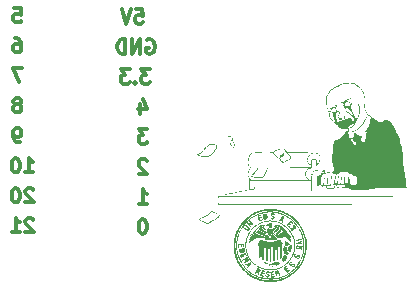
<source format=gbr>
%TF.GenerationSoftware,KiCad,Pcbnew,7.0.6-0*%
%TF.CreationDate,2023-11-24T14:46:05+00:00*%
%TF.ProjectId,TPoS Printer,54506f53-2050-4726-996e-7465722e6b69,rev?*%
%TF.SameCoordinates,Original*%
%TF.FileFunction,Legend,Bot*%
%TF.FilePolarity,Positive*%
%FSLAX46Y46*%
G04 Gerber Fmt 4.6, Leading zero omitted, Abs format (unit mm)*
G04 Created by KiCad (PCBNEW 7.0.6-0) date 2023-11-24 14:46:05*
%MOMM*%
%LPD*%
G01*
G04 APERTURE LIST*
%ADD10C,0.000000*%
%ADD11C,0.300000*%
G04 APERTURE END LIST*
D10*
G36*
X86360000Y-66040000D02*
G01*
X86386535Y-66049960D01*
X86468239Y-66085882D01*
X86577029Y-66137548D01*
X86699595Y-66198242D01*
X86822623Y-66261251D01*
X86932803Y-66319862D01*
X87016822Y-66367360D01*
X87044861Y-66384843D01*
X87061369Y-66397031D01*
X87066481Y-66402464D01*
X87070668Y-66407729D01*
X87072395Y-66410338D01*
X87073870Y-66412952D01*
X87075084Y-66415585D01*
X87076031Y-66418254D01*
X87076703Y-66420973D01*
X87077092Y-66423758D01*
X87077192Y-66426625D01*
X87076996Y-66429588D01*
X87076495Y-66432663D01*
X87075684Y-66435867D01*
X87074554Y-66439212D01*
X87073098Y-66442717D01*
X87071310Y-66446394D01*
X87069182Y-66450261D01*
X87063877Y-66458623D01*
X87057124Y-66467926D01*
X87048867Y-66478292D01*
X87039047Y-66489844D01*
X87027607Y-66502706D01*
X87014488Y-66517001D01*
X86999632Y-66532851D01*
X86969689Y-66562985D01*
X86938466Y-66592995D01*
X86906359Y-66622587D01*
X86873768Y-66651462D01*
X86841090Y-66679324D01*
X86808723Y-66705876D01*
X86777065Y-66730823D01*
X86746514Y-66753867D01*
X86717468Y-66774711D01*
X86690325Y-66793059D01*
X86665482Y-66808615D01*
X86643338Y-66821082D01*
X86624290Y-66830163D01*
X86616052Y-66833341D01*
X86608737Y-66835561D01*
X86602395Y-66836786D01*
X86597076Y-66836980D01*
X86592829Y-66836105D01*
X86589705Y-66834123D01*
X86588431Y-66832684D01*
X86587388Y-66831145D01*
X86586575Y-66829509D01*
X86585991Y-66827776D01*
X86585634Y-66825950D01*
X86585505Y-66824031D01*
X86585602Y-66822022D01*
X86585923Y-66819925D01*
X86586469Y-66817740D01*
X86587239Y-66815470D01*
X86589444Y-66810683D01*
X86592532Y-66805578D01*
X86596496Y-66800169D01*
X86601327Y-66794470D01*
X86607020Y-66788497D01*
X86613566Y-66782263D01*
X86620959Y-66775783D01*
X86629191Y-66769071D01*
X86638254Y-66762143D01*
X86648143Y-66755012D01*
X86658849Y-66747693D01*
X86680462Y-66731728D01*
X86705807Y-66712117D01*
X86733989Y-66689613D01*
X86764109Y-66664967D01*
X86795272Y-66638932D01*
X86826578Y-66612260D01*
X86857133Y-66585704D01*
X86886038Y-66560016D01*
X87019388Y-66436543D01*
X86886038Y-66369868D01*
X86858252Y-66355587D01*
X86830900Y-66340814D01*
X86804648Y-66325983D01*
X86780161Y-66311528D01*
X86758104Y-66297883D01*
X86739145Y-66285482D01*
X86731034Y-66279884D01*
X86723947Y-66274760D01*
X86717967Y-66270165D01*
X86713177Y-66266151D01*
X86702884Y-66259006D01*
X86686510Y-66249854D01*
X86664978Y-66239059D01*
X86639209Y-66226987D01*
X86578655Y-66200475D01*
X86512226Y-66173239D01*
X86447302Y-66148202D01*
X86391262Y-66128287D01*
X86368879Y-66121164D01*
X86351485Y-66116417D01*
X86340002Y-66114412D01*
X86336765Y-66114552D01*
X86335352Y-66115515D01*
X86319674Y-66143500D01*
X86299873Y-66173402D01*
X86276512Y-66204708D01*
X86250156Y-66236904D01*
X86221369Y-66269476D01*
X86190716Y-66301910D01*
X86158760Y-66333694D01*
X86126066Y-66364312D01*
X86093199Y-66393252D01*
X86060723Y-66420000D01*
X86029201Y-66444042D01*
X85999199Y-66464865D01*
X85971280Y-66481954D01*
X85946009Y-66494797D01*
X85934543Y-66499465D01*
X85923951Y-66502879D01*
X85914302Y-66504975D01*
X85905669Y-66505688D01*
X85903042Y-66505944D01*
X85899823Y-66506700D01*
X85896054Y-66507934D01*
X85891778Y-66509623D01*
X85887039Y-66511747D01*
X85881881Y-66514282D01*
X85876346Y-66517209D01*
X85870479Y-66520504D01*
X85857920Y-66528115D01*
X85844550Y-66536942D01*
X85830717Y-66546810D01*
X85823736Y-66552080D01*
X85816769Y-66557546D01*
X85810350Y-66562520D01*
X85804084Y-66567240D01*
X85798005Y-66571686D01*
X85792151Y-66575835D01*
X85786558Y-66579666D01*
X85781261Y-66583157D01*
X85776296Y-66586286D01*
X85771701Y-66589031D01*
X85767511Y-66591372D01*
X85763762Y-66593285D01*
X85760491Y-66594750D01*
X85759046Y-66595308D01*
X85757733Y-66595745D01*
X85756559Y-66596059D01*
X85755526Y-66596248D01*
X85754639Y-66596308D01*
X85753904Y-66596237D01*
X85753324Y-66596032D01*
X85752904Y-66595690D01*
X85752649Y-66595210D01*
X85752563Y-66594587D01*
X85752448Y-66593957D01*
X85752108Y-66593456D01*
X85751548Y-66593081D01*
X85750774Y-66592832D01*
X85748607Y-66592699D01*
X85745656Y-66593044D01*
X85741967Y-66593852D01*
X85737587Y-66595108D01*
X85732563Y-66596799D01*
X85726943Y-66598909D01*
X85714099Y-66604330D01*
X85699431Y-66611256D01*
X85683317Y-66619571D01*
X85666132Y-66629160D01*
X85656767Y-66634191D01*
X85647231Y-66639081D01*
X85637586Y-66643804D01*
X85627895Y-66648336D01*
X85618218Y-66652651D01*
X85608617Y-66656724D01*
X85599153Y-66660529D01*
X85589888Y-66664041D01*
X85580884Y-66667234D01*
X85572202Y-66670084D01*
X85563903Y-66672565D01*
X85556049Y-66674652D01*
X85548702Y-66676319D01*
X85541922Y-66677541D01*
X85535772Y-66678293D01*
X85530313Y-66678549D01*
X85527781Y-66678578D01*
X85525282Y-66678663D01*
X85522818Y-66678804D01*
X85520392Y-66678998D01*
X85518008Y-66679244D01*
X85515668Y-66679542D01*
X85513377Y-66679890D01*
X85511136Y-66680285D01*
X85508950Y-66680728D01*
X85506821Y-66681217D01*
X85504753Y-66681750D01*
X85502749Y-66682325D01*
X85500811Y-66682943D01*
X85498944Y-66683601D01*
X85497150Y-66684297D01*
X85495432Y-66685031D01*
X85493794Y-66685801D01*
X85492239Y-66686606D01*
X85490769Y-66687445D01*
X85489389Y-66688315D01*
X85488101Y-66689217D01*
X85486908Y-66690148D01*
X85485814Y-66691106D01*
X85484821Y-66692092D01*
X85483934Y-66693103D01*
X85483154Y-66694137D01*
X85482486Y-66695195D01*
X85481932Y-66696273D01*
X85481496Y-66697372D01*
X85481180Y-66698489D01*
X85480989Y-66699623D01*
X85480924Y-66700774D01*
X85480838Y-66701945D01*
X85480583Y-66703143D01*
X85480163Y-66704364D01*
X85479583Y-66705606D01*
X85477962Y-66708142D01*
X85475754Y-66710728D01*
X85472996Y-66713344D01*
X85469725Y-66715966D01*
X85465976Y-66718574D01*
X85461786Y-66721146D01*
X85457191Y-66723660D01*
X85452226Y-66726095D01*
X85446929Y-66728428D01*
X85441336Y-66730638D01*
X85435482Y-66732704D01*
X85429403Y-66734603D01*
X85423137Y-66736314D01*
X85416719Y-66737816D01*
X85400443Y-66742722D01*
X85387804Y-66748243D01*
X85382880Y-66751264D01*
X85378905Y-66754473D01*
X85375890Y-66757884D01*
X85373851Y-66761507D01*
X85372798Y-66765354D01*
X85372747Y-66769437D01*
X85373709Y-66773768D01*
X85375698Y-66778358D01*
X85378727Y-66783220D01*
X85382809Y-66788365D01*
X85394185Y-66799551D01*
X85409931Y-66812011D01*
X85430151Y-66825837D01*
X85454951Y-66841125D01*
X85484435Y-66857969D01*
X85518709Y-66876462D01*
X85557877Y-66896699D01*
X85651316Y-66942780D01*
X85789103Y-67008292D01*
X85843918Y-67034181D01*
X85890543Y-67055718D01*
X85911065Y-67064908D01*
X85929876Y-67073073D01*
X85947088Y-67080236D01*
X85962813Y-67086417D01*
X85977164Y-67091638D01*
X85990252Y-67095919D01*
X86002190Y-67099283D01*
X86013089Y-67101750D01*
X86023063Y-67103341D01*
X86032223Y-67104079D01*
X86040681Y-67103983D01*
X86044682Y-67103630D01*
X86048549Y-67103076D01*
X86052297Y-67102325D01*
X86055940Y-67101379D01*
X86062965Y-67098912D01*
X86069738Y-67095697D01*
X86076369Y-67091756D01*
X86082971Y-67087110D01*
X86089657Y-67081779D01*
X86096537Y-67075785D01*
X86103726Y-67069150D01*
X86137796Y-67036618D01*
X86147104Y-67027915D01*
X86156462Y-67019433D01*
X86165806Y-67011219D01*
X86175070Y-67003319D01*
X86184189Y-66995781D01*
X86193098Y-66988652D01*
X86201733Y-66981979D01*
X86210028Y-66975808D01*
X86217917Y-66970188D01*
X86225336Y-66965164D01*
X86232220Y-66960784D01*
X86238503Y-66957095D01*
X86244121Y-66954144D01*
X86249008Y-66951977D01*
X86251157Y-66951203D01*
X86253099Y-66950643D01*
X86254826Y-66950303D01*
X86256330Y-66950188D01*
X86259560Y-66949875D01*
X86263651Y-66948953D01*
X86268538Y-66947453D01*
X86274156Y-66945403D01*
X86280439Y-66942833D01*
X86287323Y-66939770D01*
X86302632Y-66932284D01*
X86319561Y-66923178D01*
X86337590Y-66912683D01*
X86356197Y-66901031D01*
X86374863Y-66888452D01*
X86384399Y-66881933D01*
X86393564Y-66875803D01*
X86402361Y-66870060D01*
X86410795Y-66864703D01*
X86418872Y-66859728D01*
X86426595Y-66855136D01*
X86433969Y-66850923D01*
X86440998Y-66847088D01*
X86447687Y-66843630D01*
X86454041Y-66840546D01*
X86460063Y-66837834D01*
X86465760Y-66835493D01*
X86471134Y-66833522D01*
X86476191Y-66831917D01*
X86480935Y-66830678D01*
X86485371Y-66829802D01*
X86489502Y-66829288D01*
X86493335Y-66829134D01*
X86496872Y-66829338D01*
X86500120Y-66829899D01*
X86501636Y-66830312D01*
X86503081Y-66830814D01*
X86504456Y-66831403D01*
X86505762Y-66832081D01*
X86506998Y-66832847D01*
X86508165Y-66833700D01*
X86509265Y-66834640D01*
X86510297Y-66835667D01*
X86511262Y-66836781D01*
X86512160Y-66837982D01*
X86513761Y-66840642D01*
X86515103Y-66843646D01*
X86516190Y-66846992D01*
X86517029Y-66850678D01*
X86517622Y-66854702D01*
X86517974Y-66859062D01*
X86518091Y-66863757D01*
X86518062Y-66865602D01*
X86517977Y-66867429D01*
X86517836Y-66869236D01*
X86517642Y-66871021D01*
X86517396Y-66872780D01*
X86517098Y-66874511D01*
X86516750Y-66876212D01*
X86516354Y-66877879D01*
X86515911Y-66879510D01*
X86515423Y-66881102D01*
X86514890Y-66882652D01*
X86514314Y-66884159D01*
X86513697Y-66885618D01*
X86513039Y-66887027D01*
X86512343Y-66888384D01*
X86511608Y-66889686D01*
X86510838Y-66890930D01*
X86510033Y-66892113D01*
X86509195Y-66893233D01*
X86508324Y-66894287D01*
X86507422Y-66895272D01*
X86506492Y-66896186D01*
X86505533Y-66897026D01*
X86504547Y-66897789D01*
X86503537Y-66898472D01*
X86502502Y-66899073D01*
X86501444Y-66899589D01*
X86500366Y-66900017D01*
X86499267Y-66900355D01*
X86498150Y-66900599D01*
X86497016Y-66900748D01*
X86495866Y-66900798D01*
X86492906Y-66901510D01*
X86487816Y-66903601D01*
X86471750Y-66911641D01*
X86448681Y-66924369D01*
X86419622Y-66941236D01*
X86385585Y-66961691D01*
X86347583Y-66985184D01*
X86306630Y-67011166D01*
X86263738Y-67039087D01*
X86183688Y-67090150D01*
X86150448Y-67110239D01*
X86120626Y-67126715D01*
X86093394Y-67139587D01*
X86080490Y-67144676D01*
X86067924Y-67148868D01*
X86055590Y-67152164D01*
X86043387Y-67154567D01*
X86031209Y-67156077D01*
X86018954Y-67156696D01*
X86006519Y-67156425D01*
X85993799Y-67155265D01*
X85980691Y-67153218D01*
X85967091Y-67150286D01*
X85952897Y-67146469D01*
X85938003Y-67141769D01*
X85905707Y-67129725D01*
X85869374Y-67114165D01*
X85828175Y-67095100D01*
X85727869Y-67046497D01*
X85697767Y-67032075D01*
X85669026Y-67018638D01*
X85642311Y-67006474D01*
X85618287Y-66995872D01*
X85597620Y-66987123D01*
X85580975Y-66980515D01*
X85574369Y-66978105D01*
X85569019Y-66976338D01*
X85565006Y-66975252D01*
X85562416Y-66974882D01*
X85560402Y-66974483D01*
X85557188Y-66973314D01*
X85547445Y-66968824D01*
X85533766Y-66961729D01*
X85516731Y-66952348D01*
X85496918Y-66940999D01*
X85474905Y-66928001D01*
X85451272Y-66913671D01*
X85426596Y-66898329D01*
X85411801Y-66888356D01*
X85397975Y-66878362D01*
X85385116Y-66868368D01*
X85373224Y-66858398D01*
X85362297Y-66848473D01*
X85352336Y-66838615D01*
X85343338Y-66828847D01*
X85335304Y-66819191D01*
X85328232Y-66809668D01*
X85322121Y-66800302D01*
X85316971Y-66791113D01*
X85312780Y-66782125D01*
X85309548Y-66773360D01*
X85307273Y-66764839D01*
X85305955Y-66756584D01*
X85305594Y-66748619D01*
X85306187Y-66740965D01*
X85307734Y-66733644D01*
X85310234Y-66726678D01*
X85313687Y-66720090D01*
X85318091Y-66713902D01*
X85323445Y-66708136D01*
X85329749Y-66702813D01*
X85337002Y-66697957D01*
X85345202Y-66693589D01*
X85354349Y-66689732D01*
X85364443Y-66686407D01*
X85375481Y-66683638D01*
X85387463Y-66681445D01*
X85400389Y-66679851D01*
X85414257Y-66678878D01*
X85429066Y-66678549D01*
X85433862Y-66678293D01*
X85438963Y-66677541D01*
X85444324Y-66676319D01*
X85449902Y-66674652D01*
X85455653Y-66672565D01*
X85461535Y-66670084D01*
X85467504Y-66667234D01*
X85473516Y-66664041D01*
X85479528Y-66660529D01*
X85485496Y-66656724D01*
X85491378Y-66652651D01*
X85497130Y-66648336D01*
X85502708Y-66643804D01*
X85508069Y-66639081D01*
X85513169Y-66634191D01*
X85517966Y-66629160D01*
X85522733Y-66624129D01*
X85527742Y-66619239D01*
X85532947Y-66614515D01*
X85538300Y-66609983D01*
X85543754Y-66605668D01*
X85549263Y-66601596D01*
X85554779Y-66597791D01*
X85560255Y-66594279D01*
X85565644Y-66591086D01*
X85570900Y-66588236D01*
X85575974Y-66585755D01*
X85580821Y-66583668D01*
X85585393Y-66582001D01*
X85589642Y-66580779D01*
X85593523Y-66580027D01*
X85595311Y-66579836D01*
X85596988Y-66579771D01*
X85601742Y-66579172D01*
X85608515Y-66577412D01*
X85627625Y-66570626D01*
X85653332Y-66559847D01*
X85684653Y-66545508D01*
X85720605Y-66528043D01*
X85760203Y-66507887D01*
X85802463Y-66485474D01*
X85846402Y-66461238D01*
X85884462Y-66439935D01*
X85920881Y-66418606D01*
X85955693Y-66397227D01*
X85988935Y-66375772D01*
X86020644Y-66354215D01*
X86050855Y-66332532D01*
X86079604Y-66310697D01*
X86106928Y-66288685D01*
X86132863Y-66266470D01*
X86157446Y-66244028D01*
X86180711Y-66221332D01*
X86202696Y-66198357D01*
X86223437Y-66175079D01*
X86242970Y-66151471D01*
X86261330Y-66127509D01*
X86278555Y-66103167D01*
X86283237Y-66096314D01*
X86288003Y-66089668D01*
X86292820Y-66083260D01*
X86297654Y-66077123D01*
X86302474Y-66071290D01*
X86307247Y-66065793D01*
X86311941Y-66060666D01*
X86316522Y-66055940D01*
X86320959Y-66051648D01*
X86325218Y-66047823D01*
X86329268Y-66044497D01*
X86333075Y-66041702D01*
X86336608Y-66039472D01*
X86338261Y-66038579D01*
X86339833Y-66037839D01*
X86341320Y-66037256D01*
X86342717Y-66036835D01*
X86344022Y-66036580D01*
X86345230Y-66036493D01*
X86360000Y-66040000D01*
G37*
G36*
X91595651Y-71175656D02*
G01*
X91603181Y-71176049D01*
X91610086Y-71176642D01*
X91616383Y-71177439D01*
X91622089Y-71178439D01*
X91627222Y-71179646D01*
X91631799Y-71181061D01*
X91635837Y-71182685D01*
X91637660Y-71183577D01*
X91639354Y-71184521D01*
X91640921Y-71185519D01*
X91642365Y-71186571D01*
X91643687Y-71187676D01*
X91644889Y-71188836D01*
X91645974Y-71190049D01*
X91646943Y-71191317D01*
X91647799Y-71192640D01*
X91648544Y-71194018D01*
X91649180Y-71195451D01*
X91649709Y-71196939D01*
X91650133Y-71198483D01*
X91650455Y-71200083D01*
X91650677Y-71201739D01*
X91650800Y-71203451D01*
X91650760Y-71207045D01*
X91650353Y-71210867D01*
X91649597Y-71214919D01*
X91648323Y-71220766D01*
X91646351Y-71226272D01*
X91643677Y-71231446D01*
X91640298Y-71236295D01*
X91636209Y-71240825D01*
X91631408Y-71245044D01*
X91625891Y-71248959D01*
X91619654Y-71252578D01*
X91612694Y-71255907D01*
X91605007Y-71258954D01*
X91596588Y-71261726D01*
X91587436Y-71264230D01*
X91577546Y-71266474D01*
X91566914Y-71268465D01*
X91555536Y-71270210D01*
X91543410Y-71271716D01*
X91527219Y-71274019D01*
X91512851Y-71276365D01*
X91500219Y-71278856D01*
X91489237Y-71281593D01*
X91484337Y-71283086D01*
X91479817Y-71284678D01*
X91475666Y-71286382D01*
X91471874Y-71288211D01*
X91468428Y-71290177D01*
X91465319Y-71292294D01*
X91462535Y-71294573D01*
X91460067Y-71297028D01*
X91457902Y-71299670D01*
X91456030Y-71302514D01*
X91454440Y-71305571D01*
X91453121Y-71308854D01*
X91452063Y-71312376D01*
X91451255Y-71316149D01*
X91450685Y-71320186D01*
X91450343Y-71324500D01*
X91450218Y-71329104D01*
X91450299Y-71334009D01*
X91451037Y-71344777D01*
X91452470Y-71356904D01*
X91454510Y-71370493D01*
X91454632Y-71371853D01*
X91454996Y-71373154D01*
X91455597Y-71374396D01*
X91456430Y-71375577D01*
X91458775Y-71377753D01*
X91461996Y-71379676D01*
X91466056Y-71381339D01*
X91470918Y-71382734D01*
X91476548Y-71383854D01*
X91482909Y-71384692D01*
X91489964Y-71385241D01*
X91497677Y-71385493D01*
X91506013Y-71385442D01*
X91514934Y-71385079D01*
X91524406Y-71384398D01*
X91534391Y-71383391D01*
X91544853Y-71382052D01*
X91555757Y-71380372D01*
X91571110Y-71377830D01*
X91584817Y-71375775D01*
X91596968Y-71374235D01*
X91602489Y-71373665D01*
X91607654Y-71373233D01*
X91612476Y-71372943D01*
X91616966Y-71372796D01*
X91621135Y-71372797D01*
X91624993Y-71372948D01*
X91628554Y-71373254D01*
X91631827Y-71373716D01*
X91634825Y-71374338D01*
X91637558Y-71375124D01*
X91640037Y-71376075D01*
X91642275Y-71377197D01*
X91644283Y-71378491D01*
X91646070Y-71379961D01*
X91647650Y-71381610D01*
X91649034Y-71383442D01*
X91650232Y-71385459D01*
X91651255Y-71387664D01*
X91652116Y-71390061D01*
X91652826Y-71392653D01*
X91653395Y-71395443D01*
X91653836Y-71398434D01*
X91654159Y-71401630D01*
X91654375Y-71405033D01*
X91654535Y-71412474D01*
X91654266Y-71419599D01*
X91653426Y-71426177D01*
X91651963Y-71432241D01*
X91650983Y-71435091D01*
X91649828Y-71437825D01*
X91648492Y-71440446D01*
X91646969Y-71442959D01*
X91645252Y-71445369D01*
X91643336Y-71447678D01*
X91641213Y-71449892D01*
X91638878Y-71452014D01*
X91633545Y-71455998D01*
X91627286Y-71459664D01*
X91620050Y-71463045D01*
X91611786Y-71466172D01*
X91602445Y-71469079D01*
X91591975Y-71471797D01*
X91580326Y-71474360D01*
X91567447Y-71476800D01*
X91553288Y-71479149D01*
X91539159Y-71481469D01*
X91526380Y-71483813D01*
X91514910Y-71486209D01*
X91509653Y-71487433D01*
X91504709Y-71488680D01*
X91500073Y-71489952D01*
X91495739Y-71491253D01*
X91491703Y-71492585D01*
X91487959Y-71493952D01*
X91484502Y-71495357D01*
X91481329Y-71496803D01*
X91478433Y-71498293D01*
X91475809Y-71499831D01*
X91473453Y-71501420D01*
X91471360Y-71503062D01*
X91469525Y-71504761D01*
X91467943Y-71506521D01*
X91466608Y-71508343D01*
X91465516Y-71510232D01*
X91464662Y-71512191D01*
X91464041Y-71514223D01*
X91463647Y-71516330D01*
X91463477Y-71518517D01*
X91463525Y-71520786D01*
X91463785Y-71523140D01*
X91464254Y-71525583D01*
X91464925Y-71528118D01*
X91465795Y-71530748D01*
X91466858Y-71533476D01*
X91469621Y-71542008D01*
X91472298Y-71550801D01*
X91474801Y-71559651D01*
X91477044Y-71568357D01*
X91478939Y-71576715D01*
X91479730Y-71580701D01*
X91480401Y-71584524D01*
X91480941Y-71588159D01*
X91481341Y-71591581D01*
X91481589Y-71594764D01*
X91481674Y-71597682D01*
X91481804Y-71599035D01*
X91482192Y-71600316D01*
X91482838Y-71601524D01*
X91483738Y-71602660D01*
X91486297Y-71604714D01*
X91489854Y-71606479D01*
X91494395Y-71607955D01*
X91499906Y-71609142D01*
X91506371Y-71610039D01*
X91513777Y-71610647D01*
X91522109Y-71610965D01*
X91531353Y-71610994D01*
X91541493Y-71610734D01*
X91552516Y-71610184D01*
X91577153Y-71608216D01*
X91605146Y-71605091D01*
X91625253Y-71602522D01*
X91643066Y-71600398D01*
X91658723Y-71598759D01*
X91672362Y-71597644D01*
X91678467Y-71597296D01*
X91684119Y-71597093D01*
X91689336Y-71597042D01*
X91694133Y-71597147D01*
X91698529Y-71597413D01*
X91702541Y-71597845D01*
X91706186Y-71598447D01*
X91709480Y-71599226D01*
X91712442Y-71600185D01*
X91715088Y-71601331D01*
X91717436Y-71602667D01*
X91719503Y-71604199D01*
X91721305Y-71605931D01*
X91722861Y-71607870D01*
X91724187Y-71610019D01*
X91725300Y-71612384D01*
X91726218Y-71614969D01*
X91726958Y-71617780D01*
X91727537Y-71620822D01*
X91727972Y-71624099D01*
X91728281Y-71627617D01*
X91728480Y-71631380D01*
X91728618Y-71639664D01*
X91728365Y-71647168D01*
X91727519Y-71653973D01*
X91725949Y-71660135D01*
X91723525Y-71665708D01*
X91720118Y-71670745D01*
X91715596Y-71675301D01*
X91709830Y-71679430D01*
X91702689Y-71683186D01*
X91694044Y-71686625D01*
X91683763Y-71689799D01*
X91671718Y-71692763D01*
X91657776Y-71695572D01*
X91641810Y-71698280D01*
X91623687Y-71700940D01*
X91580452Y-71706337D01*
X91550351Y-71709810D01*
X91521610Y-71712820D01*
X91494895Y-71715367D01*
X91470871Y-71717450D01*
X91433559Y-71720228D01*
X91421602Y-71720923D01*
X91414999Y-71721154D01*
X91413273Y-71719955D01*
X91411345Y-71716886D01*
X91406945Y-71705532D01*
X91396401Y-71664705D01*
X91384353Y-71604951D01*
X91371784Y-71532551D01*
X91359678Y-71453784D01*
X91349019Y-71374931D01*
X91340790Y-71302270D01*
X91335977Y-71242082D01*
X91335834Y-71236698D01*
X91336003Y-71234132D01*
X91336334Y-71231650D01*
X91336828Y-71229248D01*
X91337485Y-71226927D01*
X91338308Y-71224685D01*
X91339295Y-71222519D01*
X91340449Y-71220430D01*
X91341771Y-71218416D01*
X91343260Y-71216474D01*
X91344919Y-71214605D01*
X91346748Y-71212806D01*
X91348747Y-71211076D01*
X91353263Y-71207819D01*
X91358473Y-71204822D01*
X91364385Y-71202074D01*
X91371006Y-71199566D01*
X91378343Y-71197285D01*
X91386404Y-71195222D01*
X91395196Y-71193364D01*
X91404725Y-71191702D01*
X91414999Y-71190224D01*
X91450299Y-71185944D01*
X91482205Y-71182372D01*
X91496929Y-71180857D01*
X91510856Y-71179524D01*
X91524003Y-71178376D01*
X91536388Y-71177414D01*
X91548028Y-71176640D01*
X91558940Y-71176056D01*
X91569141Y-71175664D01*
X91578649Y-71175465D01*
X91587480Y-71175462D01*
X91595651Y-71175656D01*
G37*
G36*
X91105742Y-71148528D02*
G01*
X91112792Y-71149367D01*
X91120030Y-71150736D01*
X91127429Y-71152608D01*
X91134960Y-71154960D01*
X91142595Y-71157766D01*
X91150305Y-71161001D01*
X91158061Y-71164642D01*
X91173600Y-71173037D01*
X91188982Y-71182753D01*
X91203982Y-71193590D01*
X91218370Y-71205349D01*
X91231918Y-71217832D01*
X91244400Y-71230839D01*
X91255587Y-71244172D01*
X91260623Y-71250899D01*
X91265250Y-71257632D01*
X91269440Y-71264347D01*
X91273163Y-71271019D01*
X91276392Y-71277624D01*
X91279098Y-71284135D01*
X91281252Y-71290529D01*
X91282825Y-71296781D01*
X91283790Y-71302865D01*
X91284118Y-71308757D01*
X91283856Y-71313880D01*
X91283089Y-71318602D01*
X91281848Y-71322927D01*
X91280164Y-71326858D01*
X91278067Y-71330401D01*
X91275589Y-71333559D01*
X91272760Y-71336337D01*
X91269611Y-71338738D01*
X91266172Y-71340766D01*
X91262475Y-71342426D01*
X91258550Y-71343721D01*
X91254427Y-71344656D01*
X91250139Y-71345234D01*
X91245715Y-71345461D01*
X91241185Y-71345339D01*
X91236582Y-71344873D01*
X91231935Y-71344067D01*
X91227276Y-71342925D01*
X91222634Y-71341451D01*
X91218042Y-71339649D01*
X91213529Y-71337524D01*
X91209126Y-71335079D01*
X91204865Y-71332318D01*
X91200775Y-71329246D01*
X91196888Y-71325866D01*
X91193234Y-71322183D01*
X91189844Y-71318201D01*
X91186749Y-71313923D01*
X91183980Y-71309354D01*
X91181567Y-71304498D01*
X91179541Y-71299359D01*
X91177932Y-71293941D01*
X91175962Y-71287284D01*
X91173741Y-71281198D01*
X91171253Y-71275677D01*
X91169903Y-71273126D01*
X91168479Y-71270713D01*
X91166979Y-71268437D01*
X91165401Y-71266298D01*
X91163743Y-71264295D01*
X91162002Y-71262427D01*
X91160175Y-71260692D01*
X91158262Y-71259090D01*
X91156259Y-71257620D01*
X91154164Y-71256282D01*
X91151975Y-71255073D01*
X91149690Y-71253994D01*
X91147306Y-71253044D01*
X91144822Y-71252221D01*
X91142234Y-71251524D01*
X91139541Y-71250953D01*
X91136740Y-71250507D01*
X91133830Y-71250185D01*
X91130807Y-71249986D01*
X91127670Y-71249909D01*
X91121044Y-71250118D01*
X91113932Y-71250804D01*
X91106318Y-71251960D01*
X91098512Y-71253296D01*
X91091295Y-71254978D01*
X91084665Y-71256992D01*
X91078619Y-71259320D01*
X91073154Y-71261949D01*
X91068266Y-71264863D01*
X91063952Y-71268047D01*
X91060209Y-71271484D01*
X91057035Y-71275161D01*
X91054425Y-71279060D01*
X91052376Y-71283168D01*
X91050886Y-71287468D01*
X91049952Y-71291946D01*
X91049569Y-71296585D01*
X91049735Y-71301371D01*
X91050448Y-71306288D01*
X91051702Y-71311321D01*
X91053496Y-71316454D01*
X91055827Y-71321672D01*
X91058690Y-71326960D01*
X91062084Y-71332302D01*
X91066004Y-71337683D01*
X91070448Y-71343088D01*
X91075412Y-71348500D01*
X91080894Y-71353906D01*
X91086889Y-71359288D01*
X91093396Y-71364633D01*
X91100411Y-71369924D01*
X91107930Y-71375147D01*
X91115950Y-71380286D01*
X91124469Y-71385325D01*
X91133483Y-71390249D01*
X91152529Y-71399980D01*
X91169868Y-71409754D01*
X91185529Y-71419615D01*
X91192739Y-71424592D01*
X91199540Y-71429606D01*
X91205936Y-71434664D01*
X91211931Y-71439771D01*
X91217528Y-71444932D01*
X91222730Y-71450153D01*
X91227542Y-71455438D01*
X91231966Y-71460795D01*
X91236007Y-71466227D01*
X91239669Y-71471741D01*
X91242954Y-71477341D01*
X91245867Y-71483034D01*
X91248410Y-71488824D01*
X91250588Y-71494718D01*
X91252405Y-71500720D01*
X91253863Y-71506836D01*
X91254967Y-71513071D01*
X91255720Y-71519432D01*
X91256126Y-71525922D01*
X91256188Y-71532548D01*
X91255910Y-71539315D01*
X91255296Y-71546229D01*
X91254348Y-71553294D01*
X91253072Y-71560517D01*
X91251470Y-71567903D01*
X91249546Y-71575457D01*
X91245317Y-71589875D01*
X91240078Y-71603490D01*
X91233890Y-71616297D01*
X91226815Y-71628290D01*
X91218913Y-71639461D01*
X91210246Y-71649805D01*
X91200874Y-71659314D01*
X91190858Y-71667984D01*
X91180261Y-71675807D01*
X91169142Y-71682778D01*
X91157562Y-71688889D01*
X91145584Y-71694135D01*
X91133267Y-71698509D01*
X91120673Y-71702005D01*
X91107863Y-71704617D01*
X91094897Y-71706337D01*
X91081838Y-71707161D01*
X91068746Y-71707081D01*
X91055682Y-71706092D01*
X91042706Y-71704186D01*
X91029881Y-71701358D01*
X91017267Y-71697601D01*
X91004926Y-71692909D01*
X90992917Y-71687276D01*
X90981303Y-71680695D01*
X90970144Y-71673160D01*
X90959502Y-71664664D01*
X90949437Y-71655202D01*
X90940010Y-71644767D01*
X90931283Y-71633352D01*
X90923316Y-71620952D01*
X90916171Y-71607559D01*
X90912046Y-71598264D01*
X90908459Y-71589369D01*
X90905399Y-71580884D01*
X90902855Y-71572818D01*
X90900815Y-71565181D01*
X90899269Y-71557982D01*
X90898205Y-71551230D01*
X90897612Y-71544936D01*
X90897478Y-71539108D01*
X90897792Y-71533757D01*
X90898543Y-71528891D01*
X90899720Y-71524520D01*
X90901310Y-71520653D01*
X90903304Y-71517301D01*
X90905689Y-71514473D01*
X90908454Y-71512177D01*
X90911589Y-71510424D01*
X90915081Y-71509224D01*
X90918919Y-71508584D01*
X90923093Y-71508516D01*
X90927590Y-71509029D01*
X90932400Y-71510132D01*
X90937510Y-71511834D01*
X90942911Y-71514145D01*
X90948590Y-71517075D01*
X90954537Y-71520633D01*
X90960739Y-71524828D01*
X90967186Y-71529671D01*
X90973866Y-71535170D01*
X90980768Y-71541335D01*
X90987881Y-71548175D01*
X90995194Y-71555701D01*
X91001785Y-71562904D01*
X91008568Y-71569688D01*
X91015503Y-71576038D01*
X91022550Y-71581939D01*
X91029670Y-71587377D01*
X91036822Y-71592338D01*
X91043967Y-71596806D01*
X91051065Y-71600769D01*
X91058076Y-71604210D01*
X91064960Y-71607116D01*
X91071678Y-71609472D01*
X91078190Y-71611264D01*
X91084456Y-71612477D01*
X91090436Y-71613097D01*
X91093307Y-71613179D01*
X91096091Y-71613109D01*
X91098784Y-71612882D01*
X91101380Y-71612498D01*
X91108478Y-71610931D01*
X91114959Y-71609016D01*
X91120829Y-71606769D01*
X91126094Y-71604203D01*
X91130757Y-71601333D01*
X91134826Y-71598174D01*
X91138305Y-71594740D01*
X91141200Y-71591045D01*
X91143516Y-71587105D01*
X91145258Y-71582933D01*
X91146433Y-71578544D01*
X91147045Y-71573952D01*
X91147100Y-71569172D01*
X91146604Y-71564219D01*
X91145561Y-71559106D01*
X91143978Y-71553849D01*
X91141859Y-71548462D01*
X91139210Y-71542959D01*
X91136037Y-71537354D01*
X91132344Y-71531663D01*
X91128138Y-71525899D01*
X91123424Y-71520078D01*
X91118207Y-71514213D01*
X91112492Y-71508319D01*
X91106286Y-71502411D01*
X91099593Y-71496502D01*
X91092419Y-71490608D01*
X91084769Y-71484744D01*
X91076649Y-71478922D01*
X91068064Y-71473159D01*
X91059020Y-71467467D01*
X91049521Y-71461863D01*
X91038453Y-71455484D01*
X91027937Y-71448858D01*
X91017978Y-71441998D01*
X91008578Y-71434916D01*
X90999740Y-71427627D01*
X90991468Y-71420142D01*
X90983765Y-71412476D01*
X90976634Y-71404641D01*
X90970078Y-71396651D01*
X90964101Y-71388518D01*
X90958705Y-71380256D01*
X90953893Y-71371878D01*
X90949670Y-71363396D01*
X90946037Y-71354825D01*
X90942998Y-71346176D01*
X90940557Y-71337464D01*
X90938717Y-71328702D01*
X90937479Y-71319901D01*
X90936849Y-71311077D01*
X90936829Y-71302241D01*
X90937422Y-71293407D01*
X90938631Y-71284588D01*
X90940460Y-71275796D01*
X90942911Y-71267046D01*
X90945988Y-71258351D01*
X90949694Y-71249722D01*
X90954032Y-71241174D01*
X90959006Y-71232720D01*
X90964618Y-71224372D01*
X90970871Y-71216145D01*
X90977770Y-71208050D01*
X90985316Y-71200101D01*
X90991095Y-71194636D01*
X90997287Y-71189365D01*
X91003840Y-71184312D01*
X91010705Y-71179497D01*
X91017830Y-71174943D01*
X91025165Y-71170671D01*
X91032659Y-71166703D01*
X91040261Y-71163060D01*
X91047921Y-71159765D01*
X91055589Y-71156838D01*
X91063213Y-71154302D01*
X91070743Y-71152179D01*
X91078129Y-71150489D01*
X91085319Y-71149256D01*
X91092263Y-71148500D01*
X91098910Y-71148243D01*
X91105742Y-71148528D01*
G37*
G36*
X91963833Y-71081877D02*
G01*
X91968695Y-71082576D01*
X91973355Y-71083634D01*
X91977858Y-71085054D01*
X91982248Y-71086840D01*
X91986569Y-71088998D01*
X91990866Y-71091530D01*
X91995182Y-71094441D01*
X91999563Y-71097736D01*
X92004053Y-71101417D01*
X92008695Y-71105489D01*
X92018615Y-71114824D01*
X92042238Y-71138365D01*
X92050227Y-71146589D01*
X92057528Y-71154610D01*
X92064149Y-71162457D01*
X92070097Y-71170159D01*
X92075379Y-71177746D01*
X92080003Y-71185246D01*
X92083976Y-71192688D01*
X92087306Y-71200101D01*
X92089998Y-71207515D01*
X92092061Y-71214957D01*
X92093502Y-71222457D01*
X92094328Y-71230043D01*
X92094546Y-71237746D01*
X92094164Y-71245593D01*
X92093188Y-71253614D01*
X92091627Y-71261837D01*
X92090553Y-71269557D01*
X92090098Y-71277874D01*
X92090243Y-71286748D01*
X92090971Y-71296140D01*
X92092263Y-71306009D01*
X92094101Y-71316315D01*
X92096468Y-71327020D01*
X92099344Y-71338082D01*
X92102712Y-71349463D01*
X92106555Y-71361122D01*
X92110853Y-71373020D01*
X92115588Y-71385117D01*
X92120744Y-71397373D01*
X92126301Y-71409749D01*
X92132241Y-71422204D01*
X92138547Y-71434699D01*
X92162045Y-71479424D01*
X92171276Y-71497440D01*
X92178829Y-71512833D01*
X92181976Y-71519611D01*
X92184704Y-71525811D01*
X92187012Y-71531458D01*
X92188900Y-71536578D01*
X92190368Y-71541197D01*
X92191417Y-71545341D01*
X92192047Y-71549035D01*
X92192257Y-71552306D01*
X92192047Y-71555179D01*
X92191417Y-71557679D01*
X92190368Y-71559834D01*
X92188900Y-71561668D01*
X92187012Y-71563207D01*
X92184704Y-71564476D01*
X92181976Y-71565503D01*
X92178829Y-71566312D01*
X92175262Y-71566930D01*
X92171276Y-71567381D01*
X92162045Y-71567889D01*
X92151135Y-71568043D01*
X92138547Y-71568049D01*
X92130090Y-71567841D01*
X92122293Y-71567195D01*
X92115117Y-71566079D01*
X92111751Y-71565334D01*
X92108527Y-71564460D01*
X92105441Y-71563452D01*
X92102487Y-71562306D01*
X92099662Y-71561018D01*
X92096961Y-71559584D01*
X92094380Y-71558000D01*
X92091913Y-71556261D01*
X92089556Y-71554365D01*
X92087305Y-71552306D01*
X92085156Y-71550080D01*
X92083103Y-71547685D01*
X92081143Y-71545114D01*
X92079270Y-71542365D01*
X92077480Y-71539434D01*
X92075770Y-71536315D01*
X92072566Y-71529502D01*
X92069623Y-71521893D01*
X92066904Y-71513455D01*
X92064373Y-71504157D01*
X92061994Y-71493965D01*
X92058247Y-71477723D01*
X92054364Y-71463232D01*
X92050263Y-71450448D01*
X92048106Y-71444683D01*
X92045865Y-71439329D01*
X92043530Y-71434379D01*
X92041092Y-71429830D01*
X92038539Y-71425674D01*
X92035862Y-71421908D01*
X92033052Y-71418524D01*
X92030097Y-71415519D01*
X92026989Y-71412887D01*
X92023718Y-71410621D01*
X92020272Y-71408718D01*
X92016643Y-71407171D01*
X92012821Y-71405974D01*
X92008795Y-71405123D01*
X92004555Y-71404612D01*
X92000093Y-71404436D01*
X91995397Y-71404589D01*
X91990457Y-71405065D01*
X91985265Y-71405860D01*
X91979809Y-71406968D01*
X91974080Y-71408383D01*
X91968068Y-71410101D01*
X91955156Y-71414420D01*
X91940991Y-71419882D01*
X91930943Y-71423484D01*
X91922075Y-71426938D01*
X91914349Y-71430327D01*
X91910904Y-71432023D01*
X91907731Y-71433734D01*
X91904825Y-71435470D01*
X91902183Y-71437242D01*
X91899799Y-71439060D01*
X91897670Y-71440935D01*
X91895790Y-71442877D01*
X91894155Y-71444895D01*
X91892760Y-71447002D01*
X91891602Y-71449207D01*
X91890675Y-71451520D01*
X91889975Y-71453952D01*
X91889498Y-71456514D01*
X91889239Y-71459215D01*
X91889193Y-71462066D01*
X91889356Y-71465078D01*
X91889723Y-71468261D01*
X91890290Y-71471625D01*
X91891052Y-71475180D01*
X91892006Y-71478938D01*
X91894467Y-71487102D01*
X91897637Y-71496199D01*
X91901479Y-71506313D01*
X91904822Y-71515190D01*
X91907905Y-71523762D01*
X91910730Y-71532030D01*
X91913296Y-71539993D01*
X91915606Y-71547650D01*
X91917660Y-71555000D01*
X91919459Y-71562045D01*
X91921004Y-71568782D01*
X91922295Y-71575212D01*
X91923334Y-71581334D01*
X91924122Y-71587147D01*
X91924660Y-71592652D01*
X91924947Y-71597847D01*
X91924986Y-71602733D01*
X91924778Y-71607308D01*
X91924322Y-71611573D01*
X91923621Y-71615526D01*
X91922674Y-71619169D01*
X91921483Y-71622499D01*
X91920049Y-71625516D01*
X91918372Y-71628221D01*
X91916455Y-71630613D01*
X91914296Y-71632690D01*
X91911898Y-71634454D01*
X91909261Y-71635902D01*
X91906386Y-71637036D01*
X91903275Y-71637854D01*
X91899927Y-71638355D01*
X91896344Y-71638541D01*
X91892527Y-71638409D01*
X91888477Y-71637960D01*
X91884194Y-71637193D01*
X91879013Y-71635455D01*
X91873651Y-71632085D01*
X91868100Y-71627073D01*
X91862355Y-71620408D01*
X91856407Y-71612080D01*
X91850249Y-71602076D01*
X91843874Y-71590386D01*
X91837275Y-71577000D01*
X91830444Y-71561907D01*
X91823374Y-71545095D01*
X91808490Y-71506274D01*
X91792564Y-71460450D01*
X91775538Y-71407535D01*
X91747680Y-71319407D01*
X91724915Y-71245169D01*
X91716165Y-71215574D01*
X91709558Y-71192230D01*
X91705381Y-71176063D01*
X91704294Y-71170960D01*
X91703924Y-71167999D01*
X91704075Y-71167037D01*
X91704523Y-71166006D01*
X91706283Y-71163745D01*
X91709149Y-71161238D01*
X91713069Y-71158507D01*
X91717987Y-71155574D01*
X91723849Y-71152459D01*
X91738188Y-71145774D01*
X91755653Y-71138626D01*
X91775809Y-71131189D01*
X91798222Y-71123636D01*
X91822458Y-71116141D01*
X91873631Y-71099979D01*
X91894374Y-71093715D01*
X91912361Y-71088707D01*
X91920431Y-71086684D01*
X91927946Y-71084987D01*
X91934948Y-71083619D01*
X91941483Y-71082586D01*
X91947595Y-71081892D01*
X91953327Y-71081539D01*
X91958726Y-71081533D01*
X91963833Y-71081877D01*
G37*
G36*
X90645381Y-71055986D02*
G01*
X90649415Y-71056429D01*
X90653513Y-71057130D01*
X90657655Y-71058097D01*
X90661819Y-71059344D01*
X90809985Y-71101323D01*
X90823357Y-71105464D01*
X90835702Y-71109561D01*
X90847034Y-71113630D01*
X90857368Y-71117684D01*
X90862165Y-71119710D01*
X90866717Y-71121738D01*
X90871028Y-71123769D01*
X90875098Y-71125806D01*
X90878929Y-71127850D01*
X90882523Y-71129903D01*
X90885882Y-71131967D01*
X90889008Y-71134044D01*
X90891902Y-71136135D01*
X90894566Y-71138243D01*
X90897003Y-71140368D01*
X90899213Y-71142514D01*
X90901200Y-71144681D01*
X90902963Y-71146871D01*
X90904506Y-71149087D01*
X90905831Y-71151330D01*
X90906938Y-71153602D01*
X90907830Y-71155905D01*
X90908508Y-71158241D01*
X90908975Y-71160610D01*
X90909232Y-71163016D01*
X90909282Y-71165460D01*
X90909124Y-71167944D01*
X90908763Y-71170469D01*
X90906717Y-71177880D01*
X90904200Y-71184379D01*
X90901091Y-71189981D01*
X90897265Y-71194700D01*
X90895045Y-71196733D01*
X90892600Y-71198551D01*
X90889914Y-71200156D01*
X90886972Y-71201549D01*
X90880260Y-71203707D01*
X90872339Y-71205041D01*
X90863087Y-71205564D01*
X90852381Y-71205291D01*
X90840097Y-71204237D01*
X90826114Y-71202417D01*
X90810307Y-71199843D01*
X90792555Y-71196532D01*
X90750719Y-71187754D01*
X90739248Y-71185211D01*
X90728870Y-71183153D01*
X90719519Y-71181601D01*
X90715209Y-71181022D01*
X90711131Y-71180577D01*
X90707277Y-71180270D01*
X90703639Y-71180104D01*
X90700209Y-71180080D01*
X90696979Y-71180201D01*
X90693941Y-71180471D01*
X90691087Y-71180892D01*
X90688408Y-71181467D01*
X90685896Y-71182198D01*
X90683543Y-71183088D01*
X90681342Y-71184141D01*
X90679283Y-71185357D01*
X90677359Y-71186742D01*
X90675561Y-71188296D01*
X90673883Y-71190022D01*
X90672314Y-71191925D01*
X90670848Y-71194005D01*
X90669475Y-71196266D01*
X90668189Y-71198711D01*
X90666980Y-71201342D01*
X90665841Y-71204163D01*
X90664764Y-71207174D01*
X90663739Y-71210381D01*
X90661819Y-71217387D01*
X90660265Y-71224514D01*
X90659344Y-71231109D01*
X90659111Y-71237220D01*
X90659269Y-71240108D01*
X90659619Y-71242893D01*
X90660169Y-71245579D01*
X90660923Y-71248175D01*
X90661891Y-71250684D01*
X90663078Y-71253113D01*
X90664490Y-71255468D01*
X90666136Y-71257755D01*
X90668021Y-71259979D01*
X90670153Y-71262147D01*
X90672538Y-71264264D01*
X90675183Y-71266336D01*
X90681280Y-71270370D01*
X90688498Y-71274296D01*
X90696893Y-71278160D01*
X90706516Y-71282009D01*
X90717425Y-71285891D01*
X90729671Y-71289853D01*
X90743310Y-71293941D01*
X90751261Y-71296531D01*
X90758903Y-71299203D01*
X90766233Y-71301955D01*
X90773248Y-71304784D01*
X90779942Y-71307684D01*
X90786312Y-71310653D01*
X90792353Y-71313688D01*
X90798063Y-71316783D01*
X90803436Y-71319937D01*
X90808468Y-71323145D01*
X90813156Y-71326404D01*
X90817495Y-71329709D01*
X90821482Y-71333058D01*
X90825111Y-71336447D01*
X90828380Y-71339872D01*
X90831284Y-71343330D01*
X90833819Y-71346816D01*
X90835981Y-71350328D01*
X90837766Y-71353861D01*
X90839170Y-71357413D01*
X90840189Y-71360979D01*
X90840818Y-71364556D01*
X90841054Y-71368140D01*
X90840892Y-71371728D01*
X90840329Y-71375316D01*
X90839360Y-71378900D01*
X90837982Y-71382477D01*
X90836190Y-71386043D01*
X90833980Y-71389595D01*
X90831348Y-71393129D01*
X90828290Y-71396640D01*
X90824802Y-71400127D01*
X90822988Y-71401372D01*
X90820355Y-71402331D01*
X90816956Y-71403008D01*
X90812841Y-71403407D01*
X90808060Y-71403530D01*
X90802664Y-71403382D01*
X90796704Y-71402967D01*
X90790230Y-71402287D01*
X90783293Y-71401347D01*
X90775944Y-71400151D01*
X90768233Y-71398701D01*
X90760211Y-71397001D01*
X90751928Y-71395056D01*
X90743436Y-71392868D01*
X90734785Y-71390441D01*
X90726025Y-71387780D01*
X90713192Y-71383902D01*
X90701499Y-71380608D01*
X90696056Y-71379180D01*
X90690869Y-71377899D01*
X90685929Y-71376765D01*
X90681227Y-71375780D01*
X90676753Y-71374942D01*
X90672496Y-71374254D01*
X90668449Y-71373714D01*
X90664602Y-71373325D01*
X90660944Y-71373085D01*
X90657466Y-71372996D01*
X90654160Y-71373058D01*
X90651015Y-71373272D01*
X90648022Y-71373637D01*
X90645171Y-71374155D01*
X90642453Y-71374826D01*
X90639859Y-71375649D01*
X90637379Y-71376627D01*
X90635003Y-71377759D01*
X90632722Y-71379045D01*
X90630526Y-71380487D01*
X90628407Y-71382084D01*
X90626354Y-71383837D01*
X90624358Y-71385747D01*
X90622409Y-71387813D01*
X90620498Y-71390037D01*
X90618616Y-71392418D01*
X90616753Y-71394958D01*
X90614899Y-71397656D01*
X90608166Y-71409244D01*
X90602817Y-71419973D01*
X90600680Y-71425038D01*
X90598909Y-71429915D01*
X90597511Y-71434611D01*
X90596494Y-71439136D01*
X90595864Y-71443498D01*
X90595628Y-71447706D01*
X90595792Y-71451769D01*
X90596364Y-71455694D01*
X90597350Y-71459491D01*
X90598757Y-71463168D01*
X90600592Y-71466734D01*
X90602861Y-71470197D01*
X90605571Y-71473567D01*
X90608730Y-71476850D01*
X90612343Y-71480057D01*
X90616419Y-71483196D01*
X90620962Y-71486275D01*
X90625981Y-71489302D01*
X90637471Y-71495239D01*
X90650944Y-71501074D01*
X90666454Y-71506877D01*
X90684054Y-71512716D01*
X90703799Y-71518660D01*
X90724304Y-71524407D01*
X90742360Y-71529681D01*
X90758065Y-71534585D01*
X90765066Y-71536932D01*
X90771516Y-71539226D01*
X90777427Y-71541479D01*
X90782811Y-71543707D01*
X90787681Y-71545920D01*
X90792048Y-71548134D01*
X90795925Y-71550360D01*
X90799324Y-71552611D01*
X90802258Y-71554902D01*
X90804738Y-71557245D01*
X90806776Y-71559652D01*
X90808386Y-71562138D01*
X90809578Y-71564716D01*
X90810366Y-71567397D01*
X90810762Y-71570197D01*
X90810777Y-71573127D01*
X90810424Y-71576200D01*
X90809715Y-71579431D01*
X90808663Y-71582832D01*
X90807279Y-71586415D01*
X90805576Y-71590195D01*
X90803566Y-71594185D01*
X90801261Y-71598397D01*
X90798673Y-71602844D01*
X90792700Y-71612498D01*
X90789295Y-71617678D01*
X90785489Y-71622101D01*
X90781169Y-71625765D01*
X90776224Y-71628666D01*
X90770540Y-71630800D01*
X90764006Y-71632163D01*
X90756511Y-71632752D01*
X90747941Y-71632563D01*
X90738184Y-71631593D01*
X90727129Y-71629838D01*
X90714663Y-71627295D01*
X90700674Y-71623959D01*
X90685050Y-71619827D01*
X90667679Y-71614896D01*
X90627246Y-71602621D01*
X90597473Y-71593511D01*
X90569639Y-71584834D01*
X90521987Y-71569593D01*
X90488687Y-71558519D01*
X90478795Y-71555051D01*
X90474141Y-71553233D01*
X90474255Y-71547308D01*
X90477141Y-71532228D01*
X90489806Y-71479651D01*
X90532790Y-71320179D01*
X90580404Y-71155613D01*
X90598857Y-71096670D01*
X90609960Y-71066752D01*
X90611519Y-71064960D01*
X90613404Y-71063294D01*
X90615592Y-71061765D01*
X90618063Y-71060385D01*
X90620794Y-71059164D01*
X90623764Y-71058113D01*
X90626951Y-71057243D01*
X90630333Y-71056565D01*
X90633889Y-71056089D01*
X90637597Y-71055827D01*
X90641435Y-71055789D01*
X90645381Y-71055986D01*
G37*
G36*
X90260117Y-70901555D02*
G01*
X90264378Y-70902307D01*
X90275543Y-70905196D01*
X90289777Y-70909764D01*
X90306527Y-70915807D01*
X90325246Y-70923124D01*
X90345382Y-70931511D01*
X90366387Y-70940767D01*
X90387710Y-70950688D01*
X90399025Y-70955874D01*
X90409818Y-70961244D01*
X90420087Y-70966794D01*
X90429831Y-70972517D01*
X90439048Y-70978411D01*
X90447738Y-70984470D01*
X90455899Y-70990691D01*
X90463530Y-70997067D01*
X90470629Y-71003596D01*
X90477194Y-71010272D01*
X90483226Y-71017091D01*
X90488721Y-71024048D01*
X90493679Y-71031139D01*
X90498099Y-71038359D01*
X90501979Y-71045704D01*
X90505318Y-71053170D01*
X90508114Y-71060751D01*
X90510366Y-71068444D01*
X90512072Y-71076243D01*
X90513232Y-71084144D01*
X90513844Y-71092143D01*
X90513907Y-71100235D01*
X90513419Y-71108416D01*
X90512379Y-71116681D01*
X90510785Y-71125025D01*
X90508636Y-71133445D01*
X90505932Y-71141935D01*
X90502670Y-71150491D01*
X90498849Y-71159109D01*
X90494467Y-71167783D01*
X90489524Y-71176510D01*
X90484018Y-71185285D01*
X90479770Y-71191676D01*
X90475380Y-71197864D01*
X90470882Y-71203821D01*
X90466308Y-71209517D01*
X90461691Y-71214924D01*
X90457062Y-71220012D01*
X90452456Y-71224753D01*
X90447903Y-71229118D01*
X90443438Y-71233078D01*
X90439091Y-71236603D01*
X90434897Y-71239666D01*
X90430887Y-71242237D01*
X90428962Y-71243329D01*
X90427094Y-71244287D01*
X90425290Y-71245107D01*
X90423551Y-71245787D01*
X90421884Y-71246321D01*
X90420290Y-71246708D01*
X90418776Y-71246942D01*
X90417344Y-71247021D01*
X90416194Y-71247064D01*
X90415061Y-71247191D01*
X90413947Y-71247400D01*
X90412854Y-71247687D01*
X90411784Y-71248050D01*
X90410740Y-71248486D01*
X90409725Y-71248993D01*
X90408739Y-71249568D01*
X90407787Y-71250208D01*
X90406869Y-71250910D01*
X90405988Y-71251672D01*
X90405146Y-71252490D01*
X90404346Y-71253364D01*
X90403590Y-71254288D01*
X90402880Y-71255262D01*
X90402218Y-71256281D01*
X90401607Y-71257344D01*
X90401049Y-71258448D01*
X90400546Y-71259590D01*
X90400101Y-71260767D01*
X90399715Y-71261976D01*
X90399391Y-71263216D01*
X90399132Y-71264482D01*
X90398938Y-71265773D01*
X90398814Y-71267086D01*
X90398761Y-71268418D01*
X90398780Y-71269766D01*
X90398876Y-71271127D01*
X90399049Y-71272500D01*
X90399302Y-71273880D01*
X90399637Y-71275266D01*
X90400057Y-71276655D01*
X90400783Y-71280405D01*
X90401118Y-71285125D01*
X90401078Y-71290741D01*
X90400675Y-71297182D01*
X90399925Y-71304376D01*
X90398842Y-71312250D01*
X90395736Y-71329748D01*
X90391472Y-71349099D01*
X90386167Y-71369722D01*
X90379936Y-71391040D01*
X90372894Y-71412474D01*
X90367557Y-71428256D01*
X90362611Y-71442305D01*
X90357983Y-71454683D01*
X90355766Y-71460265D01*
X90353601Y-71465451D01*
X90351480Y-71470251D01*
X90349393Y-71474671D01*
X90347332Y-71478720D01*
X90345286Y-71482405D01*
X90343248Y-71485733D01*
X90341208Y-71488713D01*
X90339158Y-71491351D01*
X90337087Y-71493657D01*
X90334987Y-71495637D01*
X90332850Y-71497299D01*
X90330665Y-71498651D01*
X90328425Y-71499700D01*
X90326119Y-71500455D01*
X90323739Y-71500922D01*
X90321276Y-71501111D01*
X90318720Y-71501027D01*
X90316064Y-71500679D01*
X90313297Y-71500075D01*
X90310410Y-71499222D01*
X90307396Y-71498128D01*
X90304243Y-71496801D01*
X90300945Y-71495248D01*
X90297490Y-71493478D01*
X90293872Y-71491497D01*
X90286056Y-71487480D01*
X90279267Y-71483674D01*
X90273491Y-71479939D01*
X90268714Y-71476140D01*
X90266695Y-71474173D01*
X90264921Y-71472138D01*
X90263388Y-71470018D01*
X90262097Y-71467796D01*
X90261044Y-71465454D01*
X90260228Y-71462976D01*
X90259647Y-71460344D01*
X90259299Y-71457542D01*
X90259183Y-71454551D01*
X90259297Y-71451355D01*
X90259638Y-71447936D01*
X90260206Y-71444278D01*
X90262012Y-71436174D01*
X90264701Y-71426905D01*
X90268258Y-71416334D01*
X90272669Y-71404323D01*
X90283994Y-71375432D01*
X90290504Y-71360535D01*
X90296143Y-71347241D01*
X90300907Y-71335415D01*
X90302959Y-71330011D01*
X90304791Y-71324924D01*
X90306402Y-71320138D01*
X90307793Y-71315634D01*
X90308962Y-71311398D01*
X90309908Y-71307412D01*
X90310633Y-71303658D01*
X90311134Y-71300122D01*
X90311412Y-71296785D01*
X90311466Y-71293632D01*
X90311296Y-71290645D01*
X90310901Y-71287807D01*
X90310281Y-71285103D01*
X90309436Y-71282515D01*
X90308364Y-71280026D01*
X90307066Y-71277620D01*
X90305540Y-71275280D01*
X90303788Y-71272989D01*
X90301807Y-71270730D01*
X90299598Y-71268488D01*
X90297161Y-71266245D01*
X90294494Y-71263984D01*
X90291597Y-71261688D01*
X90288470Y-71259342D01*
X90281524Y-71254429D01*
X90269037Y-71245869D01*
X90257447Y-71238734D01*
X90251961Y-71235713D01*
X90246667Y-71233061D01*
X90241554Y-71230784D01*
X90236611Y-71228886D01*
X90231827Y-71227371D01*
X90227192Y-71226244D01*
X90222693Y-71225509D01*
X90218322Y-71225172D01*
X90214066Y-71225236D01*
X90209915Y-71225706D01*
X90205858Y-71226587D01*
X90201885Y-71227883D01*
X90197983Y-71229598D01*
X90194143Y-71231738D01*
X90190354Y-71234306D01*
X90186605Y-71237307D01*
X90182884Y-71240747D01*
X90179182Y-71244628D01*
X90175487Y-71248956D01*
X90171788Y-71253735D01*
X90168075Y-71258970D01*
X90164336Y-71264666D01*
X90156740Y-71277455D01*
X90148912Y-71292140D01*
X90140766Y-71308757D01*
X90135700Y-71319437D01*
X90130685Y-71329256D01*
X90125714Y-71338221D01*
X90120779Y-71346339D01*
X90118322Y-71350084D01*
X90115872Y-71353619D01*
X90113428Y-71356946D01*
X90110988Y-71360066D01*
X90108551Y-71362980D01*
X90106118Y-71365689D01*
X90103686Y-71368193D01*
X90101255Y-71370494D01*
X90098824Y-71372592D01*
X90096392Y-71374489D01*
X90093958Y-71376184D01*
X90091522Y-71377680D01*
X90089082Y-71378977D01*
X90086637Y-71380076D01*
X90084187Y-71380978D01*
X90081731Y-71381684D01*
X90079267Y-71382194D01*
X90076795Y-71382510D01*
X90074315Y-71382632D01*
X90071824Y-71382562D01*
X90069322Y-71382300D01*
X90066809Y-71381847D01*
X90064283Y-71381204D01*
X90061743Y-71380372D01*
X90054480Y-71376677D01*
X90050989Y-71374848D01*
X90047621Y-71373040D01*
X90044398Y-71371262D01*
X90041342Y-71369519D01*
X90038473Y-71367820D01*
X90035814Y-71366172D01*
X90033387Y-71364581D01*
X90031213Y-71363056D01*
X90029314Y-71361603D01*
X90027711Y-71360230D01*
X90027028Y-71359575D01*
X90026427Y-71358943D01*
X90025911Y-71358335D01*
X90025483Y-71357751D01*
X90025145Y-71357192D01*
X90024901Y-71356660D01*
X90024752Y-71356155D01*
X90024702Y-71355677D01*
X90026824Y-71349349D01*
X90032882Y-71334687D01*
X90054953Y-71284063D01*
X90125949Y-71123549D01*
X90136616Y-71101112D01*
X90147272Y-71079258D01*
X90157849Y-71058106D01*
X90168277Y-71037774D01*
X90178488Y-71018383D01*
X90188414Y-71000052D01*
X90197985Y-70982901D01*
X90207132Y-70967048D01*
X90215788Y-70952613D01*
X90223883Y-70939715D01*
X90231349Y-70928474D01*
X90238116Y-70919009D01*
X90244117Y-70911440D01*
X90249282Y-70905886D01*
X90251529Y-70903901D01*
X90253542Y-70902466D01*
X90255312Y-70901593D01*
X90256830Y-70901299D01*
X90260117Y-70901555D01*
G37*
G36*
X92689232Y-70711151D02*
G01*
X92695469Y-70712199D01*
X92701215Y-70713486D01*
X92706473Y-70715004D01*
X92711245Y-70716746D01*
X92715532Y-70718706D01*
X92719336Y-70720875D01*
X92722659Y-70723247D01*
X92725502Y-70725814D01*
X92727868Y-70728569D01*
X92729759Y-70731505D01*
X92731175Y-70734615D01*
X92732120Y-70737891D01*
X92732594Y-70741326D01*
X92732600Y-70744913D01*
X92732139Y-70748645D01*
X92731213Y-70752515D01*
X92729824Y-70756514D01*
X92727974Y-70760637D01*
X92725665Y-70764875D01*
X92722898Y-70769222D01*
X92719675Y-70773670D01*
X92715998Y-70778212D01*
X92711870Y-70782841D01*
X92707290Y-70787550D01*
X92702263Y-70792331D01*
X92696788Y-70797177D01*
X92690868Y-70802081D01*
X92684506Y-70807035D01*
X92677702Y-70812033D01*
X92670459Y-70817068D01*
X92662777Y-70822131D01*
X92654660Y-70827216D01*
X92638096Y-70837338D01*
X92623546Y-70846498D01*
X92610943Y-70854834D01*
X92605350Y-70858735D01*
X92600217Y-70862482D01*
X92595536Y-70866092D01*
X92591300Y-70869581D01*
X92587498Y-70872967D01*
X92584122Y-70876267D01*
X92581164Y-70879498D01*
X92578616Y-70882678D01*
X92576468Y-70885823D01*
X92574712Y-70888952D01*
X92573340Y-70892080D01*
X92572342Y-70895225D01*
X92571711Y-70898405D01*
X92571437Y-70901636D01*
X92571513Y-70904937D01*
X92571929Y-70908322D01*
X92572676Y-70911812D01*
X92573747Y-70915421D01*
X92575133Y-70919168D01*
X92576825Y-70923069D01*
X92578815Y-70927142D01*
X92581093Y-70931405D01*
X92586482Y-70940565D01*
X92592924Y-70950688D01*
X92596556Y-70955865D01*
X92600101Y-70960271D01*
X92603646Y-70963889D01*
X92605446Y-70965397D01*
X92607278Y-70966701D01*
X92609154Y-70967798D01*
X92611083Y-70968687D01*
X92613078Y-70969365D01*
X92615149Y-70969831D01*
X92617307Y-70970081D01*
X92619563Y-70970113D01*
X92621926Y-70969926D01*
X92624410Y-70969517D01*
X92627023Y-70968884D01*
X92629778Y-70968024D01*
X92632684Y-70966935D01*
X92635754Y-70965615D01*
X92642424Y-70962273D01*
X92649876Y-70957980D01*
X92658196Y-70952718D01*
X92667470Y-70946468D01*
X92677787Y-70939212D01*
X92689232Y-70930933D01*
X92697170Y-70925094D01*
X92704784Y-70919615D01*
X92712082Y-70914494D01*
X92719073Y-70909730D01*
X92725766Y-70905320D01*
X92732168Y-70901263D01*
X92738290Y-70897557D01*
X92744139Y-70894199D01*
X92749724Y-70891189D01*
X92755053Y-70888525D01*
X92760136Y-70886204D01*
X92764980Y-70884225D01*
X92769594Y-70882586D01*
X92773988Y-70881285D01*
X92778168Y-70880321D01*
X92782145Y-70879691D01*
X92785927Y-70879394D01*
X92789522Y-70879428D01*
X92792938Y-70879791D01*
X92796186Y-70880482D01*
X92799272Y-70881498D01*
X92802205Y-70882838D01*
X92804995Y-70884500D01*
X92807650Y-70886482D01*
X92810178Y-70888782D01*
X92812589Y-70891399D01*
X92814889Y-70894331D01*
X92817089Y-70897575D01*
X92819197Y-70901131D01*
X92821221Y-70904996D01*
X92823170Y-70909168D01*
X92825052Y-70913646D01*
X92825653Y-70915766D01*
X92826066Y-70917956D01*
X92826291Y-70920215D01*
X92826330Y-70922540D01*
X92826183Y-70924931D01*
X92825850Y-70927385D01*
X92825331Y-70929901D01*
X92824628Y-70932476D01*
X92822668Y-70937798D01*
X92819973Y-70943338D01*
X92816548Y-70949080D01*
X92812396Y-70955010D01*
X92807521Y-70961113D01*
X92801925Y-70967376D01*
X92795614Y-70973783D01*
X92788589Y-70980321D01*
X92780856Y-70986975D01*
X92772417Y-70993729D01*
X92763277Y-71000571D01*
X92753438Y-71007485D01*
X92739482Y-71017143D01*
X92727215Y-71025832D01*
X92716590Y-71033682D01*
X92711879Y-71037333D01*
X92707561Y-71040822D01*
X92703629Y-71044168D01*
X92700079Y-71047384D01*
X92696905Y-71050489D01*
X92694099Y-71053498D01*
X92691658Y-71056427D01*
X92689573Y-71059293D01*
X92687841Y-71062111D01*
X92686455Y-71064899D01*
X92685408Y-71067673D01*
X92684696Y-71070448D01*
X92684312Y-71073242D01*
X92684250Y-71076070D01*
X92684505Y-71078948D01*
X92685071Y-71081893D01*
X92685941Y-71084922D01*
X92687110Y-71088050D01*
X92688573Y-71091294D01*
X92690322Y-71094670D01*
X92692353Y-71098194D01*
X92694659Y-71101883D01*
X92700073Y-71109819D01*
X92706518Y-71118609D01*
X92743560Y-71172938D01*
X92842338Y-71106263D01*
X92856125Y-71097057D01*
X92868822Y-71088876D01*
X92880500Y-71081699D01*
X92891226Y-71075511D01*
X92896253Y-71072781D01*
X92901069Y-71070291D01*
X92905681Y-71068040D01*
X92910099Y-71066024D01*
X92914330Y-71064241D01*
X92918383Y-71062689D01*
X92922267Y-71061366D01*
X92925991Y-71060270D01*
X92929563Y-71059398D01*
X92932991Y-71058747D01*
X92936285Y-71058317D01*
X92939452Y-71058104D01*
X92942502Y-71058106D01*
X92945443Y-71058322D01*
X92948284Y-71058748D01*
X92951032Y-71059382D01*
X92953698Y-71060223D01*
X92956289Y-71061268D01*
X92958814Y-71062514D01*
X92961282Y-71063960D01*
X92963700Y-71065602D01*
X92966079Y-71067440D01*
X92968426Y-71069470D01*
X92970749Y-71071691D01*
X92973491Y-71074787D01*
X92975698Y-71078056D01*
X92977371Y-71081497D01*
X92978510Y-71085109D01*
X92979115Y-71088891D01*
X92979187Y-71092842D01*
X92978726Y-71096961D01*
X92977733Y-71101247D01*
X92976209Y-71105700D01*
X92974153Y-71110318D01*
X92968449Y-71120047D01*
X92960625Y-71130428D01*
X92950685Y-71141452D01*
X92938633Y-71153114D01*
X92924471Y-71165404D01*
X92908205Y-71178317D01*
X92889836Y-71191845D01*
X92869370Y-71205980D01*
X92846809Y-71220716D01*
X92822158Y-71236045D01*
X92795419Y-71251960D01*
X92723805Y-71293941D01*
X92585516Y-71098854D01*
X92556780Y-71059532D01*
X92530185Y-71021800D01*
X92506253Y-70986558D01*
X92485503Y-70954701D01*
X92468458Y-70927127D01*
X92461488Y-70915226D01*
X92455639Y-70904733D01*
X92450976Y-70895759D01*
X92447565Y-70888416D01*
X92445470Y-70882817D01*
X92444937Y-70880706D01*
X92444758Y-70879074D01*
X92444894Y-70877816D01*
X92445299Y-70876364D01*
X92446889Y-70872905D01*
X92449478Y-70868759D01*
X92453015Y-70863987D01*
X92457448Y-70858651D01*
X92462729Y-70852812D01*
X92468804Y-70846531D01*
X92475626Y-70839871D01*
X92483141Y-70832893D01*
X92491301Y-70825657D01*
X92500054Y-70818227D01*
X92509349Y-70810662D01*
X92519137Y-70803025D01*
X92529365Y-70795378D01*
X92539985Y-70787780D01*
X92550944Y-70780295D01*
X92561640Y-70772574D01*
X92572383Y-70765171D01*
X92583104Y-70758114D01*
X92593735Y-70751435D01*
X92604206Y-70745160D01*
X92614450Y-70739319D01*
X92624397Y-70733941D01*
X92633979Y-70729055D01*
X92643126Y-70724690D01*
X92651771Y-70720875D01*
X92659845Y-70717639D01*
X92667278Y-70715010D01*
X92674002Y-70713018D01*
X92679948Y-70711692D01*
X92685048Y-70711060D01*
X92687259Y-70711013D01*
X92689232Y-70711151D01*
G37*
G36*
X89639103Y-70400459D02*
G01*
X89642066Y-70400789D01*
X89644976Y-70401301D01*
X89647846Y-70401994D01*
X89650689Y-70402871D01*
X89653518Y-70403930D01*
X89656345Y-70405173D01*
X89659185Y-70406600D01*
X89662051Y-70408212D01*
X89664955Y-70410008D01*
X89667910Y-70411990D01*
X89670930Y-70414158D01*
X89677216Y-70419053D01*
X89683918Y-70424696D01*
X89690756Y-70431053D01*
X89696372Y-70437352D01*
X89700641Y-70443883D01*
X89703443Y-70450934D01*
X89704254Y-70454745D01*
X89704652Y-70458796D01*
X89704147Y-70467757D01*
X89701804Y-70478107D01*
X89697500Y-70490136D01*
X89691113Y-70504133D01*
X89682520Y-70520387D01*
X89671597Y-70539187D01*
X89658221Y-70560824D01*
X89623620Y-70613762D01*
X89577733Y-70681517D01*
X89547525Y-70725702D01*
X89518505Y-70766907D01*
X89491394Y-70804233D01*
X89466916Y-70836784D01*
X89455891Y-70850989D01*
X89445796Y-70863664D01*
X89436720Y-70874696D01*
X89428756Y-70883974D01*
X89421992Y-70891386D01*
X89416519Y-70896818D01*
X89412429Y-70900160D01*
X89410930Y-70901012D01*
X89409810Y-70901299D01*
X89406417Y-70901128D01*
X89403186Y-70900623D01*
X89400117Y-70899799D01*
X89397212Y-70898670D01*
X89394474Y-70897250D01*
X89391904Y-70895553D01*
X89389504Y-70893592D01*
X89387276Y-70891383D01*
X89385222Y-70888938D01*
X89383343Y-70886272D01*
X89381642Y-70883399D01*
X89380119Y-70880333D01*
X89378777Y-70877087D01*
X89377618Y-70873677D01*
X89376644Y-70870116D01*
X89375855Y-70866418D01*
X89374845Y-70858666D01*
X89374601Y-70850535D01*
X89375139Y-70842136D01*
X89376473Y-70833582D01*
X89378617Y-70824984D01*
X89379997Y-70820704D01*
X89381585Y-70816455D01*
X89383383Y-70812252D01*
X89385393Y-70808107D01*
X89387616Y-70804036D01*
X89390055Y-70800052D01*
X89393366Y-70794119D01*
X89395914Y-70787918D01*
X89397729Y-70781487D01*
X89398843Y-70774861D01*
X89399287Y-70768078D01*
X89399095Y-70761175D01*
X89398296Y-70754187D01*
X89396923Y-70747152D01*
X89395007Y-70740106D01*
X89392581Y-70733086D01*
X89389675Y-70726128D01*
X89386322Y-70719270D01*
X89382552Y-70712547D01*
X89378399Y-70705996D01*
X89373892Y-70699654D01*
X89369065Y-70693557D01*
X89363948Y-70687743D01*
X89358573Y-70682248D01*
X89352972Y-70677108D01*
X89347177Y-70672360D01*
X89341219Y-70668040D01*
X89335130Y-70664186D01*
X89328942Y-70660834D01*
X89322685Y-70658020D01*
X89316393Y-70655782D01*
X89310096Y-70654155D01*
X89303826Y-70653177D01*
X89297615Y-70652884D01*
X89291494Y-70653312D01*
X89285495Y-70654499D01*
X89279651Y-70656481D01*
X89273991Y-70659294D01*
X89268083Y-70662709D01*
X89265208Y-70664199D01*
X89262382Y-70665545D01*
X89259600Y-70666745D01*
X89256861Y-70667802D01*
X89254161Y-70668713D01*
X89251496Y-70669480D01*
X89248864Y-70670102D01*
X89246261Y-70670580D01*
X89243684Y-70670912D01*
X89241131Y-70671100D01*
X89238597Y-70671144D01*
X89236080Y-70671042D01*
X89233577Y-70670796D01*
X89231084Y-70670406D01*
X89228599Y-70669870D01*
X89226117Y-70669190D01*
X89223636Y-70668365D01*
X89221153Y-70667396D01*
X89218665Y-70666282D01*
X89216168Y-70665023D01*
X89213659Y-70663619D01*
X89211136Y-70662071D01*
X89208594Y-70660378D01*
X89206031Y-70658541D01*
X89200829Y-70654431D01*
X89195503Y-70649743D01*
X89190030Y-70644476D01*
X89184121Y-70638263D01*
X89179453Y-70632505D01*
X89176166Y-70627080D01*
X89175085Y-70624454D01*
X89174403Y-70621865D01*
X89174136Y-70619298D01*
X89174303Y-70616737D01*
X89174922Y-70614167D01*
X89176009Y-70611573D01*
X89177583Y-70608939D01*
X89179661Y-70606249D01*
X89185400Y-70600644D01*
X89193367Y-70594633D01*
X89203703Y-70588094D01*
X89216550Y-70580904D01*
X89232049Y-70572940D01*
X89271565Y-70554197D01*
X89323380Y-70530882D01*
X89395611Y-70500014D01*
X89465990Y-70469146D01*
X89526183Y-70441982D01*
X89549855Y-70430946D01*
X89567855Y-70422226D01*
X89579332Y-70417018D01*
X89589757Y-70412508D01*
X89599234Y-70408700D01*
X89607868Y-70405597D01*
X89611901Y-70404311D01*
X89615764Y-70403203D01*
X89619468Y-70402273D01*
X89623027Y-70401521D01*
X89626453Y-70400949D01*
X89629761Y-70400556D01*
X89632964Y-70400343D01*
X89636073Y-70400311D01*
X89639103Y-70400459D01*
G37*
G36*
X93067296Y-70361740D02*
G01*
X93070575Y-70362014D01*
X93073834Y-70362546D01*
X93077099Y-70363337D01*
X93080397Y-70364384D01*
X93083754Y-70365687D01*
X93087196Y-70367245D01*
X93090749Y-70369057D01*
X93094439Y-70371122D01*
X93098293Y-70373440D01*
X93106598Y-70378829D01*
X93115871Y-70385216D01*
X93126324Y-70392594D01*
X93130976Y-70396290D01*
X93135212Y-70399965D01*
X93139033Y-70403613D01*
X93142443Y-70407227D01*
X93145444Y-70410802D01*
X93148039Y-70414331D01*
X93150231Y-70417807D01*
X93152022Y-70421224D01*
X93153415Y-70424576D01*
X93154413Y-70427857D01*
X93155018Y-70431060D01*
X93155234Y-70434179D01*
X93155063Y-70437207D01*
X93154507Y-70440139D01*
X93153570Y-70442967D01*
X93152253Y-70445687D01*
X93150561Y-70448290D01*
X93148495Y-70450771D01*
X93146058Y-70453124D01*
X93143253Y-70455342D01*
X93140083Y-70457419D01*
X93136550Y-70459349D01*
X93132658Y-70461125D01*
X93128408Y-70462741D01*
X93123803Y-70464190D01*
X93118847Y-70465467D01*
X93113542Y-70466565D01*
X93107890Y-70467477D01*
X93101895Y-70468198D01*
X93095559Y-70468720D01*
X93088884Y-70469039D01*
X93081874Y-70469146D01*
X93075677Y-70469360D01*
X93069593Y-70469988D01*
X93063637Y-70471010D01*
X93057821Y-70472406D01*
X93052160Y-70474158D01*
X93046665Y-70476243D01*
X93041350Y-70478644D01*
X93036228Y-70481339D01*
X93031313Y-70484309D01*
X93026616Y-70487534D01*
X93022153Y-70490994D01*
X93017934Y-70494670D01*
X93013974Y-70498541D01*
X93010286Y-70502587D01*
X93006883Y-70506789D01*
X93003778Y-70511127D01*
X93000984Y-70515580D01*
X92998514Y-70520129D01*
X92996382Y-70524754D01*
X92994600Y-70529435D01*
X92993181Y-70534152D01*
X92992139Y-70538886D01*
X92991487Y-70543616D01*
X92991238Y-70548322D01*
X92991405Y-70552985D01*
X92992001Y-70557585D01*
X92993039Y-70562102D01*
X92994532Y-70566515D01*
X92996494Y-70570806D01*
X92998938Y-70574953D01*
X93001876Y-70578938D01*
X93005322Y-70582740D01*
X93009178Y-70586124D01*
X93013367Y-70588861D01*
X93017932Y-70590939D01*
X93022916Y-70592348D01*
X93028364Y-70593077D01*
X93034318Y-70593115D01*
X93040822Y-70592452D01*
X93047920Y-70591075D01*
X93055653Y-70588975D01*
X93064067Y-70586141D01*
X93073205Y-70582562D01*
X93083109Y-70578226D01*
X93093824Y-70573124D01*
X93105392Y-70567244D01*
X93117858Y-70560575D01*
X93131264Y-70553107D01*
X93146333Y-70544392D01*
X93160144Y-70536747D01*
X93172827Y-70530144D01*
X93184511Y-70524554D01*
X93195327Y-70519948D01*
X93200450Y-70518005D01*
X93205404Y-70516297D01*
X93210207Y-70514821D01*
X93214875Y-70513572D01*
X93219423Y-70512548D01*
X93223867Y-70511744D01*
X93228225Y-70511157D01*
X93232513Y-70510784D01*
X93236746Y-70510621D01*
X93240941Y-70510663D01*
X93245115Y-70510909D01*
X93249283Y-70511353D01*
X93253462Y-70511993D01*
X93257668Y-70512824D01*
X93261917Y-70513844D01*
X93266226Y-70515047D01*
X93275089Y-70517994D01*
X93284385Y-70521636D01*
X93294246Y-70525943D01*
X93300808Y-70529031D01*
X93307496Y-70532705D01*
X93314263Y-70536915D01*
X93321063Y-70541609D01*
X93327849Y-70546737D01*
X93334573Y-70552249D01*
X93341188Y-70558093D01*
X93347648Y-70564220D01*
X93353906Y-70570578D01*
X93359913Y-70577117D01*
X93365625Y-70583786D01*
X93370992Y-70590535D01*
X93375969Y-70597312D01*
X93380508Y-70604068D01*
X93384563Y-70610752D01*
X93388085Y-70617313D01*
X93392866Y-70628919D01*
X93396579Y-70640564D01*
X93399258Y-70652214D01*
X93400934Y-70663837D01*
X93401641Y-70675398D01*
X93401412Y-70686863D01*
X93400278Y-70698201D01*
X93398272Y-70709377D01*
X93395427Y-70720357D01*
X93391775Y-70731108D01*
X93387349Y-70741598D01*
X93382182Y-70751791D01*
X93376305Y-70761656D01*
X93369753Y-70771157D01*
X93362556Y-70780263D01*
X93354748Y-70788939D01*
X93346361Y-70797152D01*
X93337428Y-70804868D01*
X93327981Y-70812055D01*
X93318053Y-70818678D01*
X93307677Y-70824705D01*
X93296885Y-70830101D01*
X93285709Y-70834833D01*
X93274182Y-70838868D01*
X93262337Y-70842172D01*
X93250206Y-70844712D01*
X93237822Y-70846455D01*
X93225218Y-70847366D01*
X93212425Y-70847413D01*
X93199477Y-70846562D01*
X93186405Y-70844779D01*
X93173244Y-70842031D01*
X93165668Y-70839856D01*
X93158680Y-70837509D01*
X93152275Y-70835004D01*
X93146446Y-70832356D01*
X93141189Y-70829583D01*
X93136499Y-70826698D01*
X93132369Y-70823717D01*
X93128794Y-70820656D01*
X93125769Y-70817529D01*
X93123288Y-70814353D01*
X93121347Y-70811143D01*
X93119938Y-70807913D01*
X93119059Y-70804680D01*
X93118701Y-70801459D01*
X93118861Y-70798264D01*
X93119533Y-70795113D01*
X93120712Y-70792019D01*
X93122391Y-70788998D01*
X93124566Y-70786066D01*
X93127231Y-70783238D01*
X93130381Y-70780530D01*
X93134010Y-70777956D01*
X93138113Y-70775532D01*
X93142684Y-70773274D01*
X93147719Y-70771196D01*
X93153211Y-70769315D01*
X93159155Y-70767646D01*
X93165546Y-70766203D01*
X93172378Y-70765003D01*
X93179646Y-70764060D01*
X93187345Y-70763391D01*
X93195469Y-70763010D01*
X93201661Y-70762671D01*
X93207732Y-70762117D01*
X93213678Y-70761353D01*
X93219493Y-70760382D01*
X93225172Y-70759206D01*
X93230711Y-70757828D01*
X93236104Y-70756253D01*
X93241346Y-70754483D01*
X93246433Y-70752521D01*
X93251360Y-70750371D01*
X93256121Y-70748035D01*
X93260711Y-70745517D01*
X93265126Y-70742820D01*
X93269361Y-70739947D01*
X93273410Y-70736901D01*
X93277269Y-70733686D01*
X93280932Y-70730304D01*
X93284396Y-70726759D01*
X93287654Y-70723054D01*
X93290701Y-70719192D01*
X93293534Y-70715176D01*
X93296146Y-70711010D01*
X93298533Y-70706697D01*
X93300690Y-70702239D01*
X93302612Y-70697640D01*
X93304294Y-70692903D01*
X93305730Y-70688031D01*
X93306917Y-70683028D01*
X93307848Y-70677896D01*
X93308520Y-70672639D01*
X93308926Y-70667260D01*
X93309063Y-70661762D01*
X93308919Y-70656597D01*
X93308486Y-70651750D01*
X93307765Y-70647223D01*
X93306758Y-70643015D01*
X93305465Y-70639127D01*
X93303887Y-70635560D01*
X93302025Y-70632314D01*
X93299880Y-70629390D01*
X93297453Y-70626787D01*
X93294744Y-70624507D01*
X93291756Y-70622550D01*
X93288488Y-70620916D01*
X93284941Y-70619605D01*
X93281117Y-70618619D01*
X93277016Y-70617958D01*
X93272639Y-70617622D01*
X93267987Y-70617611D01*
X93263061Y-70617926D01*
X93252391Y-70619536D01*
X93240636Y-70622456D01*
X93227803Y-70626689D01*
X93213899Y-70632239D01*
X93198932Y-70639108D01*
X93182908Y-70647302D01*
X93165836Y-70656823D01*
X93153561Y-70663886D01*
X93141720Y-70670266D01*
X93130284Y-70675972D01*
X93119225Y-70681017D01*
X93108513Y-70685410D01*
X93098119Y-70689163D01*
X93088014Y-70692286D01*
X93078170Y-70694791D01*
X93068558Y-70696688D01*
X93059148Y-70697989D01*
X93049912Y-70698703D01*
X93040820Y-70698842D01*
X93031844Y-70698417D01*
X93022955Y-70697439D01*
X93014124Y-70695918D01*
X93005322Y-70693865D01*
X92992944Y-70690386D01*
X92981279Y-70686006D01*
X92970331Y-70680777D01*
X92960105Y-70674751D01*
X92950604Y-70667982D01*
X92941832Y-70660522D01*
X92933793Y-70652425D01*
X92926492Y-70643743D01*
X92919933Y-70634530D01*
X92914119Y-70624837D01*
X92909055Y-70614719D01*
X92904745Y-70604227D01*
X92901192Y-70593416D01*
X92898402Y-70582337D01*
X92896377Y-70571044D01*
X92895123Y-70559590D01*
X92894642Y-70548027D01*
X92894940Y-70536408D01*
X92896020Y-70524787D01*
X92897886Y-70513215D01*
X92900543Y-70501747D01*
X92903994Y-70490435D01*
X92908244Y-70479332D01*
X92913296Y-70468490D01*
X92919155Y-70457964D01*
X92925825Y-70447805D01*
X92933309Y-70438066D01*
X92941613Y-70428801D01*
X92950739Y-70420062D01*
X92960693Y-70411902D01*
X92971477Y-70404375D01*
X92983097Y-70397532D01*
X93010926Y-70382127D01*
X93022414Y-70376056D01*
X93032563Y-70371063D01*
X93037201Y-70368968D01*
X93041583Y-70367141D01*
X93045736Y-70365579D01*
X93049685Y-70364282D01*
X93053457Y-70363249D01*
X93057077Y-70362479D01*
X93060573Y-70361972D01*
X93063971Y-70361726D01*
X93067296Y-70361740D01*
G37*
G36*
X89355139Y-69965549D02*
G01*
X89360101Y-69966937D01*
X89365394Y-69969476D01*
X89370979Y-69973096D01*
X89376820Y-69977730D01*
X89382877Y-69983307D01*
X89395495Y-69997019D01*
X89408533Y-70013683D01*
X89421690Y-70032749D01*
X89434666Y-70053667D01*
X89447161Y-70075887D01*
X89458874Y-70098860D01*
X89469506Y-70122035D01*
X89478756Y-70144863D01*
X89486325Y-70166793D01*
X89491910Y-70187277D01*
X89495214Y-70205764D01*
X89495915Y-70214087D01*
X89495934Y-70221704D01*
X89495232Y-70228548D01*
X89493772Y-70234548D01*
X89491678Y-70240362D01*
X89489118Y-70246216D01*
X89486119Y-70252091D01*
X89482707Y-70257970D01*
X89478908Y-70263834D01*
X89474748Y-70269666D01*
X89465450Y-70281160D01*
X89455023Y-70292306D01*
X89443678Y-70302960D01*
X89431624Y-70312978D01*
X89419071Y-70322214D01*
X89406228Y-70330525D01*
X89393305Y-70337764D01*
X89380513Y-70343788D01*
X89374232Y-70346299D01*
X89368061Y-70348452D01*
X89362028Y-70350229D01*
X89356159Y-70351611D01*
X89350479Y-70352582D01*
X89345016Y-70353121D01*
X89339795Y-70353212D01*
X89334843Y-70352836D01*
X89330186Y-70351976D01*
X89325849Y-70350613D01*
X89324200Y-70349976D01*
X89322498Y-70349453D01*
X89320745Y-70349042D01*
X89318947Y-70348742D01*
X89317108Y-70348550D01*
X89315230Y-70348464D01*
X89313320Y-70348484D01*
X89311380Y-70348607D01*
X89309414Y-70348830D01*
X89307428Y-70349154D01*
X89305424Y-70349575D01*
X89303407Y-70350092D01*
X89301381Y-70350703D01*
X89299350Y-70351406D01*
X89295290Y-70353082D01*
X89291258Y-70355106D01*
X89287288Y-70357462D01*
X89283412Y-70360136D01*
X89279663Y-70363114D01*
X89276073Y-70366382D01*
X89272674Y-70369924D01*
X89271057Y-70371794D01*
X89269500Y-70373727D01*
X89268007Y-70375722D01*
X89266583Y-70377776D01*
X89263437Y-70382545D01*
X89259594Y-70387567D01*
X89255106Y-70392806D01*
X89250029Y-70398226D01*
X89244417Y-70403791D01*
X89238324Y-70409464D01*
X89231803Y-70415210D01*
X89224911Y-70420992D01*
X89217699Y-70426773D01*
X89210224Y-70432519D01*
X89202539Y-70438192D01*
X89194699Y-70443757D01*
X89178768Y-70454416D01*
X89170786Y-70459438D01*
X89162866Y-70464207D01*
X89150173Y-70471588D01*
X89138880Y-70477992D01*
X89128883Y-70483426D01*
X89124337Y-70485782D01*
X89120075Y-70487899D01*
X89116085Y-70489776D01*
X89112353Y-70491416D01*
X89108865Y-70492819D01*
X89105610Y-70493986D01*
X89102574Y-70494917D01*
X89099744Y-70495615D01*
X89097106Y-70496079D01*
X89094647Y-70496310D01*
X89092355Y-70496310D01*
X89090217Y-70496080D01*
X89088218Y-70495620D01*
X89086347Y-70494931D01*
X89084589Y-70494014D01*
X89082933Y-70492870D01*
X89081364Y-70491500D01*
X89079869Y-70489905D01*
X89078437Y-70488086D01*
X89077052Y-70486043D01*
X89075703Y-70483778D01*
X89074376Y-70481291D01*
X89073058Y-70478583D01*
X89071736Y-70475656D01*
X89069027Y-70469146D01*
X89068188Y-70466585D01*
X89067522Y-70463994D01*
X89067028Y-70461374D01*
X89066707Y-70458723D01*
X89066558Y-70456042D01*
X89066580Y-70453329D01*
X89066773Y-70450585D01*
X89067136Y-70447809D01*
X89067670Y-70445000D01*
X89068373Y-70442158D01*
X89069245Y-70439282D01*
X89070286Y-70436373D01*
X89072872Y-70430451D01*
X89076127Y-70424387D01*
X89080047Y-70418179D01*
X89084630Y-70411823D01*
X89089871Y-70405314D01*
X89095766Y-70398651D01*
X89102313Y-70391828D01*
X89109508Y-70384842D01*
X89117346Y-70377690D01*
X89125824Y-70370368D01*
X89137147Y-70361521D01*
X89147070Y-70353419D01*
X89155640Y-70345940D01*
X89162904Y-70338960D01*
X89166062Y-70335618D01*
X89168910Y-70332356D01*
X89171455Y-70329156D01*
X89173703Y-70326005D01*
X89175660Y-70322886D01*
X89177332Y-70319784D01*
X89178725Y-70316684D01*
X89179843Y-70313571D01*
X89180694Y-70310428D01*
X89181284Y-70307242D01*
X89181617Y-70303995D01*
X89181700Y-70300674D01*
X89181539Y-70297262D01*
X89181140Y-70293744D01*
X89180508Y-70290105D01*
X89179650Y-70286330D01*
X89178571Y-70282402D01*
X89177278Y-70278308D01*
X89174070Y-70269555D01*
X89170073Y-70259948D01*
X89165335Y-70249365D01*
X89138171Y-70185160D01*
X89054210Y-70234548D01*
X89041404Y-70242366D01*
X89029781Y-70249163D01*
X89024385Y-70252185D01*
X89019250Y-70254961D01*
X89014366Y-70257493D01*
X89009722Y-70259783D01*
X89005305Y-70261835D01*
X89001104Y-70263650D01*
X88997110Y-70265233D01*
X88993309Y-70266584D01*
X88989690Y-70267708D01*
X88986243Y-70268606D01*
X88982956Y-70269282D01*
X88979818Y-70269738D01*
X88976818Y-70269978D01*
X88973943Y-70270003D01*
X88971183Y-70269816D01*
X88968527Y-70269420D01*
X88965963Y-70268818D01*
X88963481Y-70268013D01*
X88961067Y-70267007D01*
X88958712Y-70265803D01*
X88956404Y-70264403D01*
X88954132Y-70262811D01*
X88951884Y-70261029D01*
X88949650Y-70259060D01*
X88947417Y-70256906D01*
X88945174Y-70254571D01*
X88942911Y-70252056D01*
X88940616Y-70249365D01*
X88936644Y-70243819D01*
X88934071Y-70238219D01*
X88933349Y-70235364D01*
X88933025Y-70232453D01*
X88933114Y-70229472D01*
X88933632Y-70226407D01*
X88936019Y-70219972D01*
X88940312Y-70213033D01*
X88946638Y-70205479D01*
X88955124Y-70197199D01*
X88965896Y-70188079D01*
X88979080Y-70178007D01*
X88994804Y-70166873D01*
X89013194Y-70154562D01*
X89058479Y-70125966D01*
X89115946Y-70091322D01*
X89157932Y-70066058D01*
X89198094Y-70042473D01*
X89235536Y-70021087D01*
X89269361Y-70002421D01*
X89298671Y-69986997D01*
X89311353Y-69980663D01*
X89322569Y-69975334D01*
X89332209Y-69971076D01*
X89340159Y-69967955D01*
X89346308Y-69966034D01*
X89348672Y-69965544D01*
X89350544Y-69965379D01*
X89355139Y-69965549D01*
G37*
G36*
X93479455Y-69696210D02*
G01*
X93485054Y-69697488D01*
X93490278Y-69699000D01*
X93495125Y-69700732D01*
X93499596Y-69702673D01*
X93503691Y-69704809D01*
X93507410Y-69707127D01*
X93510752Y-69709616D01*
X93513718Y-69712261D01*
X93516308Y-69715052D01*
X93518522Y-69717974D01*
X93520360Y-69721016D01*
X93521821Y-69724165D01*
X93522906Y-69727408D01*
X93523615Y-69730732D01*
X93523948Y-69734125D01*
X93523905Y-69737573D01*
X93523485Y-69741066D01*
X93522689Y-69744589D01*
X93521517Y-69748130D01*
X93519969Y-69751676D01*
X93518045Y-69755216D01*
X93515744Y-69758735D01*
X93513067Y-69762222D01*
X93510014Y-69765663D01*
X93506585Y-69769047D01*
X93502779Y-69772360D01*
X93498598Y-69775590D01*
X93494040Y-69778724D01*
X93489106Y-69781750D01*
X93483796Y-69784654D01*
X93478109Y-69787425D01*
X93472046Y-69790049D01*
X93463593Y-69793380D01*
X93455817Y-69796903D01*
X93448698Y-69800635D01*
X93442220Y-69804596D01*
X93439216Y-69806667D01*
X93436364Y-69808802D01*
X93433664Y-69811003D01*
X93431113Y-69813273D01*
X93428708Y-69815613D01*
X93426447Y-69818025D01*
X93424328Y-69820513D01*
X93422349Y-69823078D01*
X93420507Y-69825723D01*
X93418801Y-69828449D01*
X93417227Y-69831260D01*
X93415785Y-69834157D01*
X93414470Y-69837143D01*
X93413282Y-69840219D01*
X93412218Y-69843389D01*
X93411275Y-69846654D01*
X93409745Y-69853479D01*
X93408675Y-69860713D01*
X93408046Y-69868374D01*
X93407841Y-69876480D01*
X93407992Y-69884301D01*
X93408446Y-69891558D01*
X93409200Y-69898253D01*
X93410252Y-69904386D01*
X93411601Y-69909959D01*
X93413245Y-69914972D01*
X93415182Y-69919426D01*
X93417410Y-69923322D01*
X93419927Y-69926661D01*
X93422732Y-69929443D01*
X93425823Y-69931671D01*
X93429198Y-69933344D01*
X93432855Y-69934464D01*
X93436792Y-69935031D01*
X93441007Y-69935046D01*
X93445500Y-69934511D01*
X93450267Y-69933426D01*
X93455308Y-69931792D01*
X93460620Y-69929610D01*
X93466201Y-69926881D01*
X93472050Y-69923605D01*
X93478165Y-69919785D01*
X93491185Y-69910511D01*
X93505247Y-69899067D01*
X93520336Y-69885460D01*
X93536438Y-69869697D01*
X93553538Y-69851785D01*
X93561572Y-69843082D01*
X93569884Y-69834600D01*
X93578406Y-69826385D01*
X93587069Y-69818486D01*
X93595804Y-69810948D01*
X93604543Y-69803819D01*
X93613217Y-69797145D01*
X93621757Y-69790975D01*
X93630094Y-69785354D01*
X93638160Y-69780330D01*
X93645886Y-69775950D01*
X93653203Y-69772261D01*
X93660043Y-69769310D01*
X93666337Y-69767144D01*
X93669257Y-69766370D01*
X93672015Y-69765809D01*
X93674602Y-69765469D01*
X93677010Y-69765354D01*
X93684466Y-69765633D01*
X93692002Y-69766454D01*
X93699597Y-69767798D01*
X93707232Y-69769642D01*
X93714885Y-69771965D01*
X93722535Y-69774747D01*
X93730161Y-69777965D01*
X93737743Y-69781599D01*
X93745260Y-69785627D01*
X93752691Y-69790028D01*
X93767213Y-69799864D01*
X93781141Y-69810937D01*
X93794309Y-69823078D01*
X93806551Y-69836115D01*
X93817701Y-69849880D01*
X93827592Y-69864202D01*
X93832014Y-69871518D01*
X93836058Y-69878910D01*
X93839705Y-69886357D01*
X93842932Y-69893836D01*
X93845721Y-69901327D01*
X93848049Y-69908809D01*
X93849895Y-69916260D01*
X93851240Y-69923659D01*
X93852063Y-69930985D01*
X93852341Y-69938216D01*
X93852155Y-69945216D01*
X93851606Y-69952312D01*
X93850705Y-69959485D01*
X93849467Y-69966716D01*
X93847902Y-69973984D01*
X93846025Y-69981271D01*
X93843848Y-69988557D01*
X93841383Y-69995823D01*
X93838643Y-70003049D01*
X93835641Y-70010216D01*
X93832389Y-70017304D01*
X93828901Y-70024294D01*
X93825188Y-70031167D01*
X93821263Y-70037902D01*
X93817140Y-70044481D01*
X93812830Y-70050884D01*
X93808346Y-70057092D01*
X93803702Y-70063085D01*
X93798909Y-70068843D01*
X93793981Y-70074348D01*
X93788930Y-70079580D01*
X93783768Y-70084520D01*
X93778509Y-70089147D01*
X93773164Y-70093443D01*
X93767748Y-70097388D01*
X93762271Y-70100963D01*
X93756748Y-70104148D01*
X93751190Y-70106924D01*
X93745611Y-70109271D01*
X93740022Y-70111170D01*
X93734437Y-70112601D01*
X93728869Y-70113546D01*
X93716672Y-70114763D01*
X93705089Y-70115642D01*
X93694125Y-70116193D01*
X93683787Y-70116425D01*
X93674080Y-70116348D01*
X93665010Y-70115971D01*
X93656583Y-70115304D01*
X93648805Y-70114356D01*
X93641681Y-70113137D01*
X93635218Y-70111656D01*
X93629422Y-70109923D01*
X93624298Y-70107946D01*
X93619853Y-70105737D01*
X93616091Y-70103304D01*
X93613020Y-70100656D01*
X93610644Y-70097803D01*
X93608970Y-70094756D01*
X93608004Y-70091522D01*
X93607751Y-70088112D01*
X93608218Y-70084535D01*
X93609410Y-70080801D01*
X93611333Y-70076919D01*
X93613993Y-70072898D01*
X93617396Y-70068749D01*
X93621548Y-70064480D01*
X93626455Y-70060101D01*
X93632122Y-70055622D01*
X93638556Y-70051053D01*
X93645761Y-70046401D01*
X93653745Y-70041678D01*
X93662514Y-70036893D01*
X93672072Y-70032054D01*
X93678879Y-70028699D01*
X93685407Y-70025126D01*
X93691652Y-70021348D01*
X93697610Y-70017377D01*
X93703277Y-70013228D01*
X93708649Y-70008912D01*
X93713721Y-70004444D01*
X93718490Y-69999836D01*
X93722951Y-69995101D01*
X93727101Y-69990253D01*
X93730935Y-69985304D01*
X93734449Y-69980268D01*
X93737640Y-69975158D01*
X93740503Y-69969987D01*
X93743034Y-69964768D01*
X93745229Y-69959515D01*
X93747084Y-69954239D01*
X93748595Y-69948955D01*
X93749758Y-69943675D01*
X93750568Y-69938413D01*
X93751022Y-69933182D01*
X93751116Y-69927995D01*
X93750846Y-69922865D01*
X93750206Y-69917804D01*
X93749195Y-69912827D01*
X93747806Y-69907946D01*
X93746037Y-69903175D01*
X93743883Y-69898526D01*
X93741340Y-69894013D01*
X93738405Y-69889649D01*
X93735072Y-69885446D01*
X93731338Y-69881419D01*
X93729449Y-69879676D01*
X93727483Y-69878152D01*
X93725436Y-69876849D01*
X93723303Y-69875771D01*
X93721079Y-69874918D01*
X93718761Y-69874294D01*
X93716343Y-69873901D01*
X93713821Y-69873740D01*
X93711190Y-69873815D01*
X93708446Y-69874126D01*
X93705585Y-69874678D01*
X93702602Y-69875471D01*
X93696251Y-69877793D01*
X93689358Y-69881109D01*
X93681885Y-69885439D01*
X93673798Y-69890799D01*
X93665060Y-69897208D01*
X93655634Y-69904685D01*
X93645485Y-69913246D01*
X93634577Y-69922911D01*
X93622872Y-69933697D01*
X93610336Y-69945623D01*
X93591229Y-69964001D01*
X93572773Y-69980244D01*
X93563776Y-69987567D01*
X93554925Y-69994360D01*
X93546215Y-70000623D01*
X93537641Y-70006356D01*
X93529197Y-70011562D01*
X93520878Y-70016240D01*
X93512679Y-70020392D01*
X93504593Y-70024019D01*
X93496616Y-70027121D01*
X93488742Y-70029699D01*
X93480965Y-70031755D01*
X93473281Y-70033289D01*
X93465684Y-70034302D01*
X93458168Y-70034795D01*
X93450728Y-70034769D01*
X93443358Y-70034225D01*
X93436054Y-70033163D01*
X93428809Y-70031585D01*
X93421619Y-70029492D01*
X93414477Y-70026884D01*
X93407379Y-70023762D01*
X93400319Y-70020128D01*
X93393291Y-70015982D01*
X93386291Y-70011325D01*
X93379312Y-70006157D01*
X93372350Y-70000481D01*
X93365398Y-69994296D01*
X93358452Y-69987604D01*
X93351969Y-69980777D01*
X93345949Y-69973735D01*
X93340390Y-69966492D01*
X93335291Y-69959066D01*
X93330652Y-69951471D01*
X93326471Y-69943724D01*
X93322748Y-69935840D01*
X93319481Y-69927836D01*
X93316670Y-69919726D01*
X93314314Y-69911528D01*
X93312412Y-69903256D01*
X93310963Y-69894927D01*
X93309967Y-69886557D01*
X93309421Y-69878160D01*
X93309326Y-69869754D01*
X93309680Y-69861353D01*
X93310483Y-69852975D01*
X93311734Y-69844634D01*
X93313431Y-69836346D01*
X93315574Y-69828127D01*
X93318162Y-69819993D01*
X93321195Y-69811961D01*
X93324670Y-69804044D01*
X93328587Y-69796261D01*
X93332946Y-69788625D01*
X93337745Y-69781154D01*
X93342984Y-69773863D01*
X93348661Y-69766768D01*
X93354776Y-69759884D01*
X93361328Y-69753228D01*
X93368316Y-69746814D01*
X93375739Y-69740660D01*
X93382763Y-69735658D01*
X93389918Y-69730850D01*
X93397160Y-69726260D01*
X93404446Y-69721908D01*
X93411731Y-69717817D01*
X93418973Y-69714007D01*
X93426128Y-69710502D01*
X93433153Y-69707322D01*
X93440004Y-69704490D01*
X93446638Y-69702027D01*
X93453012Y-69699954D01*
X93459082Y-69698293D01*
X93464805Y-69697067D01*
X93470136Y-69696297D01*
X93475034Y-69696004D01*
X93479455Y-69696210D01*
G37*
G36*
X89231304Y-69606940D02*
G01*
X89232010Y-69607309D01*
X89234972Y-69611848D01*
X89239959Y-69621393D01*
X89246682Y-69635395D01*
X89254853Y-69653303D01*
X89264181Y-69674569D01*
X89274377Y-69698641D01*
X89285152Y-69724970D01*
X89296216Y-69753007D01*
X89305769Y-69775727D01*
X89314066Y-69795861D01*
X89321127Y-69813600D01*
X89324199Y-69821631D01*
X89326968Y-69829136D01*
X89329437Y-69836137D01*
X89331609Y-69842660D01*
X89333484Y-69848728D01*
X89335066Y-69854365D01*
X89336357Y-69859596D01*
X89337359Y-69864443D01*
X89338074Y-69868931D01*
X89338505Y-69873084D01*
X89338654Y-69876926D01*
X89338523Y-69880481D01*
X89338114Y-69883772D01*
X89337430Y-69886825D01*
X89336472Y-69889662D01*
X89335244Y-69892308D01*
X89333747Y-69894787D01*
X89331984Y-69897122D01*
X89329957Y-69899338D01*
X89327668Y-69901459D01*
X89325120Y-69903508D01*
X89322314Y-69905510D01*
X89319253Y-69907488D01*
X89315939Y-69909467D01*
X89308563Y-69913521D01*
X89301896Y-69916837D01*
X89295738Y-69919333D01*
X89290022Y-69920938D01*
X89287308Y-69921386D01*
X89284679Y-69921585D01*
X89282125Y-69921527D01*
X89279639Y-69921205D01*
X89277212Y-69920608D01*
X89274835Y-69919728D01*
X89272499Y-69918557D01*
X89270197Y-69917087D01*
X89267919Y-69915308D01*
X89265656Y-69913212D01*
X89263401Y-69910791D01*
X89261145Y-69908035D01*
X89256594Y-69901487D01*
X89251934Y-69893499D01*
X89247097Y-69884003D01*
X89242014Y-69872930D01*
X89236616Y-69860211D01*
X89230835Y-69845777D01*
X89224602Y-69829560D01*
X89218313Y-69813719D01*
X89212370Y-69799492D01*
X89206718Y-69786814D01*
X89201297Y-69775618D01*
X89198655Y-69770556D01*
X89196049Y-69765841D01*
X89193472Y-69761463D01*
X89190917Y-69757416D01*
X89188377Y-69753690D01*
X89185843Y-69750279D01*
X89183310Y-69747173D01*
X89180769Y-69744364D01*
X89178214Y-69741845D01*
X89175638Y-69739608D01*
X89173032Y-69737643D01*
X89170390Y-69735943D01*
X89167705Y-69734500D01*
X89164969Y-69733306D01*
X89162175Y-69732353D01*
X89159316Y-69731631D01*
X89156385Y-69731134D01*
X89153374Y-69730854D01*
X89150276Y-69730781D01*
X89147085Y-69730908D01*
X89143792Y-69731227D01*
X89140390Y-69731729D01*
X89136873Y-69732407D01*
X89133233Y-69733252D01*
X89127039Y-69735191D01*
X89124156Y-69736227D01*
X89121416Y-69737308D01*
X89118817Y-69738434D01*
X89116358Y-69739605D01*
X89114038Y-69740823D01*
X89111856Y-69742087D01*
X89109812Y-69743399D01*
X89107905Y-69744758D01*
X89106133Y-69746164D01*
X89104496Y-69747620D01*
X89102993Y-69749123D01*
X89101623Y-69750677D01*
X89100385Y-69752280D01*
X89099278Y-69753933D01*
X89098301Y-69755637D01*
X89097453Y-69757392D01*
X89096734Y-69759198D01*
X89096143Y-69761057D01*
X89095678Y-69762968D01*
X89095338Y-69764932D01*
X89095124Y-69766949D01*
X89095033Y-69769020D01*
X89095066Y-69771145D01*
X89095220Y-69773325D01*
X89095496Y-69775560D01*
X89095892Y-69777851D01*
X89096407Y-69780198D01*
X89097041Y-69782601D01*
X89097792Y-69785062D01*
X89098660Y-69787580D01*
X89105634Y-69806154D01*
X89111736Y-69823893D01*
X89116962Y-69840771D01*
X89121310Y-69856762D01*
X89123153Y-69864418D01*
X89124774Y-69871843D01*
X89126175Y-69879033D01*
X89127353Y-69885986D01*
X89128309Y-69892698D01*
X89129042Y-69899167D01*
X89129551Y-69905389D01*
X89129837Y-69911360D01*
X89129898Y-69917079D01*
X89129735Y-69922541D01*
X89129347Y-69927744D01*
X89128732Y-69932683D01*
X89127892Y-69937357D01*
X89126825Y-69941762D01*
X89125532Y-69945895D01*
X89124011Y-69949753D01*
X89122262Y-69953331D01*
X89120284Y-69956628D01*
X89118078Y-69959641D01*
X89115642Y-69962365D01*
X89112977Y-69964798D01*
X89110082Y-69966937D01*
X89106956Y-69968778D01*
X89103599Y-69970318D01*
X89101067Y-69971143D01*
X89098561Y-69971763D01*
X89096081Y-69972179D01*
X89093625Y-69972387D01*
X89091190Y-69972388D01*
X89088775Y-69972179D01*
X89086378Y-69971760D01*
X89083998Y-69971128D01*
X89081632Y-69970284D01*
X89079279Y-69969224D01*
X89076936Y-69967948D01*
X89074602Y-69966455D01*
X89069955Y-69962811D01*
X89065323Y-69958280D01*
X89060690Y-69952852D01*
X89056043Y-69946516D01*
X89051367Y-69939262D01*
X89046648Y-69931077D01*
X89041870Y-69921952D01*
X89037021Y-69911876D01*
X89032084Y-69900838D01*
X89027047Y-69888826D01*
X89020256Y-69872209D01*
X89013701Y-69857519D01*
X89007269Y-69844718D01*
X89004064Y-69839013D01*
X89000847Y-69833766D01*
X88997606Y-69828970D01*
X88994325Y-69824622D01*
X88990990Y-69820715D01*
X88987588Y-69817247D01*
X88984105Y-69814210D01*
X88980527Y-69811601D01*
X88976839Y-69809413D01*
X88973027Y-69807644D01*
X88969078Y-69806287D01*
X88964978Y-69805337D01*
X88960712Y-69804789D01*
X88956267Y-69804639D01*
X88951628Y-69804882D01*
X88946782Y-69805512D01*
X88941714Y-69806524D01*
X88936410Y-69807914D01*
X88930857Y-69809677D01*
X88925040Y-69811807D01*
X88918946Y-69814300D01*
X88912560Y-69817151D01*
X88898857Y-69823905D01*
X88883819Y-69832030D01*
X88882950Y-69832622D01*
X88882196Y-69833468D01*
X88881026Y-69835889D01*
X88880297Y-69839236D01*
X88879999Y-69843451D01*
X88880120Y-69848477D01*
X88880650Y-69854255D01*
X88881578Y-69860728D01*
X88882893Y-69867837D01*
X88884584Y-69875525D01*
X88886640Y-69883734D01*
X88889051Y-69892406D01*
X88891806Y-69901483D01*
X88894893Y-69910907D01*
X88898302Y-69920620D01*
X88902023Y-69930566D01*
X88906044Y-69940684D01*
X88911282Y-69954091D01*
X88915888Y-69966560D01*
X88919864Y-69978140D01*
X88923214Y-69988877D01*
X88925942Y-69998818D01*
X88927074Y-70003505D01*
X88928052Y-70008011D01*
X88928875Y-70012341D01*
X88929546Y-70016502D01*
X88930064Y-70020498D01*
X88930429Y-70024337D01*
X88930643Y-70028025D01*
X88930705Y-70031566D01*
X88930616Y-70034966D01*
X88930376Y-70038233D01*
X88929987Y-70041371D01*
X88929447Y-70044387D01*
X88928759Y-70047286D01*
X88927921Y-70050074D01*
X88926936Y-70052757D01*
X88925802Y-70055341D01*
X88924521Y-70057833D01*
X88923093Y-70060236D01*
X88921519Y-70062559D01*
X88919799Y-70064806D01*
X88917933Y-70066983D01*
X88915921Y-70069096D01*
X88909109Y-70075245D01*
X88902513Y-70079741D01*
X88899274Y-70081340D01*
X88896062Y-70082493D01*
X88892868Y-70083187D01*
X88889684Y-70083411D01*
X88886499Y-70083154D01*
X88883305Y-70082405D01*
X88880093Y-70081152D01*
X88876854Y-70079384D01*
X88873579Y-70077089D01*
X88870258Y-70074257D01*
X88863446Y-70066935D01*
X88856344Y-70057327D01*
X88848880Y-70045342D01*
X88840982Y-70030890D01*
X88832578Y-70013880D01*
X88823595Y-69994223D01*
X88813960Y-69971828D01*
X88792449Y-69918460D01*
X88740591Y-69790049D01*
X88797388Y-69765354D01*
X88890301Y-69727386D01*
X88960950Y-69699026D01*
X89036924Y-69669045D01*
X89074173Y-69654846D01*
X89109425Y-69642036D01*
X89141842Y-69630847D01*
X89170583Y-69621509D01*
X89194809Y-69614255D01*
X89204967Y-69611482D01*
X89213682Y-69609316D01*
X89220849Y-69607787D01*
X89226362Y-69606924D01*
X89230118Y-69606755D01*
X89231304Y-69606940D01*
G37*
G36*
X89123355Y-69209729D02*
G01*
X89126167Y-69210796D01*
X89129038Y-69213024D01*
X89131954Y-69216346D01*
X89134901Y-69220692D01*
X89140837Y-69232188D01*
X89146737Y-69246964D01*
X89152492Y-69264475D01*
X89157994Y-69284175D01*
X89163135Y-69305516D01*
X89167805Y-69327954D01*
X89171896Y-69350942D01*
X89175300Y-69373933D01*
X89177908Y-69396382D01*
X89179612Y-69417742D01*
X89180303Y-69437467D01*
X89179872Y-69455010D01*
X89178212Y-69469826D01*
X89176887Y-69476040D01*
X89175213Y-69481368D01*
X89172548Y-69487624D01*
X89169201Y-69493881D01*
X89165199Y-69500127D01*
X89160570Y-69506347D01*
X89149537Y-69518661D01*
X89136319Y-69530719D01*
X89121134Y-69542414D01*
X89104197Y-69553643D01*
X89085727Y-69564300D01*
X89065940Y-69574281D01*
X89045054Y-69583481D01*
X89023284Y-69591794D01*
X89000850Y-69599116D01*
X88977966Y-69605342D01*
X88954851Y-69610367D01*
X88931722Y-69614086D01*
X88908795Y-69616395D01*
X88886288Y-69617187D01*
X88858640Y-69616542D01*
X88833060Y-69614573D01*
X88821024Y-69613076D01*
X88809477Y-69611230D01*
X88798412Y-69609027D01*
X88787819Y-69606461D01*
X88777689Y-69603526D01*
X88768013Y-69600216D01*
X88758782Y-69596524D01*
X88749986Y-69592445D01*
X88741618Y-69587971D01*
X88733667Y-69583096D01*
X88726125Y-69577815D01*
X88718983Y-69572120D01*
X88712232Y-69566006D01*
X88705862Y-69559465D01*
X88699865Y-69552493D01*
X88694231Y-69545082D01*
X88688952Y-69537226D01*
X88684018Y-69528918D01*
X88679421Y-69520153D01*
X88675151Y-69510924D01*
X88671199Y-69501225D01*
X88667557Y-69491049D01*
X88664214Y-69480391D01*
X88661164Y-69469243D01*
X88655899Y-69445454D01*
X88651691Y-69419632D01*
X88636874Y-69308507D01*
X88869002Y-69256649D01*
X88915584Y-69246024D01*
X88960140Y-69236469D01*
X89001570Y-69228130D01*
X89038776Y-69221151D01*
X89070657Y-69215677D01*
X89096114Y-69211852D01*
X89114046Y-69209821D01*
X89119847Y-69209524D01*
X89123355Y-69209729D01*
G37*
G36*
X93595959Y-68950604D02*
G01*
X93602860Y-68951185D01*
X93608849Y-68952310D01*
X93613963Y-68954103D01*
X93616203Y-68955291D01*
X93618237Y-68956693D01*
X93620071Y-68958326D01*
X93621709Y-68960205D01*
X93623154Y-68962346D01*
X93624413Y-68964766D01*
X93625489Y-68967479D01*
X93626387Y-68970502D01*
X93627666Y-68977541D01*
X93628287Y-68986008D01*
X93628286Y-68996032D01*
X93627699Y-69007737D01*
X93626562Y-69021250D01*
X93624911Y-69036699D01*
X93620213Y-69073910D01*
X93617644Y-69093609D01*
X93615515Y-69111120D01*
X93613865Y-69126570D01*
X93612728Y-69140083D01*
X93612363Y-69146154D01*
X93612140Y-69151789D01*
X93612064Y-69157002D01*
X93612139Y-69161812D01*
X93612370Y-69166232D01*
X93612760Y-69170279D01*
X93613315Y-69173969D01*
X93614040Y-69177318D01*
X93614937Y-69180341D01*
X93616013Y-69183054D01*
X93617272Y-69185474D01*
X93618718Y-69187615D01*
X93620356Y-69189494D01*
X93622189Y-69191127D01*
X93624224Y-69192529D01*
X93626464Y-69193716D01*
X93628914Y-69194705D01*
X93631578Y-69195510D01*
X93634461Y-69196148D01*
X93637567Y-69196634D01*
X93640901Y-69196985D01*
X93644467Y-69197216D01*
X93652316Y-69197382D01*
X93661721Y-69196860D01*
X93666187Y-69196206D01*
X93670494Y-69195289D01*
X93674644Y-69194107D01*
X93678637Y-69192661D01*
X93682474Y-69190949D01*
X93686155Y-69188970D01*
X93689680Y-69186724D01*
X93693050Y-69184209D01*
X93696266Y-69181424D01*
X93699327Y-69178369D01*
X93702234Y-69175043D01*
X93704989Y-69171444D01*
X93710039Y-69163427D01*
X93714482Y-69154310D01*
X93718320Y-69144087D01*
X93721559Y-69132749D01*
X93724200Y-69120289D01*
X93726248Y-69106702D01*
X93727706Y-69091978D01*
X93728579Y-69076111D01*
X93728869Y-69059094D01*
X93729017Y-69051103D01*
X93729476Y-69043785D01*
X93729830Y-69040371D01*
X93730269Y-69037118D01*
X93730796Y-69034022D01*
X93731415Y-69031080D01*
X93732128Y-69028291D01*
X93732938Y-69025651D01*
X93733847Y-69023157D01*
X93734859Y-69020807D01*
X93735975Y-69018598D01*
X93737199Y-69016528D01*
X93738534Y-69014593D01*
X93739981Y-69012791D01*
X93741544Y-69011119D01*
X93743226Y-69009575D01*
X93745029Y-69008156D01*
X93746955Y-69006858D01*
X93749009Y-69005680D01*
X93751191Y-69004619D01*
X93753506Y-69003672D01*
X93755955Y-69002836D01*
X93758542Y-69002108D01*
X93761269Y-69001487D01*
X93764139Y-69000968D01*
X93767155Y-69000550D01*
X93770319Y-69000229D01*
X93773634Y-69000004D01*
X93780727Y-68999826D01*
X93789446Y-68999962D01*
X93797111Y-69000449D01*
X93803771Y-69001405D01*
X93809473Y-69002952D01*
X93811979Y-69003984D01*
X93814263Y-69005207D01*
X93816331Y-69006638D01*
X93818188Y-69008291D01*
X93819842Y-69010181D01*
X93821296Y-69012323D01*
X93822558Y-69014731D01*
X93823634Y-69017422D01*
X93824528Y-69020409D01*
X93825248Y-69023707D01*
X93826185Y-69031298D01*
X93826493Y-69040314D01*
X93826219Y-69050875D01*
X93825409Y-69063100D01*
X93824111Y-69077108D01*
X93820238Y-69110952D01*
X93817241Y-69130513D01*
X93814779Y-69147632D01*
X93812924Y-69162472D01*
X93811750Y-69175196D01*
X93811440Y-69180815D01*
X93811328Y-69185967D01*
X93811421Y-69190670D01*
X93811730Y-69194947D01*
X93812264Y-69198816D01*
X93813030Y-69202299D01*
X93814039Y-69205415D01*
X93815299Y-69208186D01*
X93816820Y-69210631D01*
X93818610Y-69212771D01*
X93820679Y-69214626D01*
X93823036Y-69216217D01*
X93825689Y-69217563D01*
X93828647Y-69218685D01*
X93831921Y-69219604D01*
X93835518Y-69220340D01*
X93839448Y-69220913D01*
X93843719Y-69221344D01*
X93853325Y-69221860D01*
X93864406Y-69222049D01*
X93877035Y-69222077D01*
X93889262Y-69221999D01*
X93900071Y-69221686D01*
X93909548Y-69221019D01*
X93917781Y-69219877D01*
X93921458Y-69219092D01*
X93924857Y-69218143D01*
X93927988Y-69217016D01*
X93930862Y-69215696D01*
X93933490Y-69214167D01*
X93935883Y-69212416D01*
X93938051Y-69210428D01*
X93940006Y-69208186D01*
X93941759Y-69205677D01*
X93943320Y-69202885D01*
X93944700Y-69199795D01*
X93945910Y-69196393D01*
X93946960Y-69192664D01*
X93947863Y-69188592D01*
X93949266Y-69179363D01*
X93950207Y-69168585D01*
X93950771Y-69156139D01*
X93951046Y-69141907D01*
X93951118Y-69125768D01*
X93951437Y-69107508D01*
X93951837Y-69098920D01*
X93952397Y-69090694D01*
X93953117Y-69082830D01*
X93954000Y-69075328D01*
X93955044Y-69068187D01*
X93956250Y-69061408D01*
X93957620Y-69054991D01*
X93959152Y-69048936D01*
X93960848Y-69043242D01*
X93962709Y-69037910D01*
X93964733Y-69032940D01*
X93966923Y-69028332D01*
X93969279Y-69024085D01*
X93971800Y-69020200D01*
X93974488Y-69016676D01*
X93977343Y-69013515D01*
X93980365Y-69010715D01*
X93983554Y-69008277D01*
X93986912Y-69006201D01*
X93990439Y-69004486D01*
X93994134Y-69003133D01*
X93998000Y-69002142D01*
X94002035Y-69001513D01*
X94006240Y-69001245D01*
X94010617Y-69001339D01*
X94015165Y-69001795D01*
X94019885Y-69002612D01*
X94024777Y-69003791D01*
X94029842Y-69005332D01*
X94035080Y-69007235D01*
X94039856Y-69009365D01*
X94044003Y-69012121D01*
X94047527Y-69015607D01*
X94050437Y-69019929D01*
X94052739Y-69025192D01*
X94054440Y-69031500D01*
X94055548Y-69038958D01*
X94056070Y-69047672D01*
X94056014Y-69057745D01*
X94055385Y-69069284D01*
X94054193Y-69082393D01*
X94052443Y-69097176D01*
X94047302Y-69132187D01*
X94040019Y-69175156D01*
X94037186Y-69191146D01*
X94034255Y-69206652D01*
X94031245Y-69221593D01*
X94028173Y-69235890D01*
X94025058Y-69249463D01*
X94021918Y-69262234D01*
X94018770Y-69274122D01*
X94015633Y-69285047D01*
X94012525Y-69294931D01*
X94009464Y-69303694D01*
X94006469Y-69311255D01*
X94003556Y-69317536D01*
X94002137Y-69320171D01*
X94000745Y-69322457D01*
X93999383Y-69324382D01*
X93998053Y-69325938D01*
X93996757Y-69327114D01*
X93995499Y-69327899D01*
X93994278Y-69328286D01*
X93993100Y-69328262D01*
X93967633Y-69325677D01*
X93911608Y-69318694D01*
X93741216Y-69296160D01*
X93656213Y-69284869D01*
X93622321Y-69279887D01*
X93593666Y-69274822D01*
X93581186Y-69272135D01*
X93569874Y-69269280D01*
X93559683Y-69266206D01*
X93550567Y-69262866D01*
X93542478Y-69259208D01*
X93535369Y-69255185D01*
X93529194Y-69250747D01*
X93523905Y-69245845D01*
X93519455Y-69240429D01*
X93515797Y-69234449D01*
X93512885Y-69227858D01*
X93510670Y-69220605D01*
X93509107Y-69212642D01*
X93508148Y-69203918D01*
X93507746Y-69194385D01*
X93507853Y-69183993D01*
X93509411Y-69160436D01*
X93512445Y-69132853D01*
X93521435Y-69064032D01*
X93524192Y-69047699D01*
X93526934Y-69032918D01*
X93529705Y-69019620D01*
X93532548Y-69007737D01*
X93534010Y-69002304D01*
X93535507Y-68997199D01*
X93537044Y-68992413D01*
X93538625Y-68987938D01*
X93540258Y-68983765D01*
X93541946Y-68979885D01*
X93543696Y-68976290D01*
X93545513Y-68972972D01*
X93547402Y-68969921D01*
X93549369Y-68967129D01*
X93551419Y-68964588D01*
X93553558Y-68962288D01*
X93555791Y-68960222D01*
X93558123Y-68958381D01*
X93560560Y-68956756D01*
X93563108Y-68955338D01*
X93565771Y-68954119D01*
X93568555Y-68953091D01*
X93571467Y-68952245D01*
X93574510Y-68951571D01*
X93577690Y-68951062D01*
X93581014Y-68950710D01*
X93584485Y-68950504D01*
X93588111Y-68950438D01*
X93595959Y-68950604D01*
G37*
G36*
X89025011Y-68830882D02*
G01*
X89037024Y-68831122D01*
X89047869Y-68831565D01*
X89057606Y-68832213D01*
X89066294Y-68833071D01*
X89073992Y-68834143D01*
X89080759Y-68835433D01*
X89083813Y-68836161D01*
X89086655Y-68836945D01*
X89089295Y-68837785D01*
X89091740Y-68838683D01*
X89093996Y-68839638D01*
X89096071Y-68840651D01*
X89097973Y-68841723D01*
X89099708Y-68842853D01*
X89101286Y-68844043D01*
X89102712Y-68845294D01*
X89103994Y-68846605D01*
X89105140Y-68847977D01*
X89106157Y-68849411D01*
X89107052Y-68850906D01*
X89107833Y-68852465D01*
X89108507Y-68854086D01*
X89109082Y-68855771D01*
X89109565Y-68857521D01*
X89110285Y-68861214D01*
X89110726Y-68865170D01*
X89110947Y-68869392D01*
X89111007Y-68873886D01*
X89111340Y-68885239D01*
X89112281Y-68900355D01*
X89115638Y-68939325D01*
X89120384Y-68985704D01*
X89125824Y-69034399D01*
X89128393Y-69052767D01*
X89130517Y-69069058D01*
X89132156Y-69083396D01*
X89133271Y-69095903D01*
X89133619Y-69101509D01*
X89133821Y-69106704D01*
X89133873Y-69111502D01*
X89133768Y-69115919D01*
X89133502Y-69119972D01*
X89133070Y-69123674D01*
X89132468Y-69127041D01*
X89131689Y-69130090D01*
X89130730Y-69132834D01*
X89129584Y-69135290D01*
X89128248Y-69137473D01*
X89126716Y-69139398D01*
X89124984Y-69141081D01*
X89123045Y-69142537D01*
X89120896Y-69143781D01*
X89118531Y-69144829D01*
X89115946Y-69145696D01*
X89113135Y-69146398D01*
X89110093Y-69146949D01*
X89106816Y-69147366D01*
X89103298Y-69147664D01*
X89099535Y-69147857D01*
X89091252Y-69147993D01*
X89083749Y-69147777D01*
X89076956Y-69147077D01*
X89070828Y-69145812D01*
X89065323Y-69143903D01*
X89062790Y-69142682D01*
X89060396Y-69141271D01*
X89058136Y-69139659D01*
X89056004Y-69137836D01*
X89053996Y-69135792D01*
X89052105Y-69133518D01*
X89050326Y-69131003D01*
X89048654Y-69128238D01*
X89045608Y-69121916D01*
X89042924Y-69114472D01*
X89040558Y-69105828D01*
X89038468Y-69095903D01*
X89036608Y-69084619D01*
X89034937Y-69071894D01*
X89033410Y-69057650D01*
X89031985Y-69041808D01*
X89030559Y-69026371D01*
X89029024Y-69012420D01*
X89027330Y-68999881D01*
X89025426Y-68988676D01*
X89024379Y-68983550D01*
X89023261Y-68978730D01*
X89022066Y-68974205D01*
X89020786Y-68969967D01*
X89019416Y-68966005D01*
X89017949Y-68962311D01*
X89016379Y-68958874D01*
X89014699Y-68955686D01*
X89012904Y-68952736D01*
X89010987Y-68950016D01*
X89008941Y-68947515D01*
X89006760Y-68945224D01*
X89004439Y-68943135D01*
X89001970Y-68941236D01*
X88999347Y-68939519D01*
X88996564Y-68937975D01*
X88993615Y-68936593D01*
X88990493Y-68935365D01*
X88987192Y-68934280D01*
X88983706Y-68933330D01*
X88980028Y-68932505D01*
X88976151Y-68931794D01*
X88972071Y-68931190D01*
X88967779Y-68930682D01*
X88958163Y-68929458D01*
X88949654Y-68928642D01*
X88942201Y-68928355D01*
X88935754Y-68928714D01*
X88932892Y-68929175D01*
X88930262Y-68929841D01*
X88927858Y-68930730D01*
X88925674Y-68931854D01*
X88923703Y-68933231D01*
X88921939Y-68934873D01*
X88920377Y-68936797D01*
X88919008Y-68939017D01*
X88917828Y-68941548D01*
X88916829Y-68944405D01*
X88916006Y-68947602D01*
X88915352Y-68951156D01*
X88914526Y-68959391D01*
X88914301Y-68969228D01*
X88914625Y-68980787D01*
X88915449Y-68994188D01*
X88916721Y-69009549D01*
X88918391Y-69026990D01*
X88919169Y-69042455D01*
X88919640Y-69056488D01*
X88919754Y-69062990D01*
X88919785Y-69069161D01*
X88919730Y-69075010D01*
X88919587Y-69080546D01*
X88919353Y-69085778D01*
X88919027Y-69090716D01*
X88918606Y-69095367D01*
X88918087Y-69099742D01*
X88917469Y-69103849D01*
X88916749Y-69107698D01*
X88915925Y-69111297D01*
X88914995Y-69114655D01*
X88913957Y-69117782D01*
X88912808Y-69120687D01*
X88911545Y-69123378D01*
X88910167Y-69125864D01*
X88908672Y-69128156D01*
X88907057Y-69130261D01*
X88905320Y-69132188D01*
X88903458Y-69133948D01*
X88901470Y-69135548D01*
X88899353Y-69136999D01*
X88897105Y-69138308D01*
X88894724Y-69139485D01*
X88892207Y-69140539D01*
X88889552Y-69141479D01*
X88886756Y-69142315D01*
X88883819Y-69143054D01*
X88878026Y-69143653D01*
X88872668Y-69143561D01*
X88867714Y-69142723D01*
X88865380Y-69142008D01*
X88863137Y-69141086D01*
X88860980Y-69139951D01*
X88858907Y-69138596D01*
X88856913Y-69137013D01*
X88854996Y-69135197D01*
X88851373Y-69130837D01*
X88848012Y-69125459D01*
X88844881Y-69119011D01*
X88841954Y-69111438D01*
X88839200Y-69102686D01*
X88836590Y-69092700D01*
X88834097Y-69081427D01*
X88831690Y-69068811D01*
X88829341Y-69054799D01*
X88827021Y-69039337D01*
X88823851Y-69018803D01*
X88820756Y-69000656D01*
X88817640Y-68984795D01*
X88816043Y-68977690D01*
X88814404Y-68971119D01*
X88812711Y-68965069D01*
X88810951Y-68959527D01*
X88809113Y-68954480D01*
X88807184Y-68949917D01*
X88805152Y-68945823D01*
X88803004Y-68942188D01*
X88800729Y-68938997D01*
X88798314Y-68936238D01*
X88795747Y-68933899D01*
X88793017Y-68931967D01*
X88790109Y-68930430D01*
X88787014Y-68929273D01*
X88783717Y-68928486D01*
X88780208Y-68928056D01*
X88776473Y-68927968D01*
X88772501Y-68928212D01*
X88768279Y-68928774D01*
X88763796Y-68929642D01*
X88759038Y-68930803D01*
X88753994Y-68932244D01*
X88743000Y-68935917D01*
X88730713Y-68940559D01*
X88725793Y-68942732D01*
X88721216Y-68945556D01*
X88716980Y-68949046D01*
X88713080Y-68953215D01*
X88709512Y-68958080D01*
X88706274Y-68963653D01*
X88703362Y-68969949D01*
X88700771Y-68976984D01*
X88698499Y-68984771D01*
X88696541Y-68993325D01*
X88694895Y-69002660D01*
X88693556Y-69012791D01*
X88692521Y-69023732D01*
X88691786Y-69035498D01*
X88691347Y-69048103D01*
X88691202Y-69061562D01*
X88691058Y-69074207D01*
X88690628Y-69086204D01*
X88689916Y-69097542D01*
X88688925Y-69108212D01*
X88687660Y-69118201D01*
X88686123Y-69127500D01*
X88685254Y-69131886D01*
X88684319Y-69136096D01*
X88683317Y-69140128D01*
X88682250Y-69143980D01*
X88681118Y-69147652D01*
X88679921Y-69151141D01*
X88678660Y-69154446D01*
X88677335Y-69157567D01*
X88675947Y-69160501D01*
X88674496Y-69163248D01*
X88672983Y-69165806D01*
X88671408Y-69168173D01*
X88669771Y-69170349D01*
X88668073Y-69172331D01*
X88666315Y-69174119D01*
X88664496Y-69175711D01*
X88662618Y-69177107D01*
X88660681Y-69178303D01*
X88658684Y-69179300D01*
X88656630Y-69180095D01*
X88648177Y-69182924D01*
X88640400Y-69183973D01*
X88636760Y-69183817D01*
X88633282Y-69183199D01*
X88629964Y-69182115D01*
X88626803Y-69180559D01*
X88623799Y-69178525D01*
X88620948Y-69176008D01*
X88618247Y-69173003D01*
X88615696Y-69169504D01*
X88611030Y-69161004D01*
X88606932Y-69150463D01*
X88603384Y-69137838D01*
X88600368Y-69123087D01*
X88597865Y-69106165D01*
X88595858Y-69087029D01*
X88594329Y-69065636D01*
X88593258Y-69041942D01*
X88592630Y-69015904D01*
X88592424Y-68987479D01*
X88592424Y-68854129D01*
X88735652Y-68844252D01*
X88798875Y-68840380D01*
X88854586Y-68837118D01*
X88903256Y-68834501D01*
X88945362Y-68832560D01*
X88964100Y-68831854D01*
X88981376Y-68831329D01*
X88997246Y-68830989D01*
X89011772Y-68830838D01*
X89025011Y-68830882D01*
G37*
G36*
X93937410Y-68442010D02*
G01*
X93946797Y-68442350D01*
X93955474Y-68442936D01*
X93963461Y-68443768D01*
X93970774Y-68444846D01*
X93977433Y-68446170D01*
X93983456Y-68447739D01*
X93988859Y-68449555D01*
X93993663Y-68451617D01*
X93997883Y-68453925D01*
X94001540Y-68456479D01*
X94004650Y-68459279D01*
X94007232Y-68462325D01*
X94009305Y-68465616D01*
X94010885Y-68469154D01*
X94011991Y-68472938D01*
X94012642Y-68476968D01*
X94012854Y-68481244D01*
X94012294Y-68486223D01*
X94010568Y-68490986D01*
X94007613Y-68495546D01*
X94003363Y-68499918D01*
X93997752Y-68504117D01*
X93990716Y-68508156D01*
X93982190Y-68512051D01*
X93972109Y-68515815D01*
X93960407Y-68519464D01*
X93947019Y-68523012D01*
X93931880Y-68526472D01*
X93914926Y-68529861D01*
X93875309Y-68536478D01*
X93827646Y-68542980D01*
X93642438Y-68567673D01*
X93835055Y-68575082D01*
X93861200Y-68576069D01*
X93885056Y-68577190D01*
X93906706Y-68578462D01*
X93926231Y-68579905D01*
X93935224Y-68580696D01*
X93943717Y-68581536D01*
X93951721Y-68582428D01*
X93959246Y-68583373D01*
X93966302Y-68584375D01*
X93972901Y-68585435D01*
X93979051Y-68586555D01*
X93984765Y-68587738D01*
X93990051Y-68588987D01*
X93994922Y-68590303D01*
X93999386Y-68591688D01*
X94003454Y-68593145D01*
X94007138Y-68594677D01*
X94010446Y-68596285D01*
X94013390Y-68597971D01*
X94015980Y-68599739D01*
X94018226Y-68601589D01*
X94020139Y-68603525D01*
X94021730Y-68605549D01*
X94023007Y-68607663D01*
X94023983Y-68609869D01*
X94024667Y-68612169D01*
X94025070Y-68614567D01*
X94025202Y-68617063D01*
X94025240Y-68632497D01*
X94025332Y-68640329D01*
X94025510Y-68647931D01*
X94025805Y-68655069D01*
X94026244Y-68661513D01*
X94026526Y-68664402D01*
X94026856Y-68667030D01*
X94027237Y-68669370D01*
X94027671Y-68671391D01*
X94026789Y-68673090D01*
X94024203Y-68675379D01*
X94020004Y-68678211D01*
X94014282Y-68681539D01*
X93998631Y-68689492D01*
X93977974Y-68698863D01*
X93953033Y-68709276D01*
X93924534Y-68720355D01*
X93893198Y-68731723D01*
X93859750Y-68743003D01*
X93691827Y-68802271D01*
X93815299Y-68787455D01*
X93841581Y-68784464D01*
X93868122Y-68781127D01*
X93894259Y-68777557D01*
X93919325Y-68773872D01*
X93942654Y-68770187D01*
X93963582Y-68766618D01*
X93981442Y-68763280D01*
X93995569Y-68760290D01*
X94003097Y-68758643D01*
X94009956Y-68757420D01*
X94013143Y-68756973D01*
X94016172Y-68756639D01*
X94019046Y-68756419D01*
X94021768Y-68756316D01*
X94024342Y-68756333D01*
X94026771Y-68756471D01*
X94029059Y-68756733D01*
X94031207Y-68757122D01*
X94033220Y-68757638D01*
X94035100Y-68758286D01*
X94036851Y-68759066D01*
X94038475Y-68759982D01*
X94039977Y-68761035D01*
X94041359Y-68762228D01*
X94042624Y-68763562D01*
X94043776Y-68765041D01*
X94044817Y-68766667D01*
X94045752Y-68768441D01*
X94046582Y-68770366D01*
X94047311Y-68772445D01*
X94047943Y-68774679D01*
X94048480Y-68777071D01*
X94048926Y-68779623D01*
X94049284Y-68782337D01*
X94049557Y-68785216D01*
X94049748Y-68788262D01*
X94049897Y-68794863D01*
X94049549Y-68802396D01*
X94048387Y-68809294D01*
X94046234Y-68815612D01*
X94042913Y-68821409D01*
X94038246Y-68826744D01*
X94032056Y-68831673D01*
X94024166Y-68836255D01*
X94014398Y-68840548D01*
X94002576Y-68844609D01*
X93988522Y-68848496D01*
X93972059Y-68852268D01*
X93953009Y-68855982D01*
X93931196Y-68859696D01*
X93906442Y-68863467D01*
X93847402Y-68871415D01*
X93794611Y-68878787D01*
X93748031Y-68885127D01*
X93707275Y-68890390D01*
X93671956Y-68894528D01*
X93656214Y-68896160D01*
X93641687Y-68897493D01*
X93628325Y-68898522D01*
X93616080Y-68899240D01*
X93604904Y-68899641D01*
X93594749Y-68899720D01*
X93585566Y-68899471D01*
X93577307Y-68898888D01*
X93569923Y-68897964D01*
X93563366Y-68896695D01*
X93557588Y-68895074D01*
X93554975Y-68894130D01*
X93552540Y-68893095D01*
X93550274Y-68891970D01*
X93548174Y-68890753D01*
X93546231Y-68889444D01*
X93544441Y-68888041D01*
X93542797Y-68886545D01*
X93541293Y-68884954D01*
X93539924Y-68883268D01*
X93538683Y-68881486D01*
X93537563Y-68879607D01*
X93536560Y-68877631D01*
X93534878Y-68873383D01*
X93533587Y-68868736D01*
X93532639Y-68863684D01*
X93531986Y-68858222D01*
X93531580Y-68852343D01*
X93531371Y-68846042D01*
X93531313Y-68839313D01*
X93531342Y-68832922D01*
X93531429Y-68826734D01*
X93531573Y-68820777D01*
X93531776Y-68815081D01*
X93532036Y-68809674D01*
X93532355Y-68804586D01*
X93532731Y-68799844D01*
X93533165Y-68795480D01*
X93533657Y-68791520D01*
X93534207Y-68787994D01*
X93534815Y-68784931D01*
X93535480Y-68782361D01*
X93535835Y-68781269D01*
X93536204Y-68780311D01*
X93536587Y-68779490D01*
X93536985Y-68778811D01*
X93537398Y-68778276D01*
X93537825Y-68777890D01*
X93538266Y-68777655D01*
X93538722Y-68777576D01*
X93553924Y-68772830D01*
X93591815Y-68759982D01*
X93711583Y-68718310D01*
X93881974Y-68661513D01*
X93785666Y-68646697D01*
X93764845Y-68643118D01*
X93741795Y-68639828D01*
X93717298Y-68636886D01*
X93692136Y-68634349D01*
X93667089Y-68632275D01*
X93642940Y-68630722D01*
X93620469Y-68629748D01*
X93600458Y-68629410D01*
X93588006Y-68629262D01*
X93576549Y-68628803D01*
X93566040Y-68628011D01*
X93561126Y-68627483D01*
X93556432Y-68626864D01*
X93551951Y-68626151D01*
X93547677Y-68625341D01*
X93543605Y-68624432D01*
X93539729Y-68623420D01*
X93536043Y-68622304D01*
X93532541Y-68621080D01*
X93529217Y-68619745D01*
X93526065Y-68618298D01*
X93523080Y-68616735D01*
X93520255Y-68615053D01*
X93517585Y-68613250D01*
X93515064Y-68611324D01*
X93512685Y-68609270D01*
X93510444Y-68607088D01*
X93508334Y-68604773D01*
X93506349Y-68602324D01*
X93504483Y-68599737D01*
X93502731Y-68597010D01*
X93501086Y-68594140D01*
X93499543Y-68591125D01*
X93498096Y-68587961D01*
X93496739Y-68584646D01*
X93495466Y-68581177D01*
X93494272Y-68577552D01*
X93492535Y-68572408D01*
X93491030Y-68567192D01*
X93489757Y-68561946D01*
X93488715Y-68556716D01*
X93487905Y-68551543D01*
X93487326Y-68546471D01*
X93486979Y-68541544D01*
X93486863Y-68536806D01*
X93486979Y-68532298D01*
X93487326Y-68528066D01*
X93487905Y-68524152D01*
X93488715Y-68520600D01*
X93489207Y-68518973D01*
X93489757Y-68517453D01*
X93490365Y-68516045D01*
X93491030Y-68514755D01*
X93491754Y-68513587D01*
X93492535Y-68512548D01*
X93493375Y-68511643D01*
X93494272Y-68510877D01*
X93496655Y-68508913D01*
X93500952Y-68506739D01*
X93507050Y-68504377D01*
X93514838Y-68501848D01*
X93535032Y-68496378D01*
X93560638Y-68490504D01*
X93590758Y-68484398D01*
X93624496Y-68478234D01*
X93660954Y-68472186D01*
X93699235Y-68466427D01*
X93742639Y-68459973D01*
X93782193Y-68454504D01*
X93818043Y-68450019D01*
X93834625Y-68448145D01*
X93850334Y-68446517D01*
X93865190Y-68445135D01*
X93879210Y-68443999D01*
X93892413Y-68443109D01*
X93904816Y-68442466D01*
X93916438Y-68442068D01*
X93927297Y-68441916D01*
X93937410Y-68442010D01*
G37*
G36*
X93358362Y-67270978D02*
G01*
X93366169Y-67271524D01*
X93373983Y-67272482D01*
X93381786Y-67273852D01*
X93389559Y-67275631D01*
X93397283Y-67277818D01*
X93404941Y-67280412D01*
X93412513Y-67283412D01*
X93419981Y-67286816D01*
X93427326Y-67290624D01*
X93434531Y-67294832D01*
X93441576Y-67299441D01*
X93448442Y-67304448D01*
X93455112Y-67309853D01*
X93461567Y-67315655D01*
X93467788Y-67321850D01*
X93473757Y-67328440D01*
X93479455Y-67335421D01*
X93490338Y-67349929D01*
X93499842Y-67363863D01*
X93507979Y-67377283D01*
X93511539Y-67383819D01*
X93514760Y-67390250D01*
X93517645Y-67396584D01*
X93520195Y-67402827D01*
X93522411Y-67408989D01*
X93524295Y-67415075D01*
X93525848Y-67421095D01*
X93527072Y-67427055D01*
X93527967Y-67432964D01*
X93528535Y-67438829D01*
X93528777Y-67444658D01*
X93528696Y-67450458D01*
X93528291Y-67456238D01*
X93527565Y-67462004D01*
X93526519Y-67467765D01*
X93525155Y-67473529D01*
X93523472Y-67479302D01*
X93521474Y-67485093D01*
X93519161Y-67490909D01*
X93516534Y-67496758D01*
X93513596Y-67502648D01*
X93510347Y-67508586D01*
X93502922Y-67520638D01*
X93494272Y-67532976D01*
X93489347Y-67539518D01*
X93487006Y-67542489D01*
X93484741Y-67545261D01*
X93482548Y-67547836D01*
X93480424Y-67550215D01*
X93478365Y-67552399D01*
X93476368Y-67554391D01*
X93474428Y-67556191D01*
X93472543Y-67557800D01*
X93470708Y-67559221D01*
X93468921Y-67560454D01*
X93467177Y-67561500D01*
X93465472Y-67562362D01*
X93463804Y-67563040D01*
X93462168Y-67563536D01*
X93460562Y-67563851D01*
X93458980Y-67563986D01*
X93457421Y-67563943D01*
X93455879Y-67563724D01*
X93454352Y-67563329D01*
X93452836Y-67562760D01*
X93451327Y-67562018D01*
X93449821Y-67561105D01*
X93448316Y-67560022D01*
X93446807Y-67558770D01*
X93445291Y-67557351D01*
X93443764Y-67555766D01*
X93442222Y-67554016D01*
X93440663Y-67552103D01*
X93439081Y-67550028D01*
X93437475Y-67547793D01*
X93435247Y-67544299D01*
X93433196Y-67540327D01*
X93431327Y-67535921D01*
X93429642Y-67531124D01*
X93428145Y-67525980D01*
X93426839Y-67520533D01*
X93425729Y-67514825D01*
X93424818Y-67508899D01*
X93424110Y-67502800D01*
X93423608Y-67496571D01*
X93423315Y-67490256D01*
X93423236Y-67483896D01*
X93423375Y-67477537D01*
X93423733Y-67471221D01*
X93424316Y-67464992D01*
X93425127Y-67458893D01*
X93426274Y-67452421D01*
X93426949Y-67445983D01*
X93427172Y-67439599D01*
X93426965Y-67433287D01*
X93426347Y-67427067D01*
X93425339Y-67420960D01*
X93423961Y-67414983D01*
X93422233Y-67409157D01*
X93420177Y-67403501D01*
X93417811Y-67398034D01*
X93415157Y-67392776D01*
X93412235Y-67387747D01*
X93409065Y-67382965D01*
X93405668Y-67378451D01*
X93402063Y-67374223D01*
X93398272Y-67370302D01*
X93394314Y-67366705D01*
X93390211Y-67363454D01*
X93385981Y-67360568D01*
X93381647Y-67358065D01*
X93377227Y-67355966D01*
X93372742Y-67354289D01*
X93368214Y-67353055D01*
X93363661Y-67352282D01*
X93359105Y-67351991D01*
X93354565Y-67352200D01*
X93350063Y-67352928D01*
X93345618Y-67354197D01*
X93341251Y-67356024D01*
X93336981Y-67358430D01*
X93332831Y-67361433D01*
X93328819Y-67365054D01*
X93325346Y-67368909D01*
X93322337Y-67373094D01*
X93319790Y-67377648D01*
X93317706Y-67382610D01*
X93316086Y-67388021D01*
X93314928Y-67393921D01*
X93314234Y-67400348D01*
X93314002Y-67407344D01*
X93314234Y-67414947D01*
X93314928Y-67423198D01*
X93316086Y-67432135D01*
X93317706Y-67441800D01*
X93319790Y-67452232D01*
X93322337Y-67463471D01*
X93325346Y-67475556D01*
X93328819Y-67488527D01*
X93335732Y-67511338D01*
X93341644Y-67531766D01*
X93346535Y-67550031D01*
X93348592Y-67558421D01*
X93350388Y-67566353D01*
X93351919Y-67573854D01*
X93353185Y-67580953D01*
X93354181Y-67587676D01*
X93354907Y-67594052D01*
X93355360Y-67600107D01*
X93355537Y-67605870D01*
X93355437Y-67611368D01*
X93355057Y-67616629D01*
X93354394Y-67621680D01*
X93353448Y-67626548D01*
X93352214Y-67631262D01*
X93350692Y-67635849D01*
X93348878Y-67640337D01*
X93346771Y-67644752D01*
X93344368Y-67649123D01*
X93341668Y-67653478D01*
X93338667Y-67657843D01*
X93335363Y-67662247D01*
X93331755Y-67666717D01*
X93327840Y-67671280D01*
X93319079Y-67680798D01*
X93309063Y-67691021D01*
X93302236Y-67697504D01*
X93295194Y-67703525D01*
X93287953Y-67709085D01*
X93280529Y-67714187D01*
X93272939Y-67718831D01*
X93265199Y-67723019D01*
X93257325Y-67726752D01*
X93249333Y-67730031D01*
X93241240Y-67732858D01*
X93233063Y-67735235D01*
X93224816Y-67737161D01*
X93216517Y-67738640D01*
X93208181Y-67739672D01*
X93199826Y-67740259D01*
X93191468Y-67740402D01*
X93183121Y-67740102D01*
X93174804Y-67739360D01*
X93166532Y-67738179D01*
X93158322Y-67736559D01*
X93150189Y-67734502D01*
X93142150Y-67732009D01*
X93134222Y-67729081D01*
X93126420Y-67725721D01*
X93118761Y-67721928D01*
X93111262Y-67717705D01*
X93103938Y-67713053D01*
X93096805Y-67707973D01*
X93089881Y-67702467D01*
X93083180Y-67696536D01*
X93076721Y-67690181D01*
X93070518Y-67683403D01*
X93064588Y-67676205D01*
X93054112Y-67662290D01*
X93044905Y-67648342D01*
X93036964Y-67634387D01*
X93033468Y-67627414D01*
X93030286Y-67620450D01*
X93027419Y-67613496D01*
X93024867Y-67606556D01*
X93022628Y-67599633D01*
X93020702Y-67592731D01*
X93019090Y-67585852D01*
X93017790Y-67579000D01*
X93016802Y-67572178D01*
X93016125Y-67565388D01*
X93015760Y-67558635D01*
X93015705Y-67551921D01*
X93015960Y-67545250D01*
X93016526Y-67538624D01*
X93017400Y-67532048D01*
X93018583Y-67525523D01*
X93020075Y-67519053D01*
X93021874Y-67512642D01*
X93023981Y-67506292D01*
X93026395Y-67500007D01*
X93029116Y-67493790D01*
X93032143Y-67487644D01*
X93035475Y-67481572D01*
X93039113Y-67475577D01*
X93043055Y-67469662D01*
X93047302Y-67463832D01*
X93051474Y-67458592D01*
X93055649Y-67453976D01*
X93059814Y-67449971D01*
X93063956Y-67446565D01*
X93068064Y-67443745D01*
X93072126Y-67441499D01*
X93076129Y-67439813D01*
X93080061Y-67438675D01*
X93083909Y-67438072D01*
X93087663Y-67437993D01*
X93091308Y-67438423D01*
X93094834Y-67439350D01*
X93098228Y-67440763D01*
X93101477Y-67442647D01*
X93104570Y-67444991D01*
X93107495Y-67447781D01*
X93110238Y-67451006D01*
X93112789Y-67454652D01*
X93115134Y-67458707D01*
X93117262Y-67463157D01*
X93119160Y-67467992D01*
X93120816Y-67473197D01*
X93122218Y-67478760D01*
X93123353Y-67484668D01*
X93124210Y-67490910D01*
X93124777Y-67497471D01*
X93125040Y-67504340D01*
X93124988Y-67511504D01*
X93124609Y-67518950D01*
X93123890Y-67526665D01*
X93122820Y-67534638D01*
X93121385Y-67542854D01*
X93119790Y-67550889D01*
X93118697Y-67558776D01*
X93118088Y-67566497D01*
X93117941Y-67574036D01*
X93118240Y-67581373D01*
X93118965Y-67588493D01*
X93120097Y-67595376D01*
X93121617Y-67602005D01*
X93123505Y-67608363D01*
X93125744Y-67614432D01*
X93128314Y-67620195D01*
X93131196Y-67625634D01*
X93134370Y-67630730D01*
X93137819Y-67635467D01*
X93141523Y-67639827D01*
X93145462Y-67643793D01*
X93149619Y-67647345D01*
X93153974Y-67650468D01*
X93158508Y-67653144D01*
X93163202Y-67655354D01*
X93168037Y-67657081D01*
X93172994Y-67658307D01*
X93178054Y-67659015D01*
X93183199Y-67659188D01*
X93188408Y-67658807D01*
X93193664Y-67657855D01*
X93198946Y-67656314D01*
X93204237Y-67654167D01*
X93209517Y-67651396D01*
X93214767Y-67647984D01*
X93219969Y-67643912D01*
X93225102Y-67639163D01*
X93230745Y-67632891D01*
X93235631Y-67626955D01*
X93239758Y-67621230D01*
X93243121Y-67615587D01*
X93245718Y-67609901D01*
X93246727Y-67607003D01*
X93247544Y-67604045D01*
X93248167Y-67601014D01*
X93248596Y-67597893D01*
X93248831Y-67594666D01*
X93248870Y-67591317D01*
X93248363Y-67584192D01*
X93247071Y-67576390D01*
X93244991Y-67567785D01*
X93242118Y-67558250D01*
X93238449Y-67547659D01*
X93233981Y-67535885D01*
X93228710Y-67522801D01*
X93222632Y-67508281D01*
X93215749Y-67491902D01*
X93209933Y-67476908D01*
X93205209Y-67463121D01*
X93203265Y-67456626D01*
X93201603Y-67450366D01*
X93200228Y-67444320D01*
X93199141Y-67438465D01*
X93198346Y-67432779D01*
X93197846Y-67427240D01*
X93197645Y-67421825D01*
X93197746Y-67416514D01*
X93198151Y-67411282D01*
X93198864Y-67406110D01*
X93199888Y-67400973D01*
X93201227Y-67395850D01*
X93202883Y-67390719D01*
X93204859Y-67385558D01*
X93207160Y-67380345D01*
X93209787Y-67375056D01*
X93212744Y-67369671D01*
X93216035Y-67364168D01*
X93223628Y-67352714D01*
X93232593Y-67340520D01*
X93242953Y-67327406D01*
X93254736Y-67313197D01*
X93260209Y-67307394D01*
X93265968Y-67302024D01*
X93271994Y-67297086D01*
X93278268Y-67292577D01*
X93284771Y-67288498D01*
X93291486Y-67284845D01*
X93298393Y-67281619D01*
X93305475Y-67278817D01*
X93312712Y-67276438D01*
X93320086Y-67274481D01*
X93327578Y-67272945D01*
X93335171Y-67271828D01*
X93342845Y-67271129D01*
X93350581Y-67270846D01*
X93358362Y-67270978D01*
G37*
G36*
X89213340Y-67224276D02*
G01*
X89222784Y-67226003D01*
X89233377Y-67229482D01*
X89245284Y-67234791D01*
X89258666Y-67242010D01*
X89273687Y-67251218D01*
X89290509Y-67262496D01*
X89309296Y-67275923D01*
X89330210Y-67291577D01*
X89353413Y-67309540D01*
X89407341Y-67352707D01*
X89439357Y-67379156D01*
X89467847Y-67403977D01*
X89492871Y-67427337D01*
X89504103Y-67438521D01*
X89514492Y-67449401D01*
X89524044Y-67460000D01*
X89532769Y-67470338D01*
X89540674Y-67480434D01*
X89547766Y-67490311D01*
X89554054Y-67499989D01*
X89559544Y-67509489D01*
X89564245Y-67518832D01*
X89568164Y-67528038D01*
X89571308Y-67537128D01*
X89573687Y-67546123D01*
X89575306Y-67555044D01*
X89576175Y-67563912D01*
X89576300Y-67572747D01*
X89575690Y-67581571D01*
X89574351Y-67590403D01*
X89572292Y-67599266D01*
X89569521Y-67608179D01*
X89566044Y-67617163D01*
X89561871Y-67626240D01*
X89557008Y-67635429D01*
X89551463Y-67644753D01*
X89545243Y-67654231D01*
X89538358Y-67663885D01*
X89530813Y-67673735D01*
X89516434Y-67690517D01*
X89501898Y-67704743D01*
X89494524Y-67710893D01*
X89487052Y-67716400D01*
X89479464Y-67721262D01*
X89471739Y-67725477D01*
X89463859Y-67729046D01*
X89455804Y-67731965D01*
X89447555Y-67734234D01*
X89439092Y-67735852D01*
X89430395Y-67736817D01*
X89421446Y-67737127D01*
X89412224Y-67736782D01*
X89402711Y-67735780D01*
X89392886Y-67734119D01*
X89382731Y-67731799D01*
X89372227Y-67728817D01*
X89361352Y-67725174D01*
X89338418Y-67715893D01*
X89313772Y-67703947D01*
X89287260Y-67689324D01*
X89258726Y-67672013D01*
X89228014Y-67652004D01*
X89194969Y-67629285D01*
X89163568Y-67606560D01*
X89135914Y-67586388D01*
X89111820Y-67568546D01*
X89091098Y-67552809D01*
X89081942Y-67545661D01*
X89073558Y-67538954D01*
X89065924Y-67532661D01*
X89059014Y-67526755D01*
X89052806Y-67521207D01*
X89047277Y-67515988D01*
X89042402Y-67511072D01*
X89038159Y-67506430D01*
X89034523Y-67502034D01*
X89031472Y-67497856D01*
X89028981Y-67493867D01*
X89027027Y-67490041D01*
X89025587Y-67486348D01*
X89025052Y-67484544D01*
X89024637Y-67482762D01*
X89024339Y-67480999D01*
X89024154Y-67479253D01*
X89024114Y-67475793D01*
X89024494Y-67472356D01*
X89025269Y-67468912D01*
X89026417Y-67465434D01*
X89027915Y-67461893D01*
X89029737Y-67458262D01*
X89031862Y-67454512D01*
X89034266Y-67450616D01*
X89036924Y-67446545D01*
X89040035Y-67442414D01*
X89043865Y-67439311D01*
X89048498Y-67437278D01*
X89054017Y-67436359D01*
X89060506Y-67436598D01*
X89068048Y-67438037D01*
X89076725Y-67440721D01*
X89086622Y-67444693D01*
X89097821Y-67449996D01*
X89110405Y-67456674D01*
X89124458Y-67464770D01*
X89140062Y-67474327D01*
X89157302Y-67485389D01*
X89176260Y-67497999D01*
X89219663Y-67528038D01*
X89235356Y-67539289D01*
X89250491Y-67549890D01*
X89265075Y-67559845D01*
X89279113Y-67569156D01*
X89292612Y-67577824D01*
X89305579Y-67585853D01*
X89318019Y-67593244D01*
X89329939Y-67599999D01*
X89341346Y-67606122D01*
X89352245Y-67611614D01*
X89362643Y-67616478D01*
X89372547Y-67620715D01*
X89381962Y-67624328D01*
X89390895Y-67627319D01*
X89399353Y-67629691D01*
X89407341Y-67631446D01*
X89414866Y-67632586D01*
X89421935Y-67633113D01*
X89428553Y-67633030D01*
X89434727Y-67632338D01*
X89440463Y-67631041D01*
X89443169Y-67630166D01*
X89445768Y-67629140D01*
X89448261Y-67627964D01*
X89450648Y-67626638D01*
X89452931Y-67625162D01*
X89455109Y-67623536D01*
X89457185Y-67621762D01*
X89459158Y-67619838D01*
X89462801Y-67615545D01*
X89466044Y-67610660D01*
X89468894Y-67605184D01*
X89471356Y-67599121D01*
X89473438Y-67592472D01*
X89475146Y-67585240D01*
X89476485Y-67577427D01*
X89476909Y-67569571D01*
X89476287Y-67561694D01*
X89474559Y-67553715D01*
X89471662Y-67545556D01*
X89467535Y-67537136D01*
X89462117Y-67528376D01*
X89455346Y-67519196D01*
X89447161Y-67509517D01*
X89437499Y-67499259D01*
X89426301Y-67488343D01*
X89413503Y-67476689D01*
X89399045Y-67464218D01*
X89382865Y-67450850D01*
X89364902Y-67436505D01*
X89323380Y-67404566D01*
X89294532Y-67383500D01*
X89269009Y-67364640D01*
X89246661Y-67347820D01*
X89236632Y-67340124D01*
X89227342Y-67332875D01*
X89218771Y-67326052D01*
X89210901Y-67319636D01*
X89203715Y-67313605D01*
X89197192Y-67307939D01*
X89191315Y-67302616D01*
X89186066Y-67297616D01*
X89181425Y-67292918D01*
X89177374Y-67288502D01*
X89173895Y-67284346D01*
X89170968Y-67280429D01*
X89168576Y-67276731D01*
X89166700Y-67273232D01*
X89165950Y-67271550D01*
X89165322Y-67269910D01*
X89164813Y-67268308D01*
X89164422Y-67266744D01*
X89164146Y-67265213D01*
X89163982Y-67263713D01*
X89163930Y-67262243D01*
X89163985Y-67260798D01*
X89164146Y-67259377D01*
X89164410Y-67257977D01*
X89164776Y-67256595D01*
X89165241Y-67255229D01*
X89166457Y-67252533D01*
X89168041Y-67249869D01*
X89169974Y-67247216D01*
X89172238Y-67244553D01*
X89174813Y-67241859D01*
X89177682Y-67239113D01*
X89183816Y-67233281D01*
X89190285Y-67228801D01*
X89193697Y-67227094D01*
X89197254Y-67225754D01*
X89200977Y-67224792D01*
X89204885Y-67224219D01*
X89208999Y-67224043D01*
X89213340Y-67224276D01*
G37*
G36*
X93062012Y-66901367D02*
G01*
X93065355Y-66903032D01*
X93069617Y-66905731D01*
X93074736Y-66909403D01*
X93087300Y-66919421D01*
X93102556Y-66932593D01*
X93120011Y-66948427D01*
X93139173Y-66966432D01*
X93159551Y-66986115D01*
X93180652Y-67006985D01*
X93195998Y-67022917D01*
X93209659Y-67037434D01*
X93221684Y-67050627D01*
X93227099Y-67056755D01*
X93232125Y-67062586D01*
X93236767Y-67068132D01*
X93241032Y-67073403D01*
X93244926Y-67078411D01*
X93248456Y-67083167D01*
X93251628Y-67087682D01*
X93254448Y-67091968D01*
X93256922Y-67096037D01*
X93259057Y-67099898D01*
X93260860Y-67103565D01*
X93262336Y-67107047D01*
X93263492Y-67110356D01*
X93264334Y-67113504D01*
X93264868Y-67116502D01*
X93265102Y-67119361D01*
X93265041Y-67122093D01*
X93264691Y-67124708D01*
X93264059Y-67127219D01*
X93263151Y-67129636D01*
X93261974Y-67131970D01*
X93260533Y-67134234D01*
X93258836Y-67136438D01*
X93256888Y-67138593D01*
X93254696Y-67140712D01*
X93252266Y-67142804D01*
X93247222Y-67146592D01*
X93244726Y-67148197D01*
X93242239Y-67149605D01*
X93239753Y-67150815D01*
X93237263Y-67151823D01*
X93234761Y-67152626D01*
X93232240Y-67153222D01*
X93229694Y-67153609D01*
X93227116Y-67153783D01*
X93224500Y-67153742D01*
X93221837Y-67153483D01*
X93219122Y-67153003D01*
X93216348Y-67152300D01*
X93213507Y-67151371D01*
X93210594Y-67150213D01*
X93207601Y-67148823D01*
X93204522Y-67147199D01*
X93198078Y-67143238D01*
X93191207Y-67138308D01*
X93183854Y-67132386D01*
X93175967Y-67125452D01*
X93167489Y-67117483D01*
X93158368Y-67108458D01*
X93148549Y-67098355D01*
X93138347Y-67087845D01*
X93128982Y-67078522D01*
X93120361Y-67070356D01*
X93112395Y-67063319D01*
X93108629Y-67060215D01*
X93104993Y-67057382D01*
X93101476Y-67054816D01*
X93098066Y-67052515D01*
X93094751Y-67050474D01*
X93091521Y-67048690D01*
X93088365Y-67047159D01*
X93085270Y-67045878D01*
X93082226Y-67044843D01*
X93079221Y-67044050D01*
X93076244Y-67043496D01*
X93073284Y-67043177D01*
X93070330Y-67043090D01*
X93067369Y-67043230D01*
X93064392Y-67043595D01*
X93061385Y-67044181D01*
X93058340Y-67044983D01*
X93055243Y-67045999D01*
X93052083Y-67047225D01*
X93048850Y-67048656D01*
X93045532Y-67050291D01*
X93042117Y-67052124D01*
X93034954Y-67056374D01*
X93027582Y-67061229D01*
X93021238Y-67065697D01*
X93015964Y-67069912D01*
X93013742Y-67071966D01*
X93011804Y-67074007D01*
X93010155Y-67076052D01*
X93008801Y-67078117D01*
X93007748Y-67080219D01*
X93007000Y-67082375D01*
X93006563Y-67084602D01*
X93006443Y-67086915D01*
X93006645Y-67089333D01*
X93007174Y-67091872D01*
X93008036Y-67094548D01*
X93009236Y-67097378D01*
X93010779Y-67100379D01*
X93012672Y-67103568D01*
X93014919Y-67106961D01*
X93017527Y-67110575D01*
X93023843Y-67118534D01*
X93031663Y-67127578D01*
X93041032Y-67137841D01*
X93064588Y-67162559D01*
X93075148Y-67173957D01*
X93084619Y-67184986D01*
X93093026Y-67195623D01*
X93100395Y-67205847D01*
X93106751Y-67215634D01*
X93112120Y-67224964D01*
X93116526Y-67233813D01*
X93119996Y-67242160D01*
X93122554Y-67249983D01*
X93124226Y-67257259D01*
X93125037Y-67263966D01*
X93125012Y-67270082D01*
X93124177Y-67275584D01*
X93122557Y-67280452D01*
X93120178Y-67284662D01*
X93117064Y-67288193D01*
X93113241Y-67291021D01*
X93108734Y-67293126D01*
X93103569Y-67294485D01*
X93097771Y-67295075D01*
X93091366Y-67294875D01*
X93084377Y-67293863D01*
X93076832Y-67292016D01*
X93068755Y-67289312D01*
X93060172Y-67285729D01*
X93051107Y-67281245D01*
X93041587Y-67275837D01*
X93031636Y-67269484D01*
X93021281Y-67262164D01*
X93010545Y-67253853D01*
X92999455Y-67244531D01*
X92988035Y-67234174D01*
X92976695Y-67223319D01*
X92966654Y-67213888D01*
X92957763Y-67205861D01*
X92953703Y-67202367D01*
X92949875Y-67199216D01*
X92946260Y-67196405D01*
X92942840Y-67193931D01*
X92939596Y-67191792D01*
X92936510Y-67189985D01*
X92933563Y-67188507D01*
X92930737Y-67187355D01*
X92928013Y-67186527D01*
X92925373Y-67186020D01*
X92922798Y-67185832D01*
X92920270Y-67185959D01*
X92917770Y-67186399D01*
X92915279Y-67187149D01*
X92912779Y-67188206D01*
X92910251Y-67189569D01*
X92907677Y-67191233D01*
X92905039Y-67193197D01*
X92902318Y-67195457D01*
X92899494Y-67198012D01*
X92896551Y-67200857D01*
X92893468Y-67203991D01*
X92886813Y-67211113D01*
X92879380Y-67219357D01*
X92871602Y-67228095D01*
X92864959Y-67235891D01*
X92859488Y-67242907D01*
X92857204Y-67246171D01*
X92855226Y-67249300D01*
X92853559Y-67252313D01*
X92852208Y-67255230D01*
X92851176Y-67258071D01*
X92850470Y-67260856D01*
X92850093Y-67263605D01*
X92850049Y-67266337D01*
X92850344Y-67269073D01*
X92850981Y-67271833D01*
X92851966Y-67274636D01*
X92853302Y-67277503D01*
X92854995Y-67280452D01*
X92857049Y-67283505D01*
X92859467Y-67286681D01*
X92862256Y-67289999D01*
X92868962Y-67297145D01*
X92877201Y-67305100D01*
X92887010Y-67314026D01*
X92911482Y-67335421D01*
X92918710Y-67341628D01*
X92925575Y-67347747D01*
X92932078Y-67353776D01*
X92938217Y-67359715D01*
X92943993Y-67365561D01*
X92949405Y-67371314D01*
X92954452Y-67376972D01*
X92959135Y-67382533D01*
X92963452Y-67387997D01*
X92967404Y-67393362D01*
X92970989Y-67398626D01*
X92974207Y-67403789D01*
X92977059Y-67408848D01*
X92979542Y-67413804D01*
X92981658Y-67418653D01*
X92983405Y-67423395D01*
X92984783Y-67428029D01*
X92985792Y-67432552D01*
X92986431Y-67436965D01*
X92986699Y-67441265D01*
X92986597Y-67445451D01*
X92986124Y-67449521D01*
X92985278Y-67453475D01*
X92984061Y-67457311D01*
X92982471Y-67461028D01*
X92980508Y-67464623D01*
X92978172Y-67468097D01*
X92975461Y-67471447D01*
X92972377Y-67474673D01*
X92968917Y-67477772D01*
X92965082Y-67480744D01*
X92960871Y-67483587D01*
X92957997Y-67484379D01*
X92954056Y-67484023D01*
X92949124Y-67482584D01*
X92943277Y-67480129D01*
X92929140Y-67472437D01*
X92912254Y-67461478D01*
X92893227Y-67447785D01*
X92872666Y-67431889D01*
X92851179Y-67414321D01*
X92829373Y-67395614D01*
X92807857Y-67376299D01*
X92787238Y-67356909D01*
X92768124Y-67337974D01*
X92751123Y-67320026D01*
X92736842Y-67303598D01*
X92725888Y-67289221D01*
X92721850Y-67282968D01*
X92718871Y-67277427D01*
X92717028Y-67272664D01*
X92716396Y-67268747D01*
X92717250Y-67266014D01*
X92719753Y-67261584D01*
X92729361Y-67248026D01*
X92744525Y-67228854D01*
X92764551Y-67204849D01*
X92788744Y-67176793D01*
X92816409Y-67145467D01*
X92846853Y-67111651D01*
X92879380Y-67076128D01*
X92912245Y-67040944D01*
X92943663Y-67008104D01*
X92972881Y-66978331D01*
X92999148Y-66952348D01*
X93021710Y-66930881D01*
X93031367Y-66922066D01*
X93039816Y-66914651D01*
X93046963Y-66908726D01*
X93052713Y-66904382D01*
X93056973Y-66901709D01*
X93058515Y-66901028D01*
X93059649Y-66900798D01*
X93062012Y-66901367D01*
G37*
G36*
X91874166Y-70360260D02*
G01*
X91877807Y-70360494D01*
X91881353Y-70360963D01*
X91884803Y-70361666D01*
X91888156Y-70362606D01*
X91891413Y-70363783D01*
X91894573Y-70365197D01*
X91897635Y-70366851D01*
X91900599Y-70368744D01*
X91903464Y-70370877D01*
X91906231Y-70373252D01*
X91908897Y-70375869D01*
X91911464Y-70378730D01*
X91913931Y-70381835D01*
X91916296Y-70385185D01*
X91917070Y-70386552D01*
X91917996Y-70387874D01*
X91919072Y-70389150D01*
X91920290Y-70390379D01*
X91923133Y-70392689D01*
X91926483Y-70394792D01*
X91930295Y-70396679D01*
X91934528Y-70398338D01*
X91939136Y-70399757D01*
X91944078Y-70400928D01*
X91949308Y-70401837D01*
X91954785Y-70402476D01*
X91960464Y-70402832D01*
X91966303Y-70402895D01*
X91972257Y-70402655D01*
X91978284Y-70402100D01*
X91984339Y-70401219D01*
X91990380Y-70400002D01*
X91997323Y-70399278D01*
X92004251Y-70398960D01*
X92011151Y-70399047D01*
X92018007Y-70399539D01*
X92024805Y-70400436D01*
X92031531Y-70401738D01*
X92038170Y-70403445D01*
X92044708Y-70405558D01*
X92051130Y-70408076D01*
X92057421Y-70410998D01*
X92063568Y-70414326D01*
X92069556Y-70418060D01*
X92075371Y-70422198D01*
X92080997Y-70426741D01*
X92086420Y-70431690D01*
X92091627Y-70437044D01*
X92095932Y-70441556D01*
X92100482Y-70445822D01*
X92105236Y-70449827D01*
X92110148Y-70453558D01*
X92115176Y-70456999D01*
X92120276Y-70460136D01*
X92125406Y-70462956D01*
X92130521Y-70465442D01*
X92135578Y-70467581D01*
X92140534Y-70469358D01*
X92145345Y-70470759D01*
X92149968Y-70471769D01*
X92154359Y-70472375D01*
X92158476Y-70472560D01*
X92160417Y-70472491D01*
X92162274Y-70472312D01*
X92164040Y-70472020D01*
X92165710Y-70471614D01*
X92173464Y-70468784D01*
X92180049Y-70466792D01*
X92185456Y-70465668D01*
X92187713Y-70465441D01*
X92189672Y-70465442D01*
X92191330Y-70465674D01*
X92192687Y-70466141D01*
X92193740Y-70466847D01*
X92194490Y-70467795D01*
X92194934Y-70468990D01*
X92195070Y-70470434D01*
X92194899Y-70472131D01*
X92194418Y-70474085D01*
X92193625Y-70476299D01*
X92192520Y-70478778D01*
X92189368Y-70484541D01*
X92184949Y-70491404D01*
X92179254Y-70499396D01*
X92172271Y-70508546D01*
X92163989Y-70518882D01*
X92154397Y-70530433D01*
X92143486Y-70543229D01*
X92137821Y-70549620D01*
X92131973Y-70555808D01*
X92125987Y-70561765D01*
X92119910Y-70567461D01*
X92113790Y-70572868D01*
X92107674Y-70577956D01*
X92101608Y-70582697D01*
X92095640Y-70587062D01*
X92089817Y-70591022D01*
X92084185Y-70594548D01*
X92078792Y-70597610D01*
X92073685Y-70600181D01*
X92068911Y-70602231D01*
X92064516Y-70603731D01*
X92062476Y-70604265D01*
X92060549Y-70604652D01*
X92058740Y-70604886D01*
X92057055Y-70604965D01*
X92055442Y-70605016D01*
X92053846Y-70605164D01*
X92052269Y-70605409D01*
X92050713Y-70605747D01*
X92049180Y-70606175D01*
X92047674Y-70606691D01*
X92046195Y-70607292D01*
X92044746Y-70607975D01*
X92043331Y-70608738D01*
X92041950Y-70609578D01*
X92040606Y-70610491D01*
X92039301Y-70611477D01*
X92038038Y-70612531D01*
X92036819Y-70613651D01*
X92035646Y-70614834D01*
X92034521Y-70616078D01*
X92033447Y-70617380D01*
X92032426Y-70618737D01*
X92031460Y-70620146D01*
X92030552Y-70621605D01*
X92029703Y-70623112D01*
X92028916Y-70624662D01*
X92028193Y-70626254D01*
X92027537Y-70627885D01*
X92026950Y-70629552D01*
X92026433Y-70631253D01*
X92025990Y-70632984D01*
X92025622Y-70634744D01*
X92025333Y-70636529D01*
X92025123Y-70638336D01*
X92024995Y-70640163D01*
X92024952Y-70642008D01*
X92024866Y-70646052D01*
X92024610Y-70649851D01*
X92024189Y-70653404D01*
X92023606Y-70656713D01*
X92022866Y-70659778D01*
X92021973Y-70662599D01*
X92020931Y-70665177D01*
X92019743Y-70667512D01*
X92018414Y-70669605D01*
X92016949Y-70671456D01*
X92015350Y-70673065D01*
X92013623Y-70674433D01*
X92011770Y-70675561D01*
X92009797Y-70676449D01*
X92007708Y-70677097D01*
X92005505Y-70677506D01*
X92003195Y-70677676D01*
X92000779Y-70677608D01*
X91998264Y-70677302D01*
X91995652Y-70676758D01*
X91992948Y-70675978D01*
X91990155Y-70674961D01*
X91987279Y-70673708D01*
X91984322Y-70672220D01*
X91981290Y-70670496D01*
X91978186Y-70668538D01*
X91975013Y-70666345D01*
X91971778Y-70663919D01*
X91968482Y-70661260D01*
X91965131Y-70658367D01*
X91961728Y-70655242D01*
X91958278Y-70651886D01*
X91954512Y-70648470D01*
X91950609Y-70645630D01*
X91948599Y-70644424D01*
X91946546Y-70643361D01*
X91944448Y-70642439D01*
X91942303Y-70641660D01*
X91940107Y-70641021D01*
X91937857Y-70640523D01*
X91935551Y-70640165D01*
X91933187Y-70639947D01*
X91930761Y-70639869D01*
X91928271Y-70639929D01*
X91923087Y-70640463D01*
X91917614Y-70641548D01*
X91911830Y-70643179D01*
X91905713Y-70645352D01*
X91899242Y-70648065D01*
X91892394Y-70651313D01*
X91885149Y-70655093D01*
X91877484Y-70659401D01*
X91869377Y-70664233D01*
X91859668Y-70670745D01*
X91850856Y-70676397D01*
X91842855Y-70681194D01*
X91839131Y-70683275D01*
X91835577Y-70685146D01*
X91832182Y-70686806D01*
X91828935Y-70688258D01*
X91825826Y-70689501D01*
X91822843Y-70690538D01*
X91819977Y-70691368D01*
X91817215Y-70691993D01*
X91814547Y-70692414D01*
X91811962Y-70692631D01*
X91809450Y-70692646D01*
X91806999Y-70692459D01*
X91804599Y-70692071D01*
X91802239Y-70691483D01*
X91799908Y-70690696D01*
X91797594Y-70689712D01*
X91795288Y-70688530D01*
X91792979Y-70687152D01*
X91790655Y-70685578D01*
X91788305Y-70683811D01*
X91785919Y-70681849D01*
X91783487Y-70679695D01*
X91780996Y-70677349D01*
X91778437Y-70674813D01*
X91773069Y-70669171D01*
X91769085Y-70665528D01*
X91764575Y-70662018D01*
X91759596Y-70658661D01*
X91754201Y-70655473D01*
X91748444Y-70652474D01*
X91742379Y-70649681D01*
X91736061Y-70647112D01*
X91729545Y-70644785D01*
X91722883Y-70642719D01*
X91716132Y-70640931D01*
X91709344Y-70639440D01*
X91702574Y-70638264D01*
X91695876Y-70637421D01*
X91689305Y-70636928D01*
X91682915Y-70636804D01*
X91676760Y-70637068D01*
X91662985Y-70636725D01*
X91646201Y-70635717D01*
X91627101Y-70634073D01*
X91606381Y-70631820D01*
X91584735Y-70628989D01*
X91562857Y-70625609D01*
X91541443Y-70621707D01*
X91521186Y-70617313D01*
X91424877Y-70597557D01*
X91489083Y-70683988D01*
X91501384Y-70699969D01*
X91512369Y-70714605D01*
X91517372Y-70721432D01*
X91522051Y-70727938D01*
X91526409Y-70734130D01*
X91530446Y-70740013D01*
X91534165Y-70745592D01*
X91537567Y-70750872D01*
X91540655Y-70755860D01*
X91543430Y-70760559D01*
X91545894Y-70764977D01*
X91548048Y-70769118D01*
X91549895Y-70772988D01*
X91551436Y-70776591D01*
X91552674Y-70779935D01*
X91553609Y-70783023D01*
X91554244Y-70785862D01*
X91554581Y-70788456D01*
X91554638Y-70789664D01*
X91554621Y-70790812D01*
X91554530Y-70791902D01*
X91554366Y-70792935D01*
X91554129Y-70793910D01*
X91553818Y-70794829D01*
X91553435Y-70795693D01*
X91552979Y-70796501D01*
X91552451Y-70797256D01*
X91551851Y-70797957D01*
X91551179Y-70798604D01*
X91550435Y-70799200D01*
X91549620Y-70799744D01*
X91548734Y-70800237D01*
X91547776Y-70800680D01*
X91546748Y-70801074D01*
X91544480Y-70801715D01*
X91541932Y-70802166D01*
X91539105Y-70802433D01*
X91536002Y-70802521D01*
X91534809Y-70802435D01*
X91533547Y-70802180D01*
X91532220Y-70801760D01*
X91530832Y-70801180D01*
X91527885Y-70799558D01*
X91524735Y-70797350D01*
X91521412Y-70794593D01*
X91517944Y-70791321D01*
X91514361Y-70787573D01*
X91510690Y-70783383D01*
X91506962Y-70778787D01*
X91503205Y-70773823D01*
X91499448Y-70768526D01*
X91495719Y-70762933D01*
X91492049Y-70757079D01*
X91488465Y-70751001D01*
X91484997Y-70744734D01*
X91481674Y-70738316D01*
X91471448Y-70720746D01*
X91461103Y-70705061D01*
X91455867Y-70697917D01*
X91450578Y-70691235D01*
X91445228Y-70685011D01*
X91439809Y-70679242D01*
X91434315Y-70673926D01*
X91428737Y-70669059D01*
X91423068Y-70664637D01*
X91417300Y-70660659D01*
X91411425Y-70657119D01*
X91405436Y-70654017D01*
X91399324Y-70651347D01*
X91393083Y-70649107D01*
X91386704Y-70647294D01*
X91380180Y-70645905D01*
X91373504Y-70644936D01*
X91366667Y-70644385D01*
X91359661Y-70644248D01*
X91352480Y-70644522D01*
X91345115Y-70645204D01*
X91337559Y-70646290D01*
X91329804Y-70647778D01*
X91321842Y-70649664D01*
X91305268Y-70654620D01*
X91287775Y-70661130D01*
X91269302Y-70669171D01*
X91260022Y-70674025D01*
X91250742Y-70679294D01*
X91241521Y-70684933D01*
X91232414Y-70690894D01*
X91223482Y-70697130D01*
X91214781Y-70703594D01*
X91206370Y-70710238D01*
X91198305Y-70717017D01*
X91190646Y-70723882D01*
X91183450Y-70730787D01*
X91176775Y-70737685D01*
X91170679Y-70744528D01*
X91165219Y-70751270D01*
X91160454Y-70757864D01*
X91156441Y-70764263D01*
X91154734Y-70767374D01*
X91153238Y-70770419D01*
X91150812Y-70775940D01*
X91148183Y-70781367D01*
X91145381Y-70786664D01*
X91142434Y-70791795D01*
X91139371Y-70796723D01*
X91136222Y-70801412D01*
X91133015Y-70805827D01*
X91129778Y-70809930D01*
X91126542Y-70813686D01*
X91123335Y-70817058D01*
X91120185Y-70820011D01*
X91118641Y-70821319D01*
X91117122Y-70822508D01*
X91115633Y-70823575D01*
X91114175Y-70824514D01*
X91112754Y-70825320D01*
X91111373Y-70825991D01*
X91110035Y-70826520D01*
X91108744Y-70826903D01*
X91107504Y-70827137D01*
X91106318Y-70827216D01*
X91102578Y-70827071D01*
X91099227Y-70826641D01*
X91096263Y-70825928D01*
X91093687Y-70824934D01*
X91091495Y-70823664D01*
X91089688Y-70822121D01*
X91088263Y-70820307D01*
X91087219Y-70818225D01*
X91086555Y-70815880D01*
X91086270Y-70813274D01*
X91086361Y-70810410D01*
X91086828Y-70807291D01*
X91087670Y-70803921D01*
X91088885Y-70800303D01*
X91092428Y-70792335D01*
X91097447Y-70783411D01*
X91103931Y-70773558D01*
X91111869Y-70762801D01*
X91121251Y-70751165D01*
X91132065Y-70738675D01*
X91144301Y-70725356D01*
X91157947Y-70711234D01*
X91172993Y-70696335D01*
X91189862Y-70679568D01*
X91204344Y-70664406D01*
X91216423Y-70650778D01*
X91221558Y-70644517D01*
X91226086Y-70638612D01*
X91230007Y-70633054D01*
X91233319Y-70627835D01*
X91236019Y-70622944D01*
X91238106Y-70618374D01*
X91239578Y-70614115D01*
X91240433Y-70610158D01*
X91240670Y-70606494D01*
X91240286Y-70603114D01*
X91239280Y-70600008D01*
X91237650Y-70597169D01*
X91235394Y-70594586D01*
X91232511Y-70592252D01*
X91228998Y-70590156D01*
X91224854Y-70588289D01*
X91220077Y-70586644D01*
X91214665Y-70585210D01*
X91208617Y-70583978D01*
X91201930Y-70582940D01*
X91186633Y-70581409D01*
X91168761Y-70580543D01*
X91148299Y-70580271D01*
X91134959Y-70580014D01*
X91121359Y-70579257D01*
X91107545Y-70578020D01*
X91093561Y-70576325D01*
X91079453Y-70574193D01*
X91065265Y-70571643D01*
X91036827Y-70565377D01*
X91008606Y-70557692D01*
X90980961Y-70548756D01*
X90954248Y-70538735D01*
X90928827Y-70527795D01*
X90905056Y-70516103D01*
X90883292Y-70503824D01*
X90873275Y-70497517D01*
X90863894Y-70491126D01*
X90855194Y-70484672D01*
X90847220Y-70478175D01*
X90840016Y-70471656D01*
X90833628Y-70465137D01*
X90828099Y-70458637D01*
X90823476Y-70452178D01*
X90819802Y-70445780D01*
X90817122Y-70439465D01*
X90815481Y-70433253D01*
X90814924Y-70427165D01*
X90815039Y-70426239D01*
X90815379Y-70425315D01*
X90815940Y-70424395D01*
X90816714Y-70423480D01*
X90818880Y-70421674D01*
X90821831Y-70419911D01*
X90825520Y-70418206D01*
X90829900Y-70416574D01*
X90834924Y-70415028D01*
X90840545Y-70413584D01*
X90846715Y-70412255D01*
X90853389Y-70411056D01*
X90860518Y-70410002D01*
X90868056Y-70409108D01*
X90875956Y-70408387D01*
X90884170Y-70407854D01*
X90892652Y-70407523D01*
X90901355Y-70407410D01*
X90918264Y-70408125D01*
X90936501Y-70410236D01*
X90955946Y-70413693D01*
X90976480Y-70418445D01*
X90997983Y-70424442D01*
X91020337Y-70431632D01*
X91043421Y-70439965D01*
X91067116Y-70449390D01*
X91091304Y-70459858D01*
X91115864Y-70471316D01*
X91140677Y-70483715D01*
X91165624Y-70497004D01*
X91190585Y-70511132D01*
X91215442Y-70526049D01*
X91240074Y-70541703D01*
X91264363Y-70558045D01*
X91270923Y-70563049D01*
X91277603Y-70567861D01*
X91284347Y-70572463D01*
X91291103Y-70576837D01*
X91297815Y-70580965D01*
X91304429Y-70584829D01*
X91310891Y-70588411D01*
X91317148Y-70591692D01*
X91323143Y-70594656D01*
X91328824Y-70597282D01*
X91334137Y-70599555D01*
X91339025Y-70601454D01*
X91343437Y-70602963D01*
X91347316Y-70604064D01*
X91350610Y-70604737D01*
X91353263Y-70604965D01*
X91356638Y-70604452D01*
X91361159Y-70602945D01*
X91366758Y-70600489D01*
X91373366Y-70597133D01*
X91389335Y-70587906D01*
X91408517Y-70575641D01*
X91430361Y-70560713D01*
X91454317Y-70543500D01*
X91479837Y-70524376D01*
X91506369Y-70503719D01*
X91523451Y-70490431D01*
X91539542Y-70478330D01*
X91554693Y-70467386D01*
X91568954Y-70457571D01*
X91582375Y-70448855D01*
X91595008Y-70441211D01*
X91606903Y-70434608D01*
X91618111Y-70429018D01*
X91628682Y-70424412D01*
X91638667Y-70420761D01*
X91643456Y-70419284D01*
X91648117Y-70418036D01*
X91652657Y-70417011D01*
X91657082Y-70416208D01*
X91661398Y-70415621D01*
X91665613Y-70415248D01*
X91669731Y-70415084D01*
X91673760Y-70415127D01*
X91677706Y-70415373D01*
X91681575Y-70415817D01*
X91685373Y-70416457D01*
X91689107Y-70417288D01*
X91695264Y-70418476D01*
X91701667Y-70419270D01*
X91708272Y-70419681D01*
X91715037Y-70419719D01*
X91721917Y-70419395D01*
X91728869Y-70418720D01*
X91735851Y-70417706D01*
X91742818Y-70416362D01*
X91749727Y-70414700D01*
X91756535Y-70412730D01*
X91763198Y-70410464D01*
X91769673Y-70407912D01*
X91775917Y-70405085D01*
X91781885Y-70401994D01*
X91787536Y-70398649D01*
X91792824Y-70395063D01*
X91803300Y-70387626D01*
X91808406Y-70384236D01*
X91813424Y-70381066D01*
X91818353Y-70378116D01*
X91823194Y-70375388D01*
X91827945Y-70372882D01*
X91832606Y-70370599D01*
X91837176Y-70368541D01*
X91841656Y-70366708D01*
X91846044Y-70365101D01*
X91850340Y-70363721D01*
X91854544Y-70362569D01*
X91858656Y-70361646D01*
X91862674Y-70360953D01*
X91866599Y-70360490D01*
X91870430Y-70360258D01*
X91874166Y-70360260D01*
G37*
G36*
X92543536Y-69741895D02*
G01*
X92546559Y-69742300D01*
X92549608Y-69743052D01*
X92552678Y-69744152D01*
X92555767Y-69745599D01*
X92558870Y-69747393D01*
X92561984Y-69749535D01*
X92565105Y-69752023D01*
X92568230Y-69754859D01*
X92571355Y-69758043D01*
X92574476Y-69761573D01*
X92577590Y-69765451D01*
X92580693Y-69769676D01*
X92583781Y-69774248D01*
X92586852Y-69779168D01*
X92589900Y-69784435D01*
X92592924Y-69790049D01*
X92596012Y-69795629D01*
X92599686Y-69801239D01*
X92603895Y-69806848D01*
X92608590Y-69812429D01*
X92613718Y-69817951D01*
X92619230Y-69823387D01*
X92625074Y-69828707D01*
X92631201Y-69833882D01*
X92637559Y-69838883D01*
X92644098Y-69843682D01*
X92650767Y-69848249D01*
X92657516Y-69852556D01*
X92664294Y-69856574D01*
X92671049Y-69860273D01*
X92677733Y-69863625D01*
X92684294Y-69866601D01*
X92693095Y-69869849D01*
X92700991Y-69873136D01*
X92708005Y-69876503D01*
X92711188Y-69878229D01*
X92714159Y-69879990D01*
X92716919Y-69881791D01*
X92719472Y-69883636D01*
X92721821Y-69885531D01*
X92723969Y-69887480D01*
X92725917Y-69889490D01*
X92727669Y-69891564D01*
X92729228Y-69893708D01*
X92730596Y-69895926D01*
X92731775Y-69898224D01*
X92732770Y-69900606D01*
X92733581Y-69903078D01*
X92734213Y-69905644D01*
X92734668Y-69908310D01*
X92734947Y-69911081D01*
X92735056Y-69913960D01*
X92734994Y-69916955D01*
X92734767Y-69920068D01*
X92734376Y-69923306D01*
X92733824Y-69926673D01*
X92733113Y-69930175D01*
X92731229Y-69937601D01*
X92728744Y-69945623D01*
X92724837Y-69958519D01*
X92721451Y-69970419D01*
X92718586Y-69981430D01*
X92716242Y-69991656D01*
X92714419Y-70001201D01*
X92713117Y-70010172D01*
X92712335Y-70018672D01*
X92712075Y-70026807D01*
X92712335Y-70034681D01*
X92713117Y-70042400D01*
X92714419Y-70050068D01*
X92716242Y-70057791D01*
X92718586Y-70065672D01*
X92721451Y-70073818D01*
X92724837Y-70082333D01*
X92728744Y-70091322D01*
X92730796Y-70097170D01*
X92731622Y-70099970D01*
X92732313Y-70102690D01*
X92732866Y-70105331D01*
X92733280Y-70107898D01*
X92733553Y-70110391D01*
X92733683Y-70112813D01*
X92733668Y-70115167D01*
X92733506Y-70117454D01*
X92733197Y-70119676D01*
X92732737Y-70121837D01*
X92732126Y-70123938D01*
X92731360Y-70125982D01*
X92730439Y-70127971D01*
X92729361Y-70129906D01*
X92728124Y-70131791D01*
X92726725Y-70133628D01*
X92725164Y-70135418D01*
X92723438Y-70137165D01*
X92721546Y-70138870D01*
X92719486Y-70140536D01*
X92717255Y-70142164D01*
X92714853Y-70143758D01*
X92712277Y-70145319D01*
X92709526Y-70146850D01*
X92703489Y-70149830D01*
X92696730Y-70152716D01*
X92689232Y-70155526D01*
X92682462Y-70158448D01*
X92676050Y-70161657D01*
X92670008Y-70165147D01*
X92664345Y-70168916D01*
X92659072Y-70172959D01*
X92654202Y-70177274D01*
X92649743Y-70181857D01*
X92645708Y-70186703D01*
X92642107Y-70191811D01*
X92640473Y-70194461D01*
X92638951Y-70197174D01*
X92637543Y-70199952D01*
X92636251Y-70202792D01*
X92635075Y-70205694D01*
X92634017Y-70208658D01*
X92633079Y-70211684D01*
X92632261Y-70214771D01*
X92631565Y-70217918D01*
X92630993Y-70221126D01*
X92630545Y-70224393D01*
X92630224Y-70227720D01*
X92630030Y-70231105D01*
X92629966Y-70234548D01*
X92629658Y-70245212D01*
X92628663Y-70255033D01*
X92626873Y-70264094D01*
X92624178Y-70272478D01*
X92622457Y-70276443D01*
X92620470Y-70280269D01*
X92618202Y-70283969D01*
X92615641Y-70287551D01*
X92612772Y-70291026D01*
X92609582Y-70294405D01*
X92602184Y-70300916D01*
X92593340Y-70307166D01*
X92582940Y-70313239D01*
X92570876Y-70319218D01*
X92557040Y-70325186D01*
X92541323Y-70331226D01*
X92523616Y-70337422D01*
X92503811Y-70343856D01*
X92481799Y-70350613D01*
X92469911Y-70353988D01*
X92459155Y-70356666D01*
X92449390Y-70358584D01*
X92444835Y-70359238D01*
X92440475Y-70359680D01*
X92436292Y-70359901D01*
X92432269Y-70359894D01*
X92428388Y-70359651D01*
X92424631Y-70359164D01*
X92420981Y-70358426D01*
X92417420Y-70357428D01*
X92413930Y-70356164D01*
X92410494Y-70354625D01*
X92407095Y-70352805D01*
X92403714Y-70350694D01*
X92400333Y-70348286D01*
X92396936Y-70345572D01*
X92393505Y-70342546D01*
X92390022Y-70339199D01*
X92382829Y-70331513D01*
X92375216Y-70322452D01*
X92367043Y-70311955D01*
X92358167Y-70299960D01*
X92348449Y-70286406D01*
X92340547Y-70273922D01*
X92333503Y-70262349D01*
X92327304Y-70251615D01*
X92321942Y-70241648D01*
X92317404Y-70232375D01*
X92315440Y-70227977D01*
X92313680Y-70223725D01*
X92312119Y-70219611D01*
X92310758Y-70215625D01*
X92309596Y-70211758D01*
X92308630Y-70208002D01*
X92307859Y-70204347D01*
X92307282Y-70200784D01*
X92306898Y-70197304D01*
X92306705Y-70193899D01*
X92306702Y-70190559D01*
X92306888Y-70187274D01*
X92307260Y-70184037D01*
X92307819Y-70180838D01*
X92308562Y-70177668D01*
X92309488Y-70174517D01*
X92310596Y-70171378D01*
X92311885Y-70168240D01*
X92313352Y-70165095D01*
X92314998Y-70161934D01*
X92316819Y-70158747D01*
X92318816Y-70155526D01*
X92321562Y-70150786D01*
X92324237Y-70145851D01*
X92326825Y-70140757D01*
X92329311Y-70135539D01*
X92331682Y-70130235D01*
X92333922Y-70124880D01*
X92336018Y-70119511D01*
X92337954Y-70114164D01*
X92339717Y-70108874D01*
X92341292Y-70103678D01*
X92342664Y-70098612D01*
X92343819Y-70093713D01*
X92344743Y-70089017D01*
X92345420Y-70084559D01*
X92345838Y-70080376D01*
X92345980Y-70076504D01*
X92346045Y-70074616D01*
X92346236Y-70072661D01*
X92346552Y-70070642D01*
X92346988Y-70068565D01*
X92348210Y-70064252D01*
X92349877Y-70059758D01*
X92351964Y-70055119D01*
X92354444Y-70050372D01*
X92357294Y-70045553D01*
X92360488Y-70040697D01*
X92364000Y-70035842D01*
X92367804Y-70031022D01*
X92371877Y-70026275D01*
X92376192Y-70021636D01*
X92380724Y-70017142D01*
X92385447Y-70012829D01*
X92390337Y-70008733D01*
X92395368Y-70004891D01*
X92401563Y-70000259D01*
X92407185Y-69995621D01*
X92412243Y-69990967D01*
X92416745Y-69986293D01*
X92418789Y-69983945D01*
X92420696Y-69981589D01*
X92422468Y-69979224D01*
X92424105Y-69976849D01*
X92425608Y-69974463D01*
X92426978Y-69972066D01*
X92428217Y-69969655D01*
X92429324Y-69967232D01*
X92430300Y-69964793D01*
X92431148Y-69962340D01*
X92431867Y-69959870D01*
X92432459Y-69957383D01*
X92432924Y-69954878D01*
X92433263Y-69952354D01*
X92433477Y-69949810D01*
X92433568Y-69947245D01*
X92433536Y-69944658D01*
X92433381Y-69942049D01*
X92433105Y-69939416D01*
X92432709Y-69936759D01*
X92432194Y-69934077D01*
X92431560Y-69931368D01*
X92429941Y-69925868D01*
X92428848Y-69923322D01*
X92427883Y-69920778D01*
X92427044Y-69918237D01*
X92426328Y-69915701D01*
X92425734Y-69913173D01*
X92425258Y-69910654D01*
X92424899Y-69908146D01*
X92424655Y-69905650D01*
X92424522Y-69903169D01*
X92424500Y-69900704D01*
X92424585Y-69898257D01*
X92424775Y-69895830D01*
X92425069Y-69893425D01*
X92425463Y-69891043D01*
X92425956Y-69888686D01*
X92426545Y-69886357D01*
X92427229Y-69884057D01*
X92428004Y-69881787D01*
X92428868Y-69879550D01*
X92429820Y-69877347D01*
X92430857Y-69875181D01*
X92431977Y-69873052D01*
X92434455Y-69868916D01*
X92437238Y-69864954D01*
X92440306Y-69861180D01*
X92443642Y-69857608D01*
X92447227Y-69854253D01*
X92451391Y-69851279D01*
X92455537Y-69847935D01*
X92459647Y-69844259D01*
X92463703Y-69840286D01*
X92467686Y-69836053D01*
X92471579Y-69831595D01*
X92475363Y-69826949D01*
X92479021Y-69822152D01*
X92482534Y-69817238D01*
X92485884Y-69812245D01*
X92489054Y-69807209D01*
X92492024Y-69802165D01*
X92494778Y-69797150D01*
X92497296Y-69792200D01*
X92499561Y-69787352D01*
X92501555Y-69782641D01*
X92503682Y-69777489D01*
X92505891Y-69772686D01*
X92508180Y-69768229D01*
X92510545Y-69764120D01*
X92512983Y-69760358D01*
X92515489Y-69756943D01*
X92518060Y-69753876D01*
X92520693Y-69751155D01*
X92523384Y-69748782D01*
X92526129Y-69746757D01*
X92528924Y-69745078D01*
X92531767Y-69743747D01*
X92534653Y-69742763D01*
X92537579Y-69742126D01*
X92540541Y-69741837D01*
X92543536Y-69741895D01*
G37*
G36*
X92517433Y-69051175D02*
G01*
X92520006Y-69051528D01*
X92522635Y-69052109D01*
X92525323Y-69052920D01*
X92528077Y-69053962D01*
X92530900Y-69055237D01*
X92533799Y-69056748D01*
X92536778Y-69058495D01*
X92539842Y-69060482D01*
X92542996Y-69062708D01*
X92549593Y-69067891D01*
X92556610Y-69074057D01*
X92564087Y-69081222D01*
X92572062Y-69089400D01*
X92580577Y-69098605D01*
X92584996Y-69103173D01*
X92589881Y-69107600D01*
X92595178Y-69111860D01*
X92600834Y-69115929D01*
X92606794Y-69119781D01*
X92613003Y-69123390D01*
X92619407Y-69126732D01*
X92625953Y-69129781D01*
X92632585Y-69132511D01*
X92639250Y-69134898D01*
X92645894Y-69136916D01*
X92652461Y-69138540D01*
X92658898Y-69139744D01*
X92665151Y-69140503D01*
X92671164Y-69140792D01*
X92676885Y-69140585D01*
X92684792Y-69139873D01*
X92691866Y-69139635D01*
X92698144Y-69139939D01*
X92700997Y-69140316D01*
X92703663Y-69140855D01*
X92706149Y-69141563D01*
X92708459Y-69142451D01*
X92710597Y-69143525D01*
X92712567Y-69144795D01*
X92714375Y-69146270D01*
X92716024Y-69147957D01*
X92717520Y-69149867D01*
X92718866Y-69152006D01*
X92720068Y-69154384D01*
X92721129Y-69157009D01*
X92722055Y-69159890D01*
X92722850Y-69163036D01*
X92724064Y-69170156D01*
X92724808Y-69178436D01*
X92725118Y-69187947D01*
X92725030Y-69198756D01*
X92724581Y-69210932D01*
X92723805Y-69224545D01*
X92723056Y-69237403D01*
X92722672Y-69249158D01*
X92722622Y-69254638D01*
X92722671Y-69259864D01*
X92722820Y-69264840D01*
X92723072Y-69269574D01*
X92723429Y-69274074D01*
X92723892Y-69278345D01*
X92724466Y-69282394D01*
X92725151Y-69286229D01*
X92725949Y-69289856D01*
X92726865Y-69293281D01*
X92727898Y-69296512D01*
X92729052Y-69299555D01*
X92730330Y-69302418D01*
X92731732Y-69305106D01*
X92733262Y-69307627D01*
X92734922Y-69309988D01*
X92736714Y-69312195D01*
X92738640Y-69314255D01*
X92740703Y-69316174D01*
X92742904Y-69317960D01*
X92745247Y-69319620D01*
X92747733Y-69321160D01*
X92750364Y-69322587D01*
X92753144Y-69323907D01*
X92756073Y-69325128D01*
X92759155Y-69326257D01*
X92762392Y-69327299D01*
X92765785Y-69328262D01*
X92773196Y-69330128D01*
X92779700Y-69332078D01*
X92785314Y-69334193D01*
X92787792Y-69335340D01*
X92790055Y-69336559D01*
X92792105Y-69337861D01*
X92793943Y-69339257D01*
X92795573Y-69340756D01*
X92796996Y-69342371D01*
X92798215Y-69344109D01*
X92799231Y-69345984D01*
X92800048Y-69348003D01*
X92800666Y-69350179D01*
X92801090Y-69352521D01*
X92801321Y-69355040D01*
X92801360Y-69357746D01*
X92801212Y-69360650D01*
X92800876Y-69363762D01*
X92800357Y-69367092D01*
X92798776Y-69374449D01*
X92796486Y-69382804D01*
X92793504Y-69392241D01*
X92789850Y-69402843D01*
X92785541Y-69414693D01*
X92780828Y-69427014D01*
X92776893Y-69438133D01*
X92775225Y-69443284D01*
X92773761Y-69448182D01*
X92772504Y-69452846D01*
X92771458Y-69457291D01*
X92770624Y-69461533D01*
X92770007Y-69465589D01*
X92769611Y-69469475D01*
X92769436Y-69473207D01*
X92769489Y-69476802D01*
X92769770Y-69480275D01*
X92770284Y-69483644D01*
X92771033Y-69486924D01*
X92772021Y-69490132D01*
X92773251Y-69493283D01*
X92774726Y-69496395D01*
X92776449Y-69499484D01*
X92778424Y-69502565D01*
X92780653Y-69505655D01*
X92783140Y-69508770D01*
X92785888Y-69511927D01*
X92788900Y-69515142D01*
X92792179Y-69518432D01*
X92799552Y-69525297D01*
X92808032Y-69532655D01*
X92817644Y-69540636D01*
X92876910Y-69590024D01*
X92792949Y-69673984D01*
X92711458Y-69760415D01*
X92597863Y-69701150D01*
X92550765Y-69675896D01*
X92531931Y-69665576D01*
X92516024Y-69656545D01*
X92509117Y-69652453D01*
X92502880Y-69648613D01*
X92497294Y-69645001D01*
X92492338Y-69641593D01*
X92487991Y-69638366D01*
X92484233Y-69635297D01*
X92481044Y-69632361D01*
X92478404Y-69629535D01*
X92476291Y-69626797D01*
X92475427Y-69625453D01*
X92474687Y-69624121D01*
X92474068Y-69622800D01*
X92473570Y-69621486D01*
X92473187Y-69620176D01*
X92472920Y-69618867D01*
X92472763Y-69617556D01*
X92472716Y-69616240D01*
X92472776Y-69614917D01*
X92472939Y-69613583D01*
X92473569Y-69610871D01*
X92474584Y-69608082D01*
X92475964Y-69605191D01*
X92477689Y-69602176D01*
X92479739Y-69599012D01*
X92482093Y-69595677D01*
X92487633Y-69588396D01*
X92494146Y-69580146D01*
X92498889Y-69574349D01*
X92502915Y-69568957D01*
X92504652Y-69566394D01*
X92506203Y-69563912D01*
X92507564Y-69561501D01*
X92508732Y-69559156D01*
X92509704Y-69556869D01*
X92510479Y-69554632D01*
X92511053Y-69552439D01*
X92511423Y-69550282D01*
X92511587Y-69548154D01*
X92511542Y-69546047D01*
X92511286Y-69543955D01*
X92510815Y-69541870D01*
X92510128Y-69539786D01*
X92509220Y-69537694D01*
X92508090Y-69535587D01*
X92506735Y-69533459D01*
X92505152Y-69531302D01*
X92503338Y-69529108D01*
X92501291Y-69526872D01*
X92499008Y-69524584D01*
X92496486Y-69522239D01*
X92493723Y-69519829D01*
X92487462Y-69514784D01*
X92480202Y-69509392D01*
X92471921Y-69503594D01*
X92465265Y-69498499D01*
X92459188Y-69493393D01*
X92453690Y-69488265D01*
X92448770Y-69483105D01*
X92444430Y-69477901D01*
X92442476Y-69475280D01*
X92440668Y-69472643D01*
X92439004Y-69469991D01*
X92437484Y-69467320D01*
X92436110Y-69464631D01*
X92434880Y-69461921D01*
X92433795Y-69459190D01*
X92432854Y-69456436D01*
X92432058Y-69453657D01*
X92431407Y-69450852D01*
X92430901Y-69448021D01*
X92430539Y-69445160D01*
X92430322Y-69442270D01*
X92430250Y-69439349D01*
X92430322Y-69436395D01*
X92430539Y-69433408D01*
X92430901Y-69430385D01*
X92431407Y-69427325D01*
X92432058Y-69424227D01*
X92432854Y-69421090D01*
X92433795Y-69417913D01*
X92434880Y-69414693D01*
X92436096Y-69409349D01*
X92436973Y-69403542D01*
X92437517Y-69397330D01*
X92437735Y-69390771D01*
X92437635Y-69383922D01*
X92437224Y-69376842D01*
X92436509Y-69369588D01*
X92435497Y-69362218D01*
X92434196Y-69354790D01*
X92432613Y-69347363D01*
X92430755Y-69339993D01*
X92428629Y-69332739D01*
X92426243Y-69325659D01*
X92423603Y-69318810D01*
X92420718Y-69312250D01*
X92417593Y-69306038D01*
X92413255Y-69297141D01*
X92409510Y-69288921D01*
X92406372Y-69281301D01*
X92403857Y-69274205D01*
X92402837Y-69270831D01*
X92401979Y-69267559D01*
X92401283Y-69264380D01*
X92400751Y-69261284D01*
X92400386Y-69258263D01*
X92400189Y-69255307D01*
X92400162Y-69252405D01*
X92400307Y-69249550D01*
X92400626Y-69246730D01*
X92401120Y-69243937D01*
X92401791Y-69241162D01*
X92402642Y-69238394D01*
X92403673Y-69235624D01*
X92404887Y-69232843D01*
X92406286Y-69230041D01*
X92407870Y-69227209D01*
X92409643Y-69224337D01*
X92411606Y-69221416D01*
X92413760Y-69218436D01*
X92416108Y-69215388D01*
X92421392Y-69209048D01*
X92427472Y-69202322D01*
X92432013Y-69197553D01*
X92436366Y-69192536D01*
X92440516Y-69187308D01*
X92444449Y-69181910D01*
X92448151Y-69176382D01*
X92451607Y-69170764D01*
X92454802Y-69165094D01*
X92457722Y-69159415D01*
X92460353Y-69153764D01*
X92462680Y-69148181D01*
X92464689Y-69142708D01*
X92466365Y-69137382D01*
X92467694Y-69132245D01*
X92468661Y-69127335D01*
X92469252Y-69122694D01*
X92469452Y-69118359D01*
X92469538Y-69114603D01*
X92469790Y-69110763D01*
X92470201Y-69106873D01*
X92470764Y-69102964D01*
X92471472Y-69099070D01*
X92472317Y-69095223D01*
X92473293Y-69091456D01*
X92474391Y-69087801D01*
X92475605Y-69084290D01*
X92476928Y-69080957D01*
X92478352Y-69077833D01*
X92479870Y-69074952D01*
X92481475Y-69072346D01*
X92483160Y-69070047D01*
X92484029Y-69069023D01*
X92484916Y-69068088D01*
X92485820Y-69067247D01*
X92486738Y-69066502D01*
X92491346Y-69061816D01*
X92493641Y-69059782D01*
X92495936Y-69057955D01*
X92498236Y-69056339D01*
X92500547Y-69054934D01*
X92502874Y-69053742D01*
X92505220Y-69052765D01*
X92507592Y-69052006D01*
X92509995Y-69051466D01*
X92512432Y-69051146D01*
X92514910Y-69051048D01*
X92517433Y-69051175D01*
G37*
G36*
X93046705Y-68901595D02*
G01*
X93051372Y-68903189D01*
X93056328Y-68905766D01*
X93061535Y-68909258D01*
X93066958Y-68913601D01*
X93072559Y-68918727D01*
X93084151Y-68931068D01*
X93096017Y-68945754D01*
X93107866Y-68962255D01*
X93119404Y-68980044D01*
X93130337Y-68998592D01*
X93140373Y-69017372D01*
X93149220Y-69035856D01*
X93156583Y-69053514D01*
X93162170Y-69069820D01*
X93165688Y-69084245D01*
X93166579Y-69090587D01*
X93166843Y-69096261D01*
X93166444Y-69101200D01*
X93165344Y-69105339D01*
X93163507Y-69108612D01*
X93160896Y-69110952D01*
X93158235Y-69113174D01*
X93155813Y-69116113D01*
X93153636Y-69119731D01*
X93151713Y-69123994D01*
X93150050Y-69128864D01*
X93148655Y-69134305D01*
X93147535Y-69140282D01*
X93146697Y-69146758D01*
X93146148Y-69153698D01*
X93145896Y-69161064D01*
X93145948Y-69168820D01*
X93146311Y-69176932D01*
X93146993Y-69185361D01*
X93148000Y-69194073D01*
X93149339Y-69203031D01*
X93151019Y-69212199D01*
X93153102Y-69223753D01*
X93153969Y-69229176D01*
X93154718Y-69234371D01*
X93155350Y-69239343D01*
X93155864Y-69244099D01*
X93156260Y-69248643D01*
X93156536Y-69252983D01*
X93156694Y-69257124D01*
X93156731Y-69261072D01*
X93156648Y-69264833D01*
X93156445Y-69268412D01*
X93156120Y-69271816D01*
X93155674Y-69275051D01*
X93155105Y-69278122D01*
X93154414Y-69281034D01*
X93153600Y-69283795D01*
X93152663Y-69286410D01*
X93151602Y-69288885D01*
X93150416Y-69291225D01*
X93149105Y-69293438D01*
X93147670Y-69295527D01*
X93146108Y-69297500D01*
X93144421Y-69299362D01*
X93142606Y-69301119D01*
X93140665Y-69302777D01*
X93138596Y-69304342D01*
X93136400Y-69305820D01*
X93134075Y-69307216D01*
X93131621Y-69308537D01*
X93129037Y-69309788D01*
X93126324Y-69310976D01*
X93121811Y-69313113D01*
X93117536Y-69315804D01*
X93113508Y-69319023D01*
X93109733Y-69322745D01*
X93106218Y-69326944D01*
X93102971Y-69331596D01*
X93099998Y-69336674D01*
X93097308Y-69342154D01*
X93094907Y-69348010D01*
X93092803Y-69354216D01*
X93091003Y-69360749D01*
X93089514Y-69367581D01*
X93088343Y-69374689D01*
X93087498Y-69382045D01*
X93086985Y-69389627D01*
X93086813Y-69397407D01*
X93086581Y-69406495D01*
X93085882Y-69415247D01*
X93085357Y-69419501D01*
X93084713Y-69423674D01*
X93083951Y-69427769D01*
X93083070Y-69431786D01*
X93082070Y-69435727D01*
X93080950Y-69439594D01*
X93079709Y-69443387D01*
X93078348Y-69447109D01*
X93076866Y-69450760D01*
X93075262Y-69454342D01*
X93073536Y-69457856D01*
X93071688Y-69461303D01*
X93069716Y-69464686D01*
X93067621Y-69468005D01*
X93065402Y-69471261D01*
X93063059Y-69474456D01*
X93060591Y-69477592D01*
X93057998Y-69480669D01*
X93055279Y-69483689D01*
X93052434Y-69486654D01*
X93049462Y-69489564D01*
X93046363Y-69492422D01*
X93039783Y-69497983D01*
X93032688Y-69503349D01*
X93025077Y-69508531D01*
X93014140Y-69515473D01*
X93004376Y-69521467D01*
X92995625Y-69526492D01*
X92991579Y-69528634D01*
X92987727Y-69530526D01*
X92984048Y-69532164D01*
X92980523Y-69533546D01*
X92977132Y-69534670D01*
X92973855Y-69535532D01*
X92970672Y-69536131D01*
X92967564Y-69536462D01*
X92964509Y-69536524D01*
X92961489Y-69536314D01*
X92958483Y-69535829D01*
X92955472Y-69535066D01*
X92952436Y-69534023D01*
X92949354Y-69532697D01*
X92946207Y-69531085D01*
X92942975Y-69529184D01*
X92939639Y-69526992D01*
X92936177Y-69524507D01*
X92932571Y-69521725D01*
X92928800Y-69518643D01*
X92920685Y-69511571D01*
X92911673Y-69503269D01*
X92901605Y-69493715D01*
X92894051Y-69486364D01*
X92887131Y-69479126D01*
X92880840Y-69471995D01*
X92875174Y-69464970D01*
X92870131Y-69458046D01*
X92865707Y-69451219D01*
X92861897Y-69444486D01*
X92858699Y-69437844D01*
X92856108Y-69431289D01*
X92855039Y-69428043D01*
X92854121Y-69424817D01*
X92853353Y-69421611D01*
X92852735Y-69418425D01*
X92852266Y-69415257D01*
X92851946Y-69412108D01*
X92851774Y-69408977D01*
X92851750Y-69405864D01*
X92851873Y-69402768D01*
X92852144Y-69399689D01*
X92852560Y-69396626D01*
X92853123Y-69393579D01*
X92853832Y-69390547D01*
X92854685Y-69387530D01*
X92855902Y-69382213D01*
X92856778Y-69376480D01*
X92857322Y-69370378D01*
X92857540Y-69363954D01*
X92857440Y-69357255D01*
X92857029Y-69350328D01*
X92856314Y-69343221D01*
X92855302Y-69335979D01*
X92854001Y-69328651D01*
X92852418Y-69321283D01*
X92850560Y-69313923D01*
X92848434Y-69306616D01*
X92846048Y-69299411D01*
X92843409Y-69292354D01*
X92840523Y-69285493D01*
X92837399Y-69278874D01*
X92833058Y-69270356D01*
X92829291Y-69262359D01*
X92826097Y-69254826D01*
X92823470Y-69247697D01*
X92821407Y-69240916D01*
X92820587Y-69237637D01*
X92819906Y-69234424D01*
X92819364Y-69231268D01*
X92818961Y-69228163D01*
X92818696Y-69225102D01*
X92818570Y-69222077D01*
X92818580Y-69219080D01*
X92818728Y-69216106D01*
X92819013Y-69213145D01*
X92819433Y-69210192D01*
X92819989Y-69207239D01*
X92820680Y-69204279D01*
X92821506Y-69201305D01*
X92822467Y-69198308D01*
X92824789Y-69192222D01*
X92827642Y-69185961D01*
X92831024Y-69179469D01*
X92834930Y-69172688D01*
X92838111Y-69167401D01*
X92841166Y-69161759D01*
X92844084Y-69155813D01*
X92846853Y-69149614D01*
X92849463Y-69143213D01*
X92851902Y-69136659D01*
X92854161Y-69130004D01*
X92856229Y-69123299D01*
X92858094Y-69116593D01*
X92859745Y-69109939D01*
X92861172Y-69103385D01*
X92862364Y-69096984D01*
X92863310Y-69090785D01*
X92863999Y-69084839D01*
X92864420Y-69079197D01*
X92864563Y-69073910D01*
X92864614Y-69070944D01*
X92864765Y-69068065D01*
X92865017Y-69065274D01*
X92865369Y-69062571D01*
X92865820Y-69059956D01*
X92866370Y-69057431D01*
X92867019Y-69054995D01*
X92867766Y-69052650D01*
X92868610Y-69050394D01*
X92869552Y-69048230D01*
X92870591Y-69046157D01*
X92871726Y-69044176D01*
X92872956Y-69042286D01*
X92874282Y-69040490D01*
X92875704Y-69038787D01*
X92877219Y-69037177D01*
X92878829Y-69035662D01*
X92880532Y-69034240D01*
X92882328Y-69032914D01*
X92884218Y-69031684D01*
X92886199Y-69030549D01*
X92888272Y-69029510D01*
X92890436Y-69028568D01*
X92892692Y-69027724D01*
X92895037Y-69026977D01*
X92897473Y-69026328D01*
X92899998Y-69025778D01*
X92902613Y-69025327D01*
X92905316Y-69024975D01*
X92908107Y-69024723D01*
X92910986Y-69024572D01*
X92913952Y-69024521D01*
X92916947Y-69024449D01*
X92919911Y-69024235D01*
X92922844Y-69023880D01*
X92925744Y-69023388D01*
X92928610Y-69022760D01*
X92931440Y-69021998D01*
X92934233Y-69021105D01*
X92936987Y-69020084D01*
X92939702Y-69018936D01*
X92942375Y-69017663D01*
X92945006Y-69016269D01*
X92947593Y-69014754D01*
X92952630Y-69011375D01*
X92957476Y-69007544D01*
X92962119Y-69003278D01*
X92966548Y-68998597D01*
X92970753Y-68993517D01*
X92974723Y-68988058D01*
X92978447Y-68982237D01*
X92981915Y-68976073D01*
X92985114Y-68969583D01*
X92988035Y-68962785D01*
X92990490Y-68956394D01*
X92993206Y-68950206D01*
X92996153Y-68944250D01*
X92999302Y-68938554D01*
X93002625Y-68933147D01*
X93006093Y-68928058D01*
X93009677Y-68923317D01*
X93013347Y-68918952D01*
X93017075Y-68914993D01*
X93018952Y-68913174D01*
X93020833Y-68911467D01*
X93022713Y-68909876D01*
X93024590Y-68908404D01*
X93026459Y-68907056D01*
X93028318Y-68905834D01*
X93030162Y-68904742D01*
X93031989Y-68903784D01*
X93033793Y-68902963D01*
X93035572Y-68902284D01*
X93037322Y-68901749D01*
X93039040Y-68901363D01*
X93040722Y-68901128D01*
X93042363Y-68901049D01*
X93046705Y-68901595D01*
G37*
G36*
X92622099Y-68603556D02*
G01*
X92625888Y-68603922D01*
X92629753Y-68604516D01*
X92633670Y-68605333D01*
X92637616Y-68606366D01*
X92641568Y-68607612D01*
X92645502Y-68609063D01*
X92649394Y-68610715D01*
X92653221Y-68612563D01*
X92656959Y-68614600D01*
X92660585Y-68616822D01*
X92664075Y-68619223D01*
X92667407Y-68621798D01*
X92670555Y-68624541D01*
X92673497Y-68627446D01*
X92676210Y-68630509D01*
X92678670Y-68633724D01*
X92680852Y-68637086D01*
X92682735Y-68640588D01*
X92684294Y-68644226D01*
X92686322Y-68649496D01*
X92688712Y-68654201D01*
X92690047Y-68656346D01*
X92691478Y-68658356D01*
X92693006Y-68660232D01*
X92694635Y-68661976D01*
X92696364Y-68663589D01*
X92698196Y-68665075D01*
X92700134Y-68666433D01*
X92702178Y-68667667D01*
X92704331Y-68668778D01*
X92706594Y-68669767D01*
X92711458Y-68671390D01*
X92716785Y-68672550D01*
X92722589Y-68673262D01*
X92728886Y-68673539D01*
X92735689Y-68673397D01*
X92743013Y-68672849D01*
X92750872Y-68671911D01*
X92759282Y-68670596D01*
X92768255Y-68668920D01*
X92779640Y-68666815D01*
X92789766Y-68665163D01*
X92798706Y-68664010D01*
X92802753Y-68663635D01*
X92806531Y-68663403D01*
X92810049Y-68663319D01*
X92813315Y-68663389D01*
X92816339Y-68663619D01*
X92819129Y-68664016D01*
X92821695Y-68664584D01*
X92824046Y-68665329D01*
X92826191Y-68666259D01*
X92828139Y-68667377D01*
X92829898Y-68668691D01*
X92831479Y-68670207D01*
X92832889Y-68671929D01*
X92834139Y-68673865D01*
X92835236Y-68676019D01*
X92836191Y-68678398D01*
X92837012Y-68681007D01*
X92837708Y-68683853D01*
X92838288Y-68686942D01*
X92838762Y-68690278D01*
X92839425Y-68697720D01*
X92839770Y-68706225D01*
X92839868Y-68715840D01*
X92840101Y-68723946D01*
X92840804Y-68731607D01*
X92841334Y-68735276D01*
X92841985Y-68738841D01*
X92842756Y-68742304D01*
X92843650Y-68745666D01*
X92844667Y-68748931D01*
X92845807Y-68752101D01*
X92847072Y-68755177D01*
X92848463Y-68758163D01*
X92849981Y-68761060D01*
X92851626Y-68763871D01*
X92853400Y-68766597D01*
X92855303Y-68769242D01*
X92857336Y-68771807D01*
X92859500Y-68774295D01*
X92861796Y-68776707D01*
X92864226Y-68779047D01*
X92866789Y-68781317D01*
X92869487Y-68783518D01*
X92872320Y-68785653D01*
X92875290Y-68787724D01*
X92881643Y-68791685D01*
X92888554Y-68795417D01*
X92896028Y-68798940D01*
X92904074Y-68802271D01*
X92968280Y-68826966D01*
X92879380Y-68925743D01*
X92870243Y-68935947D01*
X92861380Y-68946140D01*
X92852836Y-68956254D01*
X92844653Y-68966219D01*
X92836876Y-68975967D01*
X92829547Y-68985430D01*
X92822710Y-68994538D01*
X92816409Y-69003222D01*
X92810686Y-69011415D01*
X92805586Y-69019047D01*
X92801151Y-69026049D01*
X92797425Y-69032354D01*
X92794452Y-69037891D01*
X92792274Y-69042593D01*
X92790936Y-69046391D01*
X92790595Y-69047929D01*
X92790480Y-69049215D01*
X92790138Y-69051842D01*
X92789137Y-69054173D01*
X92787511Y-69056213D01*
X92785295Y-69057969D01*
X92782524Y-69059449D01*
X92779232Y-69060659D01*
X92775454Y-69061605D01*
X92771226Y-69062296D01*
X92761556Y-69062934D01*
X92750501Y-69062628D01*
X92738339Y-69061433D01*
X92725348Y-69059402D01*
X92711808Y-69056589D01*
X92697996Y-69053050D01*
X92684192Y-69048837D01*
X92670673Y-69044006D01*
X92657719Y-69038611D01*
X92645608Y-69032706D01*
X92634617Y-69026345D01*
X92625027Y-69019582D01*
X92622338Y-69017098D01*
X92619833Y-69014296D01*
X92617523Y-69011204D01*
X92615420Y-69007852D01*
X92613533Y-69004269D01*
X92611875Y-69000483D01*
X92610455Y-68996523D01*
X92609284Y-68992418D01*
X92608375Y-68988198D01*
X92607736Y-68983891D01*
X92607380Y-68979526D01*
X92607317Y-68975132D01*
X92607557Y-68970739D01*
X92608113Y-68966374D01*
X92608993Y-68962067D01*
X92610211Y-68957846D01*
X92611057Y-68955510D01*
X92611746Y-68953132D01*
X92612279Y-68950716D01*
X92612656Y-68948263D01*
X92612880Y-68945775D01*
X92612951Y-68943256D01*
X92612871Y-68940706D01*
X92612641Y-68938129D01*
X92612264Y-68935527D01*
X92611739Y-68932902D01*
X92611068Y-68930255D01*
X92610254Y-68927591D01*
X92609296Y-68924910D01*
X92608197Y-68922215D01*
X92606958Y-68919508D01*
X92605580Y-68916792D01*
X92602413Y-68911340D01*
X92598707Y-68905877D01*
X92594473Y-68900422D01*
X92589722Y-68894992D01*
X92584464Y-68889605D01*
X92578710Y-68884280D01*
X92572472Y-68879034D01*
X92565760Y-68873886D01*
X92557019Y-68866815D01*
X92549308Y-68860381D01*
X92542618Y-68854525D01*
X92539652Y-68851796D01*
X92536937Y-68849191D01*
X92534472Y-68846701D01*
X92532254Y-68844319D01*
X92530284Y-68842039D01*
X92528559Y-68839853D01*
X92527079Y-68837754D01*
X92525841Y-68835734D01*
X92524845Y-68833787D01*
X92524088Y-68831904D01*
X92523571Y-68830080D01*
X92523291Y-68828306D01*
X92523247Y-68826576D01*
X92523437Y-68824882D01*
X92523861Y-68823216D01*
X92524517Y-68821573D01*
X92525404Y-68819944D01*
X92526519Y-68818322D01*
X92527863Y-68816700D01*
X92529433Y-68815071D01*
X92531228Y-68813428D01*
X92533248Y-68811762D01*
X92535489Y-68810068D01*
X92537952Y-68808338D01*
X92540634Y-68806564D01*
X92543535Y-68804739D01*
X92547208Y-68801678D01*
X92550804Y-68798074D01*
X92554306Y-68793964D01*
X92557696Y-68789383D01*
X92560956Y-68784368D01*
X92564068Y-68778956D01*
X92567013Y-68773181D01*
X92569773Y-68767081D01*
X92572331Y-68760692D01*
X92574669Y-68754049D01*
X92576767Y-68747190D01*
X92578609Y-68740149D01*
X92580176Y-68732964D01*
X92581450Y-68725670D01*
X92582413Y-68718304D01*
X92583046Y-68710901D01*
X92584074Y-68696953D01*
X92585246Y-68683120D01*
X92587677Y-68657191D01*
X92589644Y-68635893D01*
X92590237Y-68627848D01*
X92590454Y-68622002D01*
X92591116Y-68618912D01*
X92592159Y-68616120D01*
X92593561Y-68613621D01*
X92595297Y-68611410D01*
X92597344Y-68609481D01*
X92599679Y-68607829D01*
X92602278Y-68606448D01*
X92605117Y-68605333D01*
X92608173Y-68604478D01*
X92611423Y-68603879D01*
X92614843Y-68603529D01*
X92618410Y-68603423D01*
X92622099Y-68603556D01*
G37*
G36*
X90627246Y-68542980D02*
G01*
X90642481Y-68544538D01*
X90657565Y-68546418D01*
X90672402Y-68548595D01*
X90686899Y-68551044D01*
X90700962Y-68553738D01*
X90714497Y-68556653D01*
X90727410Y-68559763D01*
X90739606Y-68563044D01*
X90750993Y-68566469D01*
X90761474Y-68570013D01*
X90770958Y-68573652D01*
X90779349Y-68577359D01*
X90786554Y-68581109D01*
X90792478Y-68584878D01*
X90794930Y-68586761D01*
X90797027Y-68588639D01*
X90798757Y-68590509D01*
X90800108Y-68592368D01*
X90804615Y-68596100D01*
X90811625Y-68599883D01*
X90821096Y-68603709D01*
X90832982Y-68607571D01*
X90863831Y-68615375D01*
X90903824Y-68623237D01*
X90952615Y-68631098D01*
X91009856Y-68638902D01*
X91075200Y-68646590D01*
X91148299Y-68654104D01*
X91209876Y-68659075D01*
X91267952Y-68662849D01*
X91322844Y-68665385D01*
X91374871Y-68666645D01*
X91424351Y-68666588D01*
X91471604Y-68665174D01*
X91516946Y-68662364D01*
X91560697Y-68658118D01*
X91603174Y-68652396D01*
X91644696Y-68645158D01*
X91685582Y-68636365D01*
X91726149Y-68625976D01*
X91766717Y-68613953D01*
X91807602Y-68600254D01*
X91849125Y-68584841D01*
X91891602Y-68567673D01*
X91901308Y-68564002D01*
X91911835Y-68560410D01*
X91923079Y-68556919D01*
X91934933Y-68553552D01*
X91960057Y-68547272D01*
X91986367Y-68541745D01*
X92013024Y-68537143D01*
X92039190Y-68533642D01*
X92051826Y-68532358D01*
X92064024Y-68531414D01*
X92075680Y-68530831D01*
X92086688Y-68530632D01*
X92104262Y-68530770D01*
X92120088Y-68531274D01*
X92134388Y-68532276D01*
X92147382Y-68533912D01*
X92153459Y-68535009D01*
X92159291Y-68536315D01*
X92164908Y-68537845D01*
X92170336Y-68539618D01*
X92175603Y-68541649D01*
X92180736Y-68543956D01*
X92185764Y-68546554D01*
X92190713Y-68549462D01*
X92195612Y-68552695D01*
X92200488Y-68556270D01*
X92205368Y-68560205D01*
X92210281Y-68564515D01*
X92220312Y-68574330D01*
X92230803Y-68585848D01*
X92241974Y-68599204D01*
X92254046Y-68614531D01*
X92267239Y-68631964D01*
X92281774Y-68651636D01*
X92370674Y-68770169D01*
X92333633Y-68891170D01*
X92324242Y-68928261D01*
X92316385Y-68973974D01*
X92309975Y-69029991D01*
X92304925Y-69097987D01*
X92301149Y-69179643D01*
X92298559Y-69276636D01*
X92297068Y-69390645D01*
X92296591Y-69523349D01*
X92296591Y-70034525D01*
X92222507Y-70074035D01*
X92148424Y-70113546D01*
X92148424Y-69632004D01*
X92148091Y-69534770D01*
X92147151Y-69442629D01*
X92145689Y-69357664D01*
X92143794Y-69281960D01*
X92141551Y-69217600D01*
X92139048Y-69166668D01*
X92136371Y-69131247D01*
X92134994Y-69120004D01*
X92133607Y-69113420D01*
X92132180Y-69110434D01*
X92130236Y-69107498D01*
X92127809Y-69104620D01*
X92124930Y-69101807D01*
X92121634Y-69099066D01*
X92117953Y-69096405D01*
X92109569Y-69091350D01*
X92100041Y-69086701D01*
X92089635Y-69082514D01*
X92078613Y-69078849D01*
X92067241Y-69075762D01*
X92055782Y-69073312D01*
X92044500Y-69071556D01*
X92033660Y-69070553D01*
X92023525Y-69070360D01*
X92014359Y-69071035D01*
X92010222Y-69071716D01*
X92006427Y-69072636D01*
X92003006Y-69073802D01*
X91999992Y-69075222D01*
X91997419Y-69076901D01*
X91995319Y-69078849D01*
X91992232Y-69125807D01*
X91987293Y-69247080D01*
X91981428Y-69424379D01*
X91975563Y-69639414D01*
X91971381Y-69819910D01*
X91969480Y-69893248D01*
X91967576Y-69956389D01*
X91966592Y-69984388D01*
X91965570Y-70010140D01*
X91964499Y-70033746D01*
X91963365Y-70055307D01*
X91962158Y-70074923D01*
X91960864Y-70092696D01*
X91959472Y-70108727D01*
X91957968Y-70123115D01*
X91956342Y-70135963D01*
X91954581Y-70147370D01*
X91952672Y-70157438D01*
X91950604Y-70166268D01*
X91949506Y-70170249D01*
X91948363Y-70173959D01*
X91947175Y-70177410D01*
X91945939Y-70180614D01*
X91944654Y-70183585D01*
X91943318Y-70186334D01*
X91941931Y-70188874D01*
X91940490Y-70191217D01*
X91938993Y-70193378D01*
X91937440Y-70195367D01*
X91935828Y-70197198D01*
X91934157Y-70198883D01*
X91932425Y-70200435D01*
X91930630Y-70201867D01*
X91928770Y-70203190D01*
X91926845Y-70204418D01*
X91922791Y-70206639D01*
X91918455Y-70208629D01*
X91913825Y-70210490D01*
X91908888Y-70212323D01*
X91852091Y-70232080D01*
X91852091Y-69696210D01*
X91851642Y-69588143D01*
X91850355Y-69485921D01*
X91848314Y-69391918D01*
X91845609Y-69308507D01*
X91842324Y-69238061D01*
X91838548Y-69182952D01*
X91836502Y-69161891D01*
X91834366Y-69145553D01*
X91832150Y-69134237D01*
X91829866Y-69128238D01*
X91828659Y-69126415D01*
X91827354Y-69124651D01*
X91824469Y-69121303D01*
X91821244Y-69118200D01*
X91817712Y-69115351D01*
X91813904Y-69112762D01*
X91809855Y-69110441D01*
X91805595Y-69108395D01*
X91801158Y-69106630D01*
X91796577Y-69105156D01*
X91791883Y-69103978D01*
X91787110Y-69103103D01*
X91782290Y-69102540D01*
X91777456Y-69102296D01*
X91772639Y-69102376D01*
X91767873Y-69102790D01*
X91763191Y-69103544D01*
X91755337Y-69105366D01*
X91748398Y-69108511D01*
X91742306Y-69113669D01*
X91736992Y-69121524D01*
X91732386Y-69132766D01*
X91728421Y-69148081D01*
X91725027Y-69168156D01*
X91722136Y-69193679D01*
X91717588Y-69263817D01*
X91714226Y-69363993D01*
X91708863Y-69676455D01*
X91707860Y-69779188D01*
X91706630Y-69870234D01*
X91705059Y-69950290D01*
X91703037Y-70020055D01*
X91701821Y-70051296D01*
X91700450Y-70080227D01*
X91698910Y-70106933D01*
X91697186Y-70131503D01*
X91695266Y-70154024D01*
X91693134Y-70174583D01*
X91690778Y-70193267D01*
X91688182Y-70210163D01*
X91685332Y-70225360D01*
X91682216Y-70238943D01*
X91678818Y-70251001D01*
X91675125Y-70261621D01*
X91671123Y-70270890D01*
X91669002Y-70275045D01*
X91666798Y-70278894D01*
X91664509Y-70282450D01*
X91662135Y-70285723D01*
X91659672Y-70288723D01*
X91657121Y-70291462D01*
X91654477Y-70293950D01*
X91651741Y-70296199D01*
X91648910Y-70298219D01*
X91645982Y-70300021D01*
X91642956Y-70301616D01*
X91639830Y-70303016D01*
X91633270Y-70305270D01*
X91626289Y-70306872D01*
X91618872Y-70307908D01*
X91611006Y-70308465D01*
X91602677Y-70308632D01*
X91594824Y-70308105D01*
X91587889Y-70306042D01*
X91581809Y-70301714D01*
X91576516Y-70294394D01*
X91571948Y-70283355D01*
X91568037Y-70267871D01*
X91564720Y-70247214D01*
X91561931Y-70220658D01*
X91557677Y-70146936D01*
X91554754Y-70040890D01*
X91550819Y-69708557D01*
X91543410Y-69110952D01*
X91419938Y-69110952D01*
X91412530Y-69733252D01*
X91407591Y-70358021D01*
X91259424Y-70358021D01*
X91259424Y-69755476D01*
X91259144Y-69580531D01*
X91258741Y-69506877D01*
X91258112Y-69441702D01*
X91257224Y-69384456D01*
X91256038Y-69334590D01*
X91254520Y-69291553D01*
X91252633Y-69254796D01*
X91250341Y-69223769D01*
X91249032Y-69210232D01*
X91247608Y-69197922D01*
X91246064Y-69186769D01*
X91244397Y-69176705D01*
X91242601Y-69167661D01*
X91240672Y-69159568D01*
X91238606Y-69152359D01*
X91236397Y-69145963D01*
X91234043Y-69140312D01*
X91231537Y-69135337D01*
X91228876Y-69130971D01*
X91226054Y-69127143D01*
X91223068Y-69123786D01*
X91219913Y-69120830D01*
X91214875Y-69116895D01*
X91209934Y-69113426D01*
X91205073Y-69110428D01*
X91200274Y-69107904D01*
X91197891Y-69106820D01*
X91195517Y-69105857D01*
X91193150Y-69105014D01*
X91190786Y-69104291D01*
X91188425Y-69103690D01*
X91186063Y-69103210D01*
X91183698Y-69102853D01*
X91181328Y-69102618D01*
X91178951Y-69102505D01*
X91176565Y-69102517D01*
X91174167Y-69102652D01*
X91171754Y-69102912D01*
X91169326Y-69103296D01*
X91166879Y-69103806D01*
X91164411Y-69104441D01*
X91161920Y-69105203D01*
X91159404Y-69106091D01*
X91156860Y-69107106D01*
X91151680Y-69109520D01*
X91146363Y-69112447D01*
X91140891Y-69115891D01*
X91134317Y-69120655D01*
X91128471Y-69127032D01*
X91123327Y-69135652D01*
X91118859Y-69147145D01*
X91115042Y-69162139D01*
X91111851Y-69181263D01*
X91107244Y-69234424D01*
X91104838Y-69311662D01*
X91104428Y-69418012D01*
X91108788Y-69738191D01*
X91110303Y-69857351D01*
X91111180Y-69968697D01*
X91111257Y-70157996D01*
X91110573Y-70230970D01*
X91109482Y-70286176D01*
X91108045Y-70321124D01*
X91107214Y-70330224D01*
X91106318Y-70333327D01*
X91104560Y-70333184D01*
X91102093Y-70332767D01*
X91095206Y-70331166D01*
X91086003Y-70328639D01*
X91074833Y-70325301D01*
X91047978Y-70316658D01*
X91017419Y-70306163D01*
X90938396Y-70278999D01*
X90933457Y-69696210D01*
X90932115Y-69598885D01*
X90930819Y-69512941D01*
X90929502Y-69437660D01*
X90928094Y-69372327D01*
X90927335Y-69343167D01*
X90926527Y-69316226D01*
X90925663Y-69291413D01*
X90924732Y-69268640D01*
X90923728Y-69247816D01*
X90922641Y-69228852D01*
X90921463Y-69211660D01*
X90920184Y-69196148D01*
X90918797Y-69182228D01*
X90917293Y-69169810D01*
X90915664Y-69158805D01*
X90913900Y-69149122D01*
X90912965Y-69144749D01*
X90911993Y-69140674D01*
X90910983Y-69136884D01*
X90909935Y-69133369D01*
X90908846Y-69130117D01*
X90907716Y-69127118D01*
X90906544Y-69124361D01*
X90905329Y-69121833D01*
X90904070Y-69119524D01*
X90902765Y-69117423D01*
X90901413Y-69115518D01*
X90900015Y-69113799D01*
X90898567Y-69112254D01*
X90897070Y-69110871D01*
X90895522Y-69109640D01*
X90893922Y-69108550D01*
X90892270Y-69107589D01*
X90890563Y-69106746D01*
X90888801Y-69106010D01*
X90886984Y-69105370D01*
X90883175Y-69104333D01*
X90879130Y-69103544D01*
X90876801Y-69103124D01*
X90874447Y-69102790D01*
X90872073Y-69102541D01*
X90869681Y-69102376D01*
X90864865Y-69102296D01*
X90860030Y-69102540D01*
X90855210Y-69103103D01*
X90850437Y-69103978D01*
X90845744Y-69105156D01*
X90841162Y-69106630D01*
X90836726Y-69108395D01*
X90832466Y-69110441D01*
X90830413Y-69111567D01*
X90828416Y-69112762D01*
X90826481Y-69114023D01*
X90824609Y-69115351D01*
X90822807Y-69116743D01*
X90821077Y-69118200D01*
X90819424Y-69119720D01*
X90817852Y-69121303D01*
X90816365Y-69122947D01*
X90814967Y-69124651D01*
X90813662Y-69126415D01*
X90812455Y-69128238D01*
X90810171Y-69134237D01*
X90807955Y-69145553D01*
X90803773Y-69182952D01*
X90799997Y-69238061D01*
X90796712Y-69308507D01*
X90791966Y-69485921D01*
X90790229Y-69696210D01*
X90789381Y-69905341D01*
X90787143Y-70076504D01*
X90785648Y-70142350D01*
X90783979Y-70192105D01*
X90782195Y-70223571D01*
X90781277Y-70231758D01*
X90780352Y-70234548D01*
X90778679Y-70234434D01*
X90776460Y-70234095D01*
X90770513Y-70232773D01*
X90762772Y-70230642D01*
X90753497Y-70227757D01*
X90742949Y-70224179D01*
X90731388Y-70219963D01*
X90719074Y-70215169D01*
X90706269Y-70209855D01*
X90642063Y-70185160D01*
X90642063Y-69661637D01*
X90641615Y-69555412D01*
X90640327Y-69454975D01*
X90638287Y-69362642D01*
X90635581Y-69280726D01*
X90632296Y-69211543D01*
X90628520Y-69157408D01*
X90626474Y-69136707D01*
X90624338Y-69120637D01*
X90622123Y-69109486D01*
X90619838Y-69103544D01*
X90618631Y-69101721D01*
X90617326Y-69099956D01*
X90614441Y-69096608D01*
X90611216Y-69093506D01*
X90607684Y-69090656D01*
X90603877Y-69088068D01*
X90599827Y-69085746D01*
X90595568Y-69083700D01*
X90591131Y-69081936D01*
X90586550Y-69080461D01*
X90581856Y-69079283D01*
X90577083Y-69078409D01*
X90572263Y-69077846D01*
X90567428Y-69077601D01*
X90562612Y-69077682D01*
X90557846Y-69078095D01*
X90553163Y-69078849D01*
X90545310Y-69080658D01*
X90538371Y-69083715D01*
X90532279Y-69088632D01*
X90526964Y-69096019D01*
X90522359Y-69106488D01*
X90518393Y-69120651D01*
X90515000Y-69139118D01*
X90512109Y-69162501D01*
X90507561Y-69226461D01*
X90504199Y-69317420D01*
X90498835Y-69599901D01*
X90497581Y-69702692D01*
X90495749Y-69798537D01*
X90493453Y-69885354D01*
X90490810Y-69961058D01*
X90487935Y-70023566D01*
X90484945Y-70070794D01*
X90481954Y-70100658D01*
X90480496Y-70108428D01*
X90479781Y-70110409D01*
X90479080Y-70111076D01*
X90477814Y-70110877D01*
X90475901Y-70110290D01*
X90470321Y-70108028D01*
X90462715Y-70104435D01*
X90453459Y-70099655D01*
X90442930Y-70093834D01*
X90431504Y-70087115D01*
X90419557Y-70079644D01*
X90407466Y-70071566D01*
X90345730Y-70032054D01*
X90345730Y-69545573D01*
X90345156Y-69430300D01*
X90343453Y-69325330D01*
X90340651Y-69230777D01*
X90336778Y-69146758D01*
X90331863Y-69073389D01*
X90325936Y-69010785D01*
X90319024Y-68959062D01*
X90315208Y-68937317D01*
X90311157Y-68918336D01*
X90279055Y-68775108D01*
X90377832Y-68651636D01*
X90476611Y-68525693D01*
X90627246Y-68542980D01*
G37*
G36*
X91484699Y-68037265D02*
G01*
X91495599Y-68038807D01*
X91506927Y-68041334D01*
X91518644Y-68044807D01*
X91530709Y-68049193D01*
X91543084Y-68054454D01*
X91568606Y-68067457D01*
X91594896Y-68083528D01*
X91621637Y-68102376D01*
X91648516Y-68123714D01*
X91675217Y-68147251D01*
X91701427Y-68172698D01*
X91726829Y-68199765D01*
X91751111Y-68228164D01*
X91773956Y-68257604D01*
X91795051Y-68287797D01*
X91814080Y-68318453D01*
X91830729Y-68349283D01*
X91844683Y-68379997D01*
X91848554Y-68389248D01*
X91852733Y-68398445D01*
X91857179Y-68407534D01*
X91861853Y-68416460D01*
X91866715Y-68425168D01*
X91871726Y-68433606D01*
X91876845Y-68441718D01*
X91882033Y-68449450D01*
X91887250Y-68456748D01*
X91892456Y-68463557D01*
X91897611Y-68469824D01*
X91902676Y-68475495D01*
X91907611Y-68480514D01*
X91912375Y-68484827D01*
X91916930Y-68488381D01*
X91919117Y-68489857D01*
X91921236Y-68491122D01*
X91933546Y-68499113D01*
X91940654Y-68506435D01*
X91942169Y-68509853D01*
X91942278Y-68513113D01*
X91938136Y-68519173D01*
X91927946Y-68524639D01*
X91911425Y-68529537D01*
X91888292Y-68533893D01*
X91858265Y-68537732D01*
X91776397Y-68543958D01*
X91663564Y-68548420D01*
X91517510Y-68551319D01*
X91335977Y-68552858D01*
X90805046Y-68557795D01*
X90851966Y-68505937D01*
X90858598Y-68497960D01*
X90864622Y-68489693D01*
X90870067Y-68481021D01*
X90874963Y-68471828D01*
X90879337Y-68461999D01*
X90883220Y-68451417D01*
X90886640Y-68439967D01*
X90889625Y-68427533D01*
X90892205Y-68413999D01*
X90894410Y-68399250D01*
X90896266Y-68383169D01*
X90897805Y-68365642D01*
X90900043Y-68325783D01*
X90901355Y-68278748D01*
X90901499Y-68220731D01*
X90901843Y-68197103D01*
X90902512Y-68176691D01*
X90903003Y-68167604D01*
X90903615Y-68159216D01*
X90904364Y-68151493D01*
X90905261Y-68144400D01*
X90906322Y-68137902D01*
X90907558Y-68131964D01*
X90908985Y-68126552D01*
X90910615Y-68121630D01*
X90912462Y-68117164D01*
X90914540Y-68113119D01*
X90916862Y-68109460D01*
X90919441Y-68106153D01*
X90922292Y-68103162D01*
X90925428Y-68100452D01*
X90928862Y-68097990D01*
X90932609Y-68095740D01*
X90936680Y-68093666D01*
X90941091Y-68091736D01*
X90945855Y-68089913D01*
X90950985Y-68088162D01*
X90962397Y-68084741D01*
X90975438Y-68081193D01*
X90995397Y-68076754D01*
X91014607Y-68074619D01*
X91023968Y-68074448D01*
X91033187Y-68074893D01*
X91042279Y-68075966D01*
X91051258Y-68077681D01*
X91060139Y-68080051D01*
X91068938Y-68083089D01*
X91077668Y-68086807D01*
X91086346Y-68091220D01*
X91094986Y-68096340D01*
X91103603Y-68102180D01*
X91120827Y-68116074D01*
X91138137Y-68133006D01*
X91155655Y-68153082D01*
X91173497Y-68176406D01*
X91191785Y-68203084D01*
X91210637Y-68233219D01*
X91230172Y-68266918D01*
X91250511Y-68304285D01*
X91271772Y-68345424D01*
X91370549Y-68538041D01*
X91385366Y-68330607D01*
X91388467Y-68288183D01*
X91392118Y-68246800D01*
X91396175Y-68207501D01*
X91400491Y-68171328D01*
X91404924Y-68139322D01*
X91409327Y-68112524D01*
X91411473Y-68101405D01*
X91413557Y-68091978D01*
X91415562Y-68084375D01*
X91417468Y-68078724D01*
X91419924Y-68074590D01*
X91422644Y-68070539D01*
X91425602Y-68066597D01*
X91428774Y-68062789D01*
X91432134Y-68059139D01*
X91435657Y-68055674D01*
X91439317Y-68052419D01*
X91443089Y-68049399D01*
X91446948Y-68046640D01*
X91450869Y-68044166D01*
X91454826Y-68042004D01*
X91458793Y-68040177D01*
X91462746Y-68038713D01*
X91464710Y-68038124D01*
X91466660Y-68037635D01*
X91468594Y-68037250D01*
X91470508Y-68036970D01*
X91472400Y-68036801D01*
X91474266Y-68036743D01*
X91484699Y-68037265D01*
G37*
G36*
X90065764Y-67938278D02*
G01*
X90068515Y-67939195D01*
X90077332Y-67942711D01*
X90090084Y-67948253D01*
X90106194Y-67955560D01*
X90146168Y-67974428D01*
X90192624Y-67997233D01*
X90215421Y-68008131D01*
X90243499Y-68020296D01*
X90312547Y-68047470D01*
X90393865Y-68076843D01*
X90481549Y-68106505D01*
X90569697Y-68134547D01*
X90652404Y-68159058D01*
X90723767Y-68178129D01*
X90753350Y-68185027D01*
X90777883Y-68189849D01*
X90783786Y-68191066D01*
X90789453Y-68192868D01*
X90794882Y-68195264D01*
X90800069Y-68198260D01*
X90805010Y-68201865D01*
X90809701Y-68206084D01*
X90814139Y-68210925D01*
X90818320Y-68216395D01*
X90822240Y-68222503D01*
X90825897Y-68229254D01*
X90829286Y-68236656D01*
X90832403Y-68244717D01*
X90835246Y-68253443D01*
X90837810Y-68262842D01*
X90840092Y-68272922D01*
X90842088Y-68283688D01*
X90843852Y-68292476D01*
X90845435Y-68301206D01*
X90846831Y-68309820D01*
X90848030Y-68318260D01*
X90849027Y-68326469D01*
X90849815Y-68334389D01*
X90850385Y-68341961D01*
X90850731Y-68349128D01*
X90850846Y-68355832D01*
X90850722Y-68362015D01*
X90850351Y-68367619D01*
X90849728Y-68372587D01*
X90848844Y-68376860D01*
X90848302Y-68378718D01*
X90847693Y-68380381D01*
X90847014Y-68381841D01*
X90846266Y-68383092D01*
X90845448Y-68384125D01*
X90844558Y-68384934D01*
X90840998Y-68386180D01*
X90834140Y-68387143D01*
X90811220Y-68388253D01*
X90777188Y-68388321D01*
X90733433Y-68387405D01*
X90622308Y-68382851D01*
X90488957Y-68375057D01*
X90153113Y-68350363D01*
X90074091Y-68414568D01*
X90066029Y-68421421D01*
X90057634Y-68428068D01*
X90048979Y-68434476D01*
X90040136Y-68440613D01*
X90031177Y-68446446D01*
X90022175Y-68451943D01*
X90013201Y-68457070D01*
X90004329Y-68461796D01*
X89995630Y-68466089D01*
X89987178Y-68469914D01*
X89979044Y-68473240D01*
X89971300Y-68476035D01*
X89964020Y-68478265D01*
X89957275Y-68479898D01*
X89951137Y-68480902D01*
X89945680Y-68481244D01*
X89940278Y-68481614D01*
X89934297Y-68482705D01*
X89927795Y-68484483D01*
X89920831Y-68486916D01*
X89913461Y-68489970D01*
X89905744Y-68493615D01*
X89897738Y-68497816D01*
X89889500Y-68502542D01*
X89881088Y-68507760D01*
X89872561Y-68513438D01*
X89863976Y-68519542D01*
X89855391Y-68526041D01*
X89846863Y-68532901D01*
X89838452Y-68540091D01*
X89830214Y-68547577D01*
X89822207Y-68555327D01*
X89814722Y-68562670D01*
X89807121Y-68569854D01*
X89799461Y-68576835D01*
X89791802Y-68583571D01*
X89784201Y-68590017D01*
X89776716Y-68596130D01*
X89769404Y-68601867D01*
X89762323Y-68607185D01*
X89755532Y-68612039D01*
X89749089Y-68616388D01*
X89743050Y-68620186D01*
X89737475Y-68623391D01*
X89732420Y-68625959D01*
X89727944Y-68627848D01*
X89725941Y-68628523D01*
X89724105Y-68629013D01*
X89722442Y-68629310D01*
X89720960Y-68629410D01*
X89719319Y-68629482D01*
X89717637Y-68629695D01*
X89715919Y-68630045D01*
X89714169Y-68630529D01*
X89712390Y-68631144D01*
X89710586Y-68631885D01*
X89706915Y-68633732D01*
X89703187Y-68636042D01*
X89699430Y-68638786D01*
X89695673Y-68641936D01*
X89691944Y-68645462D01*
X89688274Y-68649334D01*
X89684690Y-68653526D01*
X89681222Y-68658006D01*
X89677899Y-68662748D01*
X89674750Y-68667720D01*
X89671803Y-68672895D01*
X89669088Y-68678244D01*
X89666633Y-68683738D01*
X89663215Y-68690916D01*
X89659432Y-68697638D01*
X89655265Y-68703912D01*
X89650697Y-68709744D01*
X89645709Y-68715142D01*
X89640284Y-68720114D01*
X89634402Y-68724665D01*
X89628047Y-68728805D01*
X89621200Y-68732539D01*
X89613843Y-68735875D01*
X89605958Y-68738821D01*
X89597527Y-68741383D01*
X89588531Y-68743570D01*
X89578953Y-68745387D01*
X89568774Y-68746842D01*
X89557977Y-68747943D01*
X89474016Y-68755351D01*
X89528344Y-68666452D01*
X89538443Y-68648885D01*
X89547438Y-68632299D01*
X89555327Y-68616689D01*
X89558855Y-68609250D01*
X89562106Y-68602053D01*
X89565077Y-68595099D01*
X89567770Y-68588386D01*
X89570183Y-68581915D01*
X89572316Y-68575685D01*
X89574169Y-68569696D01*
X89575741Y-68563946D01*
X89577032Y-68558436D01*
X89578041Y-68553166D01*
X89578768Y-68548134D01*
X89579213Y-68543341D01*
X89579374Y-68538785D01*
X89579252Y-68534467D01*
X89578846Y-68530385D01*
X89578155Y-68526541D01*
X89577180Y-68522932D01*
X89575919Y-68519558D01*
X89574373Y-68516420D01*
X89572540Y-68513517D01*
X89570420Y-68510847D01*
X89568014Y-68508412D01*
X89565320Y-68506210D01*
X89562338Y-68504240D01*
X89559067Y-68502503D01*
X89555508Y-68500998D01*
X89554183Y-68500413D01*
X89552988Y-68499586D01*
X89551920Y-68498523D01*
X89550979Y-68497227D01*
X89549468Y-68493955D01*
X89548447Y-68489809D01*
X89547902Y-68484823D01*
X89547824Y-68479034D01*
X89548202Y-68472478D01*
X89549025Y-68465191D01*
X89550282Y-68457210D01*
X89551963Y-68448571D01*
X89554055Y-68439309D01*
X89556549Y-68429461D01*
X89559434Y-68419064D01*
X89562699Y-68408153D01*
X89570324Y-68384934D01*
X89574784Y-68372639D01*
X89579808Y-68360314D01*
X89591440Y-68335680D01*
X89604997Y-68311249D01*
X89620254Y-68287237D01*
X89636986Y-68263862D01*
X89654970Y-68241340D01*
X89673982Y-68219889D01*
X89693797Y-68199726D01*
X89714190Y-68181068D01*
X89734938Y-68164131D01*
X89755816Y-68149134D01*
X89776600Y-68136292D01*
X89786887Y-68130748D01*
X89797066Y-68125824D01*
X89807109Y-68121547D01*
X89816989Y-68117945D01*
X89826677Y-68115045D01*
X89836145Y-68112874D01*
X89845366Y-68111459D01*
X89854311Y-68110827D01*
X89862617Y-68110507D01*
X89870873Y-68109544D01*
X89879086Y-68107929D01*
X89887262Y-68105656D01*
X89895410Y-68102718D01*
X89903535Y-68099107D01*
X89911647Y-68094815D01*
X89919751Y-68089837D01*
X89927855Y-68084163D01*
X89935966Y-68077788D01*
X89944092Y-68070704D01*
X89952239Y-68062904D01*
X89960416Y-68054380D01*
X89968628Y-68045126D01*
X89976884Y-68035133D01*
X89985191Y-68024396D01*
X89998918Y-68007211D01*
X90012123Y-67991097D01*
X90024519Y-67976429D01*
X90030322Y-67969756D01*
X90035815Y-67963585D01*
X90040960Y-67957965D01*
X90045721Y-67952941D01*
X90050063Y-67948561D01*
X90053950Y-67944872D01*
X90057344Y-67941921D01*
X90060210Y-67939754D01*
X90061434Y-67938980D01*
X90062512Y-67938420D01*
X90063440Y-67938080D01*
X90064213Y-67937965D01*
X90065764Y-67938278D01*
G37*
G36*
X90414874Y-67725594D02*
G01*
X90448258Y-67748711D01*
X90481689Y-67770815D01*
X90515098Y-67791878D01*
X90548417Y-67811870D01*
X90581577Y-67830762D01*
X90614508Y-67848526D01*
X90647144Y-67865132D01*
X90679413Y-67880551D01*
X90711249Y-67894755D01*
X90742582Y-67907715D01*
X90773343Y-67919401D01*
X90803464Y-67929786D01*
X90832877Y-67938839D01*
X90861511Y-67946531D01*
X90889299Y-67952835D01*
X90916171Y-67957721D01*
X90929472Y-67959713D01*
X90942477Y-67961970D01*
X90955120Y-67964465D01*
X90967335Y-67967174D01*
X90979059Y-67970071D01*
X90990226Y-67973131D01*
X91000770Y-67976328D01*
X91010628Y-67979637D01*
X91019733Y-67983033D01*
X91028020Y-67986491D01*
X91035425Y-67989984D01*
X91041882Y-67993489D01*
X91047326Y-67996979D01*
X91049648Y-67998711D01*
X91051692Y-68000429D01*
X91053450Y-68002132D01*
X91054915Y-68003815D01*
X91056078Y-68005475D01*
X91056930Y-68007109D01*
X91058057Y-68011075D01*
X91058652Y-68014638D01*
X91058746Y-68016271D01*
X91058704Y-68017804D01*
X91058524Y-68019239D01*
X91058203Y-68020576D01*
X91057742Y-68021815D01*
X91057138Y-68022957D01*
X91056390Y-68024002D01*
X91055497Y-68024951D01*
X91054458Y-68025804D01*
X91053271Y-68026561D01*
X91051934Y-68027224D01*
X91050448Y-68027792D01*
X91048809Y-68028266D01*
X91047016Y-68028646D01*
X91042967Y-68029128D01*
X91038288Y-68029241D01*
X91032968Y-68028988D01*
X91026998Y-68028374D01*
X91020365Y-68027401D01*
X91013060Y-68026074D01*
X91005071Y-68024396D01*
X90997644Y-68022730D01*
X90990191Y-68021433D01*
X90982728Y-68020494D01*
X90975274Y-68019906D01*
X90967845Y-68019659D01*
X90960458Y-68019746D01*
X90953132Y-68020157D01*
X90945882Y-68020885D01*
X90938726Y-68021920D01*
X90931681Y-68023254D01*
X90924765Y-68024878D01*
X90917994Y-68026784D01*
X90911387Y-68028963D01*
X90904959Y-68031406D01*
X90898728Y-68034105D01*
X90892712Y-68037052D01*
X90886927Y-68040238D01*
X90881390Y-68043653D01*
X90876120Y-68047290D01*
X90871133Y-68051140D01*
X90866446Y-68055195D01*
X90862076Y-68059445D01*
X90858041Y-68063883D01*
X90854358Y-68068499D01*
X90851044Y-68073285D01*
X90848116Y-68078233D01*
X90845591Y-68083333D01*
X90843487Y-68088578D01*
X90841820Y-68093958D01*
X90840609Y-68099465D01*
X90839869Y-68105091D01*
X90839619Y-68110827D01*
X90839860Y-68130269D01*
X90839651Y-68137897D01*
X90838770Y-68144126D01*
X90836876Y-68148951D01*
X90835442Y-68150836D01*
X90833628Y-68152369D01*
X90831391Y-68153549D01*
X90828688Y-68154376D01*
X90821715Y-68154969D01*
X90812369Y-68154143D01*
X90800310Y-68151896D01*
X90785198Y-68148224D01*
X90766693Y-68143123D01*
X90651941Y-68108358D01*
X90605311Y-68093951D01*
X90558334Y-68078648D01*
X90511472Y-68062649D01*
X90465189Y-68046159D01*
X90419948Y-68029379D01*
X90376212Y-68012513D01*
X90334444Y-67995762D01*
X90295106Y-67979329D01*
X90258663Y-67963418D01*
X90225576Y-67948229D01*
X90196309Y-67933967D01*
X90171325Y-67920834D01*
X90151088Y-67909032D01*
X90136059Y-67898763D01*
X90130642Y-67894267D01*
X90126702Y-67890231D01*
X90124295Y-67886679D01*
X90123480Y-67883637D01*
X90123935Y-67880349D01*
X90125269Y-67876085D01*
X90127435Y-67870908D01*
X90130387Y-67864885D01*
X90134076Y-67858081D01*
X90138456Y-67850561D01*
X90149100Y-67833632D01*
X90161944Y-67814619D01*
X90176611Y-67794043D01*
X90192725Y-67772426D01*
X90209910Y-67750289D01*
X90298810Y-67644101D01*
X90414874Y-67725594D01*
G37*
G36*
X92160771Y-67599651D02*
G01*
X92164573Y-67601402D01*
X92168555Y-67603849D01*
X92172694Y-67606950D01*
X92176968Y-67610663D01*
X92185829Y-67619755D01*
X92194958Y-67630790D01*
X92204174Y-67643431D01*
X92213295Y-67657341D01*
X92222142Y-67672185D01*
X92230533Y-67687626D01*
X92238288Y-67703327D01*
X92245225Y-67718952D01*
X92251163Y-67734164D01*
X92255922Y-67748628D01*
X92259321Y-67762007D01*
X92261179Y-67773964D01*
X92261474Y-67779304D01*
X92261316Y-67784163D01*
X92260682Y-67788498D01*
X92259549Y-67792268D01*
X92257106Y-67796979D01*
X92253083Y-67802729D01*
X92240691Y-67817040D01*
X92223162Y-67834591D01*
X92201286Y-67854776D01*
X92175850Y-67876987D01*
X92147643Y-67900616D01*
X92086071Y-67949696D01*
X92022878Y-67997155D01*
X91964373Y-68038132D01*
X91938851Y-68054671D01*
X91916866Y-68067766D01*
X91899207Y-68076809D01*
X91892246Y-68079621D01*
X91886663Y-68081193D01*
X91882882Y-68081890D01*
X91878959Y-68082143D01*
X91874910Y-68081969D01*
X91870752Y-68081386D01*
X91866501Y-68080413D01*
X91862176Y-68079066D01*
X91857791Y-68077366D01*
X91853364Y-68075329D01*
X91848912Y-68072973D01*
X91844452Y-68070317D01*
X91835572Y-68064178D01*
X91826858Y-68057054D01*
X91818445Y-68049091D01*
X91810466Y-68040434D01*
X91803054Y-68031226D01*
X91796345Y-68021614D01*
X91790471Y-68011741D01*
X91787889Y-68006752D01*
X91785566Y-68001752D01*
X91783519Y-67996760D01*
X91781765Y-67991793D01*
X91780320Y-67986869D01*
X91779201Y-67982007D01*
X91778424Y-67977224D01*
X91778008Y-67972539D01*
X91778947Y-67968446D01*
X91781702Y-67962719D01*
X91786179Y-67955457D01*
X91792284Y-67946764D01*
X91809001Y-67925484D01*
X91831101Y-67899690D01*
X91857831Y-67870191D01*
X91888438Y-67837799D01*
X91922171Y-67803322D01*
X91958278Y-67767573D01*
X91976260Y-67749789D01*
X91994022Y-67732606D01*
X92011458Y-67716102D01*
X92028464Y-67700359D01*
X92044934Y-67685454D01*
X92060764Y-67671468D01*
X92075849Y-67658481D01*
X92090084Y-67646571D01*
X92103364Y-67635819D01*
X92115584Y-67626305D01*
X92126639Y-67618106D01*
X92136424Y-67611304D01*
X92144835Y-67605978D01*
X92151767Y-67602208D01*
X92154645Y-67600931D01*
X92157114Y-67600072D01*
X92159160Y-67599642D01*
X92160771Y-67599651D01*
G37*
G36*
X90576304Y-67370137D02*
G01*
X90579514Y-67370560D01*
X90582549Y-67371255D01*
X90585405Y-67372212D01*
X90588083Y-67373423D01*
X90590580Y-67374877D01*
X90592895Y-67376567D01*
X90595028Y-67378482D01*
X90596975Y-67380615D01*
X90598737Y-67382956D01*
X90600312Y-67385495D01*
X90601698Y-67388225D01*
X90602894Y-67391135D01*
X90603899Y-67394218D01*
X90604711Y-67397463D01*
X90605330Y-67400861D01*
X90605753Y-67404405D01*
X90605979Y-67408084D01*
X90605836Y-67415813D01*
X90604890Y-67423976D01*
X90603131Y-67432501D01*
X90600546Y-67441315D01*
X90597126Y-67450347D01*
X90592859Y-67459522D01*
X90587735Y-67468771D01*
X90582621Y-67477184D01*
X90578422Y-67484914D01*
X90576680Y-67488562D01*
X90575185Y-67492087D01*
X90573942Y-67495504D01*
X90572957Y-67498829D01*
X90572236Y-67502078D01*
X90571786Y-67505267D01*
X90571611Y-67508412D01*
X90571718Y-67511528D01*
X90572112Y-67514632D01*
X90572800Y-67517739D01*
X90573787Y-67520865D01*
X90575079Y-67524025D01*
X90576683Y-67527236D01*
X90578603Y-67530514D01*
X90580847Y-67533874D01*
X90583419Y-67537332D01*
X90586325Y-67540904D01*
X90589572Y-67544606D01*
X90597112Y-67552462D01*
X90606083Y-67561027D01*
X90616534Y-67570428D01*
X90628512Y-67580791D01*
X90642063Y-67592243D01*
X90651364Y-67600278D01*
X90661602Y-67608598D01*
X90684468Y-67625851D01*
X90709823Y-67643508D01*
X90736828Y-67661079D01*
X90764643Y-67678071D01*
X90792429Y-67693992D01*
X90819347Y-67708351D01*
X90844558Y-67720655D01*
X90854227Y-67725658D01*
X90863777Y-67730929D01*
X90873187Y-67736447D01*
X90882438Y-67742190D01*
X90900391Y-67754269D01*
X90917483Y-67766995D01*
X90933563Y-67780199D01*
X90948477Y-67793711D01*
X90962074Y-67807360D01*
X90974203Y-67820976D01*
X90979670Y-67827719D01*
X90984712Y-67834390D01*
X90989311Y-67840967D01*
X90993448Y-67847431D01*
X90997104Y-67853759D01*
X91000259Y-67859929D01*
X91002896Y-67865922D01*
X91004994Y-67871715D01*
X91006536Y-67877288D01*
X91007501Y-67882619D01*
X91007871Y-67887686D01*
X91007628Y-67892469D01*
X91006751Y-67896947D01*
X91005222Y-67901097D01*
X91003022Y-67904899D01*
X91000132Y-67908332D01*
X90994127Y-67911750D01*
X90985051Y-67913274D01*
X90973118Y-67913007D01*
X90958543Y-67911053D01*
X90922318Y-67902494D01*
X90878088Y-67888423D01*
X90827564Y-67869663D01*
X90772456Y-67847040D01*
X90714477Y-67821379D01*
X90655336Y-67793503D01*
X90596745Y-67764239D01*
X90540415Y-67734410D01*
X90488057Y-67704842D01*
X90441382Y-67676359D01*
X90402101Y-67649786D01*
X90371924Y-67625948D01*
X90360785Y-67615312D01*
X90352563Y-67605669D01*
X90347474Y-67597122D01*
X90345730Y-67589774D01*
X90345866Y-67588495D01*
X90346270Y-67586978D01*
X90347857Y-67583258D01*
X90350434Y-67578678D01*
X90353948Y-67573298D01*
X90358345Y-67567181D01*
X90363570Y-67560387D01*
X90376289Y-67545016D01*
X90391670Y-67527676D01*
X90409279Y-67508861D01*
X90428683Y-67489062D01*
X90449446Y-67468771D01*
X90471363Y-67448929D01*
X90492353Y-67430417D01*
X90511954Y-67413643D01*
X90529703Y-67399009D01*
X90537739Y-67392622D01*
X90545137Y-67386923D01*
X90551841Y-67381961D01*
X90557793Y-67377788D01*
X90562935Y-67374454D01*
X90567208Y-67372010D01*
X90570555Y-67370506D01*
X90571863Y-67370123D01*
X90572918Y-67369994D01*
X90576304Y-67370137D01*
G37*
G36*
X91983732Y-67349713D02*
G01*
X91987783Y-67350369D01*
X91991910Y-67351564D01*
X91996129Y-67353286D01*
X92000452Y-67355525D01*
X92004894Y-67358271D01*
X92009469Y-67361513D01*
X92014191Y-67365242D01*
X92019074Y-67369446D01*
X92024132Y-67374116D01*
X92029379Y-67379240D01*
X92034829Y-67384809D01*
X92055148Y-67405025D01*
X92072479Y-67423371D01*
X92086670Y-67440291D01*
X92092540Y-67448355D01*
X92097569Y-67456231D01*
X92101736Y-67463972D01*
X92105024Y-67471635D01*
X92107413Y-67479276D01*
X92108884Y-67486949D01*
X92109418Y-67494711D01*
X92108996Y-67502618D01*
X92107599Y-67510724D01*
X92105209Y-67519086D01*
X92101805Y-67527759D01*
X92097370Y-67536798D01*
X92091884Y-67546260D01*
X92085328Y-67556200D01*
X92077683Y-67566673D01*
X92068930Y-67577736D01*
X92048026Y-67601851D01*
X92022462Y-67628990D01*
X91992087Y-67659599D01*
X91916296Y-67733002D01*
X91872584Y-67774423D01*
X91830985Y-67812950D01*
X91792453Y-67847773D01*
X91757943Y-67878081D01*
X91728411Y-67903065D01*
X91715810Y-67913307D01*
X91704812Y-67921914D01*
X91695535Y-67928784D01*
X91688099Y-67933817D01*
X91682625Y-67936911D01*
X91680660Y-67937699D01*
X91679230Y-67937965D01*
X91678044Y-67937900D01*
X91676803Y-67937708D01*
X91675511Y-67937391D01*
X91674170Y-67936952D01*
X91671357Y-67935719D01*
X91668387Y-67934029D01*
X91665288Y-67931906D01*
X91662083Y-67929370D01*
X91658800Y-67926444D01*
X91655461Y-67923148D01*
X91652094Y-67919506D01*
X91648723Y-67915538D01*
X91645374Y-67911266D01*
X91642072Y-67906711D01*
X91638843Y-67901897D01*
X91635711Y-67896844D01*
X91632701Y-67891573D01*
X91629841Y-67886108D01*
X91625630Y-67878037D01*
X91622312Y-67870394D01*
X91619971Y-67863025D01*
X91619193Y-67859396D01*
X91618690Y-67855779D01*
X91618473Y-67852155D01*
X91618552Y-67848505D01*
X91618937Y-67844809D01*
X91619640Y-67841049D01*
X91620670Y-67837206D01*
X91622037Y-67833261D01*
X91623753Y-67829195D01*
X91625828Y-67824988D01*
X91631094Y-67816078D01*
X91637919Y-67806380D01*
X91646387Y-67795742D01*
X91656580Y-67784011D01*
X91668582Y-67771035D01*
X91682476Y-67756663D01*
X91698344Y-67740743D01*
X91716272Y-67723123D01*
X91728441Y-67711045D01*
X91740821Y-67698033D01*
X91753331Y-67684197D01*
X91765892Y-67669644D01*
X91778424Y-67654484D01*
X91790847Y-67638825D01*
X91803082Y-67622775D01*
X91815049Y-67606442D01*
X91826669Y-67589937D01*
X91837863Y-67573366D01*
X91848550Y-67556838D01*
X91858650Y-67540462D01*
X91868086Y-67524347D01*
X91876776Y-67508601D01*
X91884641Y-67493332D01*
X91891602Y-67478650D01*
X91902733Y-67453314D01*
X91913051Y-67430963D01*
X91917939Y-67420881D01*
X91922666Y-67411513D01*
X91927246Y-67402850D01*
X91931692Y-67394881D01*
X91936019Y-67387596D01*
X91940240Y-67380984D01*
X91944370Y-67375034D01*
X91948423Y-67369738D01*
X91952413Y-67365083D01*
X91956353Y-67361060D01*
X91960258Y-67357659D01*
X91964142Y-67354868D01*
X91968018Y-67352678D01*
X91971902Y-67351077D01*
X91975806Y-67350057D01*
X91979745Y-67349606D01*
X91983732Y-67349713D01*
G37*
G36*
X91985060Y-67227474D02*
G01*
X92030748Y-67234978D01*
X92077119Y-67246212D01*
X92123983Y-67261121D01*
X92171146Y-67279651D01*
X92218418Y-67301747D01*
X92265607Y-67327356D01*
X92312521Y-67356424D01*
X92358969Y-67388895D01*
X92404758Y-67424716D01*
X92449697Y-67463832D01*
X92500441Y-67513737D01*
X92553760Y-67570443D01*
X92611305Y-67636119D01*
X92674724Y-67712938D01*
X92745668Y-67803067D01*
X92825785Y-67908679D01*
X92916725Y-68031944D01*
X93020138Y-68175032D01*
X93040569Y-68203793D01*
X93058338Y-68229866D01*
X93073444Y-68253226D01*
X93085887Y-68273848D01*
X93091111Y-68283124D01*
X93095669Y-68291706
... [326335 chars truncated]
</source>
